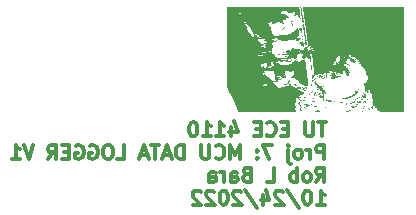
<source format=gbr>
%TF.GenerationSoftware,KiCad,Pcbnew,(6.0.7)*%
%TF.CreationDate,2022-11-04T10:53:51-04:00*%
%TF.ProjectId,proj_7,70726f6a-5f37-42e6-9b69-6361645f7063,rev?*%
%TF.SameCoordinates,Original*%
%TF.FileFunction,Legend,Bot*%
%TF.FilePolarity,Positive*%
%FSLAX46Y46*%
G04 Gerber Fmt 4.6, Leading zero omitted, Abs format (unit mm)*
G04 Created by KiCad (PCBNEW (6.0.7)) date 2022-11-04 10:53:51*
%MOMM*%
%LPD*%
G01*
G04 APERTURE LIST*
%ADD10C,0.300000*%
G04 APERTURE END LIST*
D10*
X130983314Y-112954657D02*
X130297600Y-112954657D01*
X130640457Y-114154657D02*
X130640457Y-112954657D01*
X129897600Y-112954657D02*
X129897600Y-113926085D01*
X129840457Y-114040371D01*
X129783314Y-114097514D01*
X129669028Y-114154657D01*
X129440457Y-114154657D01*
X129326171Y-114097514D01*
X129269028Y-114040371D01*
X129211885Y-113926085D01*
X129211885Y-112954657D01*
X127726171Y-113526085D02*
X127326171Y-113526085D01*
X127154742Y-114154657D02*
X127726171Y-114154657D01*
X127726171Y-112954657D01*
X127154742Y-112954657D01*
X125954742Y-114040371D02*
X126011885Y-114097514D01*
X126183314Y-114154657D01*
X126297600Y-114154657D01*
X126469028Y-114097514D01*
X126583314Y-113983228D01*
X126640457Y-113868942D01*
X126697600Y-113640371D01*
X126697600Y-113468942D01*
X126640457Y-113240371D01*
X126583314Y-113126085D01*
X126469028Y-113011800D01*
X126297600Y-112954657D01*
X126183314Y-112954657D01*
X126011885Y-113011800D01*
X125954742Y-113068942D01*
X125440457Y-113526085D02*
X125040457Y-113526085D01*
X124869028Y-114154657D02*
X125440457Y-114154657D01*
X125440457Y-112954657D01*
X124869028Y-112954657D01*
X122926171Y-113354657D02*
X122926171Y-114154657D01*
X123211885Y-112897514D02*
X123497600Y-113754657D01*
X122754742Y-113754657D01*
X121669028Y-114154657D02*
X122354742Y-114154657D01*
X122011885Y-114154657D02*
X122011885Y-112954657D01*
X122126171Y-113126085D01*
X122240457Y-113240371D01*
X122354742Y-113297514D01*
X120526171Y-114154657D02*
X121211885Y-114154657D01*
X120869028Y-114154657D02*
X120869028Y-112954657D01*
X120983314Y-113126085D01*
X121097600Y-113240371D01*
X121211885Y-113297514D01*
X119783314Y-112954657D02*
X119669028Y-112954657D01*
X119554742Y-113011800D01*
X119497600Y-113068942D01*
X119440457Y-113183228D01*
X119383314Y-113411800D01*
X119383314Y-113697514D01*
X119440457Y-113926085D01*
X119497600Y-114040371D01*
X119554742Y-114097514D01*
X119669028Y-114154657D01*
X119783314Y-114154657D01*
X119897600Y-114097514D01*
X119954742Y-114040371D01*
X120011885Y-113926085D01*
X120069028Y-113697514D01*
X120069028Y-113411800D01*
X120011885Y-113183228D01*
X119954742Y-113068942D01*
X119897600Y-113011800D01*
X119783314Y-112954657D01*
X130811885Y-116086657D02*
X130811885Y-114886657D01*
X130354742Y-114886657D01*
X130240457Y-114943800D01*
X130183314Y-115000942D01*
X130126171Y-115115228D01*
X130126171Y-115286657D01*
X130183314Y-115400942D01*
X130240457Y-115458085D01*
X130354742Y-115515228D01*
X130811885Y-115515228D01*
X129611885Y-116086657D02*
X129611885Y-115286657D01*
X129611885Y-115515228D02*
X129554742Y-115400942D01*
X129497600Y-115343800D01*
X129383314Y-115286657D01*
X129269028Y-115286657D01*
X128697600Y-116086657D02*
X128811885Y-116029514D01*
X128869028Y-115972371D01*
X128926171Y-115858085D01*
X128926171Y-115515228D01*
X128869028Y-115400942D01*
X128811885Y-115343800D01*
X128697600Y-115286657D01*
X128526171Y-115286657D01*
X128411885Y-115343800D01*
X128354742Y-115400942D01*
X128297600Y-115515228D01*
X128297600Y-115858085D01*
X128354742Y-115972371D01*
X128411885Y-116029514D01*
X128526171Y-116086657D01*
X128697600Y-116086657D01*
X127783314Y-115286657D02*
X127783314Y-116315228D01*
X127840457Y-116429514D01*
X127954742Y-116486657D01*
X128011885Y-116486657D01*
X127783314Y-114886657D02*
X127840457Y-114943800D01*
X127783314Y-115000942D01*
X127726171Y-114943800D01*
X127783314Y-114886657D01*
X127783314Y-115000942D01*
X126411885Y-114886657D02*
X125611885Y-114886657D01*
X126126171Y-116086657D01*
X125154742Y-115972371D02*
X125097600Y-116029514D01*
X125154742Y-116086657D01*
X125211885Y-116029514D01*
X125154742Y-115972371D01*
X125154742Y-116086657D01*
X125154742Y-115343800D02*
X125097600Y-115400942D01*
X125154742Y-115458085D01*
X125211885Y-115400942D01*
X125154742Y-115343800D01*
X125154742Y-115458085D01*
X123669028Y-116086657D02*
X123669028Y-114886657D01*
X123269028Y-115743800D01*
X122869028Y-114886657D01*
X122869028Y-116086657D01*
X121611885Y-115972371D02*
X121669028Y-116029514D01*
X121840457Y-116086657D01*
X121954742Y-116086657D01*
X122126171Y-116029514D01*
X122240457Y-115915228D01*
X122297600Y-115800942D01*
X122354742Y-115572371D01*
X122354742Y-115400942D01*
X122297600Y-115172371D01*
X122240457Y-115058085D01*
X122126171Y-114943800D01*
X121954742Y-114886657D01*
X121840457Y-114886657D01*
X121669028Y-114943800D01*
X121611885Y-115000942D01*
X121097600Y-114886657D02*
X121097600Y-115858085D01*
X121040457Y-115972371D01*
X120983314Y-116029514D01*
X120869028Y-116086657D01*
X120640457Y-116086657D01*
X120526171Y-116029514D01*
X120469028Y-115972371D01*
X120411885Y-115858085D01*
X120411885Y-114886657D01*
X118926171Y-116086657D02*
X118926171Y-114886657D01*
X118640457Y-114886657D01*
X118469028Y-114943800D01*
X118354742Y-115058085D01*
X118297600Y-115172371D01*
X118240457Y-115400942D01*
X118240457Y-115572371D01*
X118297600Y-115800942D01*
X118354742Y-115915228D01*
X118469028Y-116029514D01*
X118640457Y-116086657D01*
X118926171Y-116086657D01*
X117783314Y-115743800D02*
X117211885Y-115743800D01*
X117897600Y-116086657D02*
X117497600Y-114886657D01*
X117097600Y-116086657D01*
X116869028Y-114886657D02*
X116183314Y-114886657D01*
X116526171Y-116086657D02*
X116526171Y-114886657D01*
X115840457Y-115743800D02*
X115269028Y-115743800D01*
X115954742Y-116086657D02*
X115554742Y-114886657D01*
X115154742Y-116086657D01*
X113269028Y-116086657D02*
X113840457Y-116086657D01*
X113840457Y-114886657D01*
X112640457Y-114886657D02*
X112411885Y-114886657D01*
X112297600Y-114943800D01*
X112183314Y-115058085D01*
X112126171Y-115286657D01*
X112126171Y-115686657D01*
X112183314Y-115915228D01*
X112297600Y-116029514D01*
X112411885Y-116086657D01*
X112640457Y-116086657D01*
X112754742Y-116029514D01*
X112869028Y-115915228D01*
X112926171Y-115686657D01*
X112926171Y-115286657D01*
X112869028Y-115058085D01*
X112754742Y-114943800D01*
X112640457Y-114886657D01*
X110983314Y-114943800D02*
X111097600Y-114886657D01*
X111269028Y-114886657D01*
X111440457Y-114943800D01*
X111554742Y-115058085D01*
X111611885Y-115172371D01*
X111669028Y-115400942D01*
X111669028Y-115572371D01*
X111611885Y-115800942D01*
X111554742Y-115915228D01*
X111440457Y-116029514D01*
X111269028Y-116086657D01*
X111154742Y-116086657D01*
X110983314Y-116029514D01*
X110926171Y-115972371D01*
X110926171Y-115572371D01*
X111154742Y-115572371D01*
X109783314Y-114943800D02*
X109897600Y-114886657D01*
X110069028Y-114886657D01*
X110240457Y-114943800D01*
X110354742Y-115058085D01*
X110411885Y-115172371D01*
X110469028Y-115400942D01*
X110469028Y-115572371D01*
X110411885Y-115800942D01*
X110354742Y-115915228D01*
X110240457Y-116029514D01*
X110069028Y-116086657D01*
X109954742Y-116086657D01*
X109783314Y-116029514D01*
X109726171Y-115972371D01*
X109726171Y-115572371D01*
X109954742Y-115572371D01*
X109211885Y-115458085D02*
X108811885Y-115458085D01*
X108640457Y-116086657D02*
X109211885Y-116086657D01*
X109211885Y-114886657D01*
X108640457Y-114886657D01*
X107440457Y-116086657D02*
X107840457Y-115515228D01*
X108126171Y-116086657D02*
X108126171Y-114886657D01*
X107669028Y-114886657D01*
X107554742Y-114943800D01*
X107497600Y-115000942D01*
X107440457Y-115115228D01*
X107440457Y-115286657D01*
X107497600Y-115400942D01*
X107554742Y-115458085D01*
X107669028Y-115515228D01*
X108126171Y-115515228D01*
X106183314Y-114886657D02*
X105783314Y-116086657D01*
X105383314Y-114886657D01*
X104354742Y-116086657D02*
X105040457Y-116086657D01*
X104697600Y-116086657D02*
X104697600Y-114886657D01*
X104811885Y-115058085D01*
X104926171Y-115172371D01*
X105040457Y-115229514D01*
X130126171Y-118018657D02*
X130526171Y-117447228D01*
X130811885Y-118018657D02*
X130811885Y-116818657D01*
X130354742Y-116818657D01*
X130240457Y-116875800D01*
X130183314Y-116932942D01*
X130126171Y-117047228D01*
X130126171Y-117218657D01*
X130183314Y-117332942D01*
X130240457Y-117390085D01*
X130354742Y-117447228D01*
X130811885Y-117447228D01*
X129440457Y-118018657D02*
X129554742Y-117961514D01*
X129611885Y-117904371D01*
X129669028Y-117790085D01*
X129669028Y-117447228D01*
X129611885Y-117332942D01*
X129554742Y-117275800D01*
X129440457Y-117218657D01*
X129269028Y-117218657D01*
X129154742Y-117275800D01*
X129097600Y-117332942D01*
X129040457Y-117447228D01*
X129040457Y-117790085D01*
X129097600Y-117904371D01*
X129154742Y-117961514D01*
X129269028Y-118018657D01*
X129440457Y-118018657D01*
X128526171Y-118018657D02*
X128526171Y-116818657D01*
X128526171Y-117275800D02*
X128411885Y-117218657D01*
X128183314Y-117218657D01*
X128069028Y-117275800D01*
X128011885Y-117332942D01*
X127954742Y-117447228D01*
X127954742Y-117790085D01*
X128011885Y-117904371D01*
X128069028Y-117961514D01*
X128183314Y-118018657D01*
X128411885Y-118018657D01*
X128526171Y-117961514D01*
X125954742Y-118018657D02*
X126526171Y-118018657D01*
X126526171Y-116818657D01*
X124240457Y-117390085D02*
X124069028Y-117447228D01*
X124011885Y-117504371D01*
X123954742Y-117618657D01*
X123954742Y-117790085D01*
X124011885Y-117904371D01*
X124069028Y-117961514D01*
X124183314Y-118018657D01*
X124640457Y-118018657D01*
X124640457Y-116818657D01*
X124240457Y-116818657D01*
X124126171Y-116875800D01*
X124069028Y-116932942D01*
X124011885Y-117047228D01*
X124011885Y-117161514D01*
X124069028Y-117275800D01*
X124126171Y-117332942D01*
X124240457Y-117390085D01*
X124640457Y-117390085D01*
X122926171Y-118018657D02*
X122926171Y-117390085D01*
X122983314Y-117275800D01*
X123097600Y-117218657D01*
X123326171Y-117218657D01*
X123440457Y-117275800D01*
X122926171Y-117961514D02*
X123040457Y-118018657D01*
X123326171Y-118018657D01*
X123440457Y-117961514D01*
X123497600Y-117847228D01*
X123497600Y-117732942D01*
X123440457Y-117618657D01*
X123326171Y-117561514D01*
X123040457Y-117561514D01*
X122926171Y-117504371D01*
X122354742Y-118018657D02*
X122354742Y-117218657D01*
X122354742Y-117447228D02*
X122297600Y-117332942D01*
X122240457Y-117275800D01*
X122126171Y-117218657D01*
X122011885Y-117218657D01*
X121097600Y-118018657D02*
X121097600Y-117390085D01*
X121154742Y-117275800D01*
X121269028Y-117218657D01*
X121497600Y-117218657D01*
X121611885Y-117275800D01*
X121097600Y-117961514D02*
X121211885Y-118018657D01*
X121497600Y-118018657D01*
X121611885Y-117961514D01*
X121669028Y-117847228D01*
X121669028Y-117732942D01*
X121611885Y-117618657D01*
X121497600Y-117561514D01*
X121211885Y-117561514D01*
X121097600Y-117504371D01*
X130183314Y-119950657D02*
X130869028Y-119950657D01*
X130526171Y-119950657D02*
X130526171Y-118750657D01*
X130640457Y-118922085D01*
X130754742Y-119036371D01*
X130869028Y-119093514D01*
X129440457Y-118750657D02*
X129326171Y-118750657D01*
X129211885Y-118807800D01*
X129154742Y-118864942D01*
X129097600Y-118979228D01*
X129040457Y-119207800D01*
X129040457Y-119493514D01*
X129097600Y-119722085D01*
X129154742Y-119836371D01*
X129211885Y-119893514D01*
X129326171Y-119950657D01*
X129440457Y-119950657D01*
X129554742Y-119893514D01*
X129611885Y-119836371D01*
X129669028Y-119722085D01*
X129726171Y-119493514D01*
X129726171Y-119207800D01*
X129669028Y-118979228D01*
X129611885Y-118864942D01*
X129554742Y-118807800D01*
X129440457Y-118750657D01*
X127669028Y-118693514D02*
X128697600Y-120236371D01*
X127326171Y-118864942D02*
X127269028Y-118807800D01*
X127154742Y-118750657D01*
X126869028Y-118750657D01*
X126754742Y-118807800D01*
X126697600Y-118864942D01*
X126640457Y-118979228D01*
X126640457Y-119093514D01*
X126697600Y-119264942D01*
X127383314Y-119950657D01*
X126640457Y-119950657D01*
X125611885Y-119150657D02*
X125611885Y-119950657D01*
X125897600Y-118693514D02*
X126183314Y-119550657D01*
X125440457Y-119550657D01*
X124126171Y-118693514D02*
X125154742Y-120236371D01*
X123783314Y-118864942D02*
X123726171Y-118807800D01*
X123611885Y-118750657D01*
X123326171Y-118750657D01*
X123211885Y-118807800D01*
X123154742Y-118864942D01*
X123097600Y-118979228D01*
X123097600Y-119093514D01*
X123154742Y-119264942D01*
X123840457Y-119950657D01*
X123097600Y-119950657D01*
X122354742Y-118750657D02*
X122240457Y-118750657D01*
X122126171Y-118807800D01*
X122069028Y-118864942D01*
X122011885Y-118979228D01*
X121954742Y-119207800D01*
X121954742Y-119493514D01*
X122011885Y-119722085D01*
X122069028Y-119836371D01*
X122126171Y-119893514D01*
X122240457Y-119950657D01*
X122354742Y-119950657D01*
X122469028Y-119893514D01*
X122526171Y-119836371D01*
X122583314Y-119722085D01*
X122640457Y-119493514D01*
X122640457Y-119207800D01*
X122583314Y-118979228D01*
X122526171Y-118864942D01*
X122469028Y-118807800D01*
X122354742Y-118750657D01*
X121497600Y-118864942D02*
X121440457Y-118807800D01*
X121326171Y-118750657D01*
X121040457Y-118750657D01*
X120926171Y-118807800D01*
X120869028Y-118864942D01*
X120811885Y-118979228D01*
X120811885Y-119093514D01*
X120869028Y-119264942D01*
X121554742Y-119950657D01*
X120811885Y-119950657D01*
X120354742Y-118864942D02*
X120297600Y-118807800D01*
X120183314Y-118750657D01*
X119897600Y-118750657D01*
X119783314Y-118807800D01*
X119726171Y-118864942D01*
X119669028Y-118979228D01*
X119669028Y-119093514D01*
X119726171Y-119264942D01*
X120411885Y-119950657D01*
X119669028Y-119950657D01*
%TO.C,G\u002A\u002A\u002A*%
X131415971Y-106883200D02*
X131561114Y-106810628D01*
X131778828Y-106810628D01*
X131996542Y-106883200D01*
X132141685Y-107028342D01*
X132214257Y-107173485D01*
X132286828Y-107463771D01*
X132286828Y-107681485D01*
X132214257Y-107971771D01*
X132141685Y-108116914D01*
X131996542Y-108262057D01*
X131778828Y-108334628D01*
X131633685Y-108334628D01*
X131415971Y-108262057D01*
X131343400Y-108189485D01*
X131343400Y-107681485D01*
X131633685Y-107681485D01*
X130472542Y-106810628D02*
X130472542Y-107173485D01*
X130835400Y-107028342D02*
X130472542Y-107173485D01*
X130109685Y-107028342D01*
X130690257Y-107463771D02*
X130472542Y-107173485D01*
X130254828Y-107463771D01*
X129311400Y-106810628D02*
X129311400Y-107173485D01*
X129674257Y-107028342D02*
X129311400Y-107173485D01*
X128948542Y-107028342D01*
X129529114Y-107463771D02*
X129311400Y-107173485D01*
X129093685Y-107463771D01*
X128150257Y-106810628D02*
X128150257Y-107173485D01*
X128513114Y-107028342D02*
X128150257Y-107173485D01*
X127787400Y-107028342D01*
X128367971Y-107463771D02*
X128150257Y-107173485D01*
X127932542Y-107463771D01*
G36*
X136555303Y-112091138D02*
G01*
X136423190Y-112091116D01*
X136220869Y-112090932D01*
X136051585Y-112090494D01*
X135912493Y-112089716D01*
X135800746Y-112088514D01*
X135713496Y-112086802D01*
X135647898Y-112084497D01*
X135601104Y-112081514D01*
X135570268Y-112077768D01*
X135552543Y-112073174D01*
X135545082Y-112067649D01*
X135545038Y-112061106D01*
X135547525Y-112051059D01*
X135535970Y-112022199D01*
X135501108Y-112003686D01*
X135453289Y-111997347D01*
X135402862Y-112005008D01*
X135360175Y-112028493D01*
X135352681Y-112034925D01*
X135322684Y-112050099D01*
X135312717Y-112035709D01*
X135326840Y-111995744D01*
X135332065Y-111985491D01*
X135338935Y-111954350D01*
X135319272Y-111931315D01*
X135303594Y-111916408D01*
X135299521Y-111898745D01*
X135302230Y-111887805D01*
X135292722Y-111855882D01*
X135272481Y-111818612D01*
X135249405Y-111789513D01*
X135231390Y-111782105D01*
X135224809Y-111784783D01*
X135213429Y-111773339D01*
X135214150Y-111767893D01*
X135232189Y-111753472D01*
X135236631Y-111752977D01*
X135250948Y-111736111D01*
X135247146Y-111732459D01*
X135219272Y-111734617D01*
X135173503Y-111746810D01*
X135120811Y-111765377D01*
X135072168Y-111786657D01*
X135038544Y-111806988D01*
X135019794Y-111818536D01*
X134998261Y-111810661D01*
X134992967Y-111796320D01*
X135003140Y-111766658D01*
X135036324Y-111753472D01*
X135048358Y-111750855D01*
X135063355Y-111728603D01*
X135063507Y-111726470D01*
X135078581Y-111696087D01*
X135110806Y-111659157D01*
X135115497Y-111654578D01*
X135142676Y-111617922D01*
X135148540Y-111589255D01*
X135145918Y-111578067D01*
X135155401Y-111574177D01*
X135166217Y-111574820D01*
X135183766Y-111553708D01*
X135190434Y-111528157D01*
X135180091Y-111511029D01*
X135145294Y-111521163D01*
X135086804Y-111558523D01*
X135061234Y-111575913D01*
X135047075Y-111576116D01*
X135044596Y-111549409D01*
X135040549Y-111525400D01*
X135024730Y-111509602D01*
X135017037Y-111506943D01*
X135018785Y-111487077D01*
X135029736Y-111474273D01*
X135040214Y-111487077D01*
X135050529Y-111503827D01*
X135071335Y-111506658D01*
X135082115Y-111481463D01*
X135079614Y-111468465D01*
X135060143Y-111453325D01*
X135050660Y-111454955D01*
X135016016Y-111474767D01*
X134983776Y-111506045D01*
X134969559Y-111534750D01*
X134969555Y-111535018D01*
X134957393Y-111561441D01*
X134928771Y-111597500D01*
X134906325Y-111628464D01*
X134914198Y-111644229D01*
X134955490Y-111643138D01*
X134959331Y-111642709D01*
X134969609Y-111651496D01*
X134952481Y-111678078D01*
X134910334Y-111718469D01*
X134873405Y-111747111D01*
X134846941Y-111756114D01*
X134825918Y-111743825D01*
X134807681Y-111722840D01*
X134803766Y-111705534D01*
X134828865Y-111709170D01*
X134834045Y-111710837D01*
X134851897Y-111703834D01*
X134857004Y-111666196D01*
X134863259Y-111629313D01*
X134896092Y-111588012D01*
X134919059Y-111566344D01*
X134925646Y-111538755D01*
X134925524Y-111514818D01*
X134942439Y-111476322D01*
X134952748Y-111460706D01*
X134957086Y-111440184D01*
X134933227Y-111429440D01*
X134910832Y-111427661D01*
X134877345Y-111440487D01*
X134862973Y-111449517D01*
X134857004Y-111430428D01*
X134858842Y-111427193D01*
X135100874Y-111427193D01*
X135103984Y-111430552D01*
X135129013Y-111434565D01*
X135141948Y-111432518D01*
X135157152Y-111416395D01*
X135153168Y-111408632D01*
X135129013Y-111409022D01*
X135115543Y-111415097D01*
X135100874Y-111427193D01*
X134858842Y-111427193D01*
X134870797Y-111406156D01*
X134914549Y-111387389D01*
X134914678Y-111387360D01*
X134956248Y-111370046D01*
X135029435Y-111370046D01*
X135033423Y-111376401D01*
X135063355Y-111359528D01*
X135076550Y-111348380D01*
X135069152Y-111341056D01*
X135062613Y-111341693D01*
X135035217Y-111359528D01*
X135029435Y-111370046D01*
X134956248Y-111370046D01*
X134958025Y-111369306D01*
X134981576Y-111343690D01*
X134988444Y-111324345D01*
X135008606Y-111279802D01*
X135016685Y-111256917D01*
X135002547Y-111247570D01*
X134979007Y-111253489D01*
X134936993Y-111282249D01*
X134908426Y-111322010D01*
X134908054Y-111322966D01*
X134899078Y-111340043D01*
X134896003Y-111320857D01*
X134903289Y-111292981D01*
X134928727Y-111254852D01*
X134937529Y-111243312D01*
X134954060Y-111194271D01*
X134954261Y-111136100D01*
X134940506Y-111080305D01*
X134915171Y-111038390D01*
X134880630Y-111021862D01*
X134862124Y-111013101D01*
X134861475Y-110979652D01*
X134883102Y-110918686D01*
X134893950Y-110889053D01*
X134897106Y-110845517D01*
X134882256Y-110789703D01*
X134878358Y-110777960D01*
X134863160Y-110719632D01*
X134857004Y-110673565D01*
X134853464Y-110644703D01*
X134840323Y-110619823D01*
X134825956Y-110600068D01*
X134811072Y-110559431D01*
X134803273Y-110538621D01*
X134773972Y-110487379D01*
X134733957Y-110433942D01*
X134712722Y-110406593D01*
X134681218Y-110352910D01*
X134668565Y-110310325D01*
X134660847Y-110261524D01*
X134641950Y-110205836D01*
X134639457Y-110200396D01*
X134623642Y-110168317D01*
X134875763Y-110168317D01*
X134885143Y-110177697D01*
X134894522Y-110168317D01*
X134885143Y-110158938D01*
X134875763Y-110168317D01*
X134623642Y-110168317D01*
X134623195Y-110167411D01*
X134616567Y-110166687D01*
X134614370Y-110196456D01*
X134611955Y-110210207D01*
X134609519Y-110224079D01*
X134598474Y-110221205D01*
X134588983Y-110212625D01*
X134561476Y-110215638D01*
X134530915Y-110240076D01*
X134506114Y-110277497D01*
X134495889Y-110319459D01*
X134501737Y-110358382D01*
X134516993Y-110380140D01*
X134528826Y-110390502D01*
X134538097Y-110424237D01*
X134534229Y-110444973D01*
X134517240Y-110448409D01*
X134505037Y-110445360D01*
X134480742Y-110460828D01*
X134471408Y-110471851D01*
X134453401Y-110474438D01*
X134451380Y-110458345D01*
X134465321Y-110424917D01*
X134473310Y-110407420D01*
X134472041Y-110368235D01*
X134448363Y-110342301D01*
X134410101Y-110341446D01*
X134395842Y-110345457D01*
X134393572Y-110337565D01*
X134416162Y-110307826D01*
X134422718Y-110299784D01*
X134435462Y-110280327D01*
X134423134Y-110286289D01*
X134392476Y-110299744D01*
X134343128Y-110291014D01*
X134338014Y-110289035D01*
X134309382Y-110272848D01*
X134300362Y-110247119D01*
X134302725Y-110224595D01*
X134331745Y-110224595D01*
X134332560Y-110237415D01*
X134339118Y-110252734D01*
X134343973Y-110249278D01*
X134357288Y-110224595D01*
X134360237Y-110210207D01*
X134349916Y-110196456D01*
X134341563Y-110199626D01*
X134331745Y-110224595D01*
X134302725Y-110224595D01*
X134305477Y-110198365D01*
X134307731Y-110132828D01*
X134286997Y-110081277D01*
X134273812Y-110055385D01*
X134298235Y-110055385D01*
X134300480Y-110077648D01*
X134306122Y-110080582D01*
X134312986Y-110065141D01*
X134311632Y-110055210D01*
X134300480Y-110052635D01*
X134298235Y-110055385D01*
X134273812Y-110055385D01*
X134267494Y-110042979D01*
X134260009Y-110008864D01*
X134275468Y-110008864D01*
X134275683Y-110013109D01*
X134283740Y-110027623D01*
X134286749Y-110026760D01*
X134303607Y-110008864D01*
X134306538Y-110001597D01*
X134295334Y-109990104D01*
X134289889Y-109990825D01*
X134275468Y-110008864D01*
X134260009Y-110008864D01*
X134256708Y-109993820D01*
X134250420Y-109956398D01*
X134232940Y-109896421D01*
X134208195Y-109828340D01*
X134207530Y-109826677D01*
X134181754Y-109756410D01*
X134174590Y-109708396D01*
X134190030Y-109673432D01*
X134232065Y-109642315D01*
X134304687Y-109605842D01*
X134329799Y-109593603D01*
X134379505Y-109563696D01*
X134407663Y-109531920D01*
X134424597Y-109488143D01*
X134427958Y-109475825D01*
X134439487Y-109429390D01*
X134444196Y-109403060D01*
X134444718Y-109400347D01*
X134460625Y-109374361D01*
X134491785Y-109337402D01*
X134508460Y-109318525D01*
X134544995Y-109256808D01*
X134548865Y-109193559D01*
X134521512Y-109118132D01*
X134521081Y-109117273D01*
X134496894Y-109076474D01*
X134463560Y-109028985D01*
X134426299Y-108980964D01*
X134390331Y-108938572D01*
X134360876Y-108907967D01*
X134343154Y-108895310D01*
X134342384Y-108906759D01*
X134345876Y-108925857D01*
X134332262Y-108939587D01*
X134318611Y-108925223D01*
X134323044Y-108880222D01*
X134332218Y-108817107D01*
X134326467Y-108701004D01*
X134292253Y-108574226D01*
X134228566Y-108433534D01*
X134134396Y-108275691D01*
X134132597Y-108273001D01*
X134102732Y-108242748D01*
X134078871Y-108240946D01*
X134069116Y-108268489D01*
X134069903Y-108275201D01*
X134080729Y-108277655D01*
X134093439Y-108276375D01*
X134120481Y-108294181D01*
X134133391Y-108309334D01*
X134139096Y-108330584D01*
X134121361Y-108332775D01*
X134088297Y-108311534D01*
X134081038Y-108304269D01*
X134045999Y-108259569D01*
X134000977Y-108192091D01*
X133951363Y-108110225D01*
X133902545Y-108022364D01*
X133883202Y-107989445D01*
X133843102Y-107937341D01*
X133804435Y-107904142D01*
X133774749Y-107897235D01*
X133758238Y-107895287D01*
X133725621Y-107876447D01*
X133691622Y-107847794D01*
X133667386Y-107819100D01*
X133664054Y-107800139D01*
X133664667Y-107799640D01*
X133688668Y-107800185D01*
X133729895Y-107813390D01*
X133730676Y-107813711D01*
X133776582Y-107827545D01*
X133809056Y-107828810D01*
X133814990Y-107823599D01*
X133808666Y-107801043D01*
X133783334Y-107769526D01*
X133747337Y-107737073D01*
X133709020Y-107711715D01*
X133676724Y-107701478D01*
X133652996Y-107697201D01*
X133647223Y-107682413D01*
X133652375Y-107676493D01*
X133676468Y-107674140D01*
X133682489Y-107676772D01*
X133693931Y-107667255D01*
X133687320Y-107654173D01*
X133658004Y-107640364D01*
X133621786Y-107637896D01*
X133597137Y-107650052D01*
X133590502Y-107658852D01*
X133577025Y-107663416D01*
X133576958Y-107663323D01*
X133563939Y-107643737D01*
X133536506Y-107601749D01*
X133512672Y-107565043D01*
X133548834Y-107565043D01*
X133554803Y-107595617D01*
X133570569Y-107619775D01*
X133590667Y-107623856D01*
X133600135Y-107599409D01*
X133593245Y-107576153D01*
X133572412Y-107555334D01*
X133551548Y-107556220D01*
X133548834Y-107565043D01*
X133512672Y-107565043D01*
X133500503Y-107546303D01*
X133463330Y-107491222D01*
X133454655Y-107481195D01*
X133495258Y-107481195D01*
X133495600Y-107490571D01*
X133515265Y-107513510D01*
X133533139Y-107524852D01*
X133543858Y-107517290D01*
X133537743Y-107499723D01*
X133516086Y-107480794D01*
X133495258Y-107481195D01*
X133454655Y-107481195D01*
X133436487Y-107460195D01*
X133415370Y-107450905D01*
X133393319Y-107457857D01*
X133366456Y-107468246D01*
X133356265Y-107457161D01*
X133355122Y-107450582D01*
X133338802Y-107447427D01*
X133330827Y-107449978D01*
X133308388Y-107437265D01*
X133285769Y-107425672D01*
X133241435Y-107427110D01*
X133203417Y-107429626D01*
X133187432Y-107418057D01*
X133185128Y-107410345D01*
X133163983Y-107406802D01*
X133154714Y-107412699D01*
X133145496Y-107441194D01*
X133140798Y-107448589D01*
X133121330Y-107429594D01*
X133107828Y-107411002D01*
X133104531Y-107390839D01*
X133130438Y-107375139D01*
X133144464Y-107367728D01*
X133158943Y-107354432D01*
X133262469Y-107354432D01*
X133271849Y-107363812D01*
X133281228Y-107354432D01*
X133271849Y-107345053D01*
X133262469Y-107354432D01*
X133158943Y-107354432D01*
X133165666Y-107348258D01*
X133165254Y-107335159D01*
X133140534Y-107338269D01*
X133125996Y-107340681D01*
X133112395Y-107327193D01*
X133112060Y-107325393D01*
X133300744Y-107325393D01*
X133311102Y-107350680D01*
X133314643Y-107354432D01*
X133342196Y-107383630D01*
X133370810Y-107405423D01*
X133402215Y-107418416D01*
X133412543Y-107401330D01*
X133409368Y-107392701D01*
X133384404Y-107382571D01*
X133371325Y-107379557D01*
X133356265Y-107356439D01*
X133353058Y-107343129D01*
X133328126Y-107319510D01*
X133312889Y-107315820D01*
X133300744Y-107325393D01*
X133112060Y-107325393D01*
X133110981Y-107319590D01*
X133094399Y-107316442D01*
X133082010Y-107319328D01*
X133047457Y-107308498D01*
X133014518Y-107283891D01*
X132999840Y-107256124D01*
X132995574Y-107240358D01*
X132975126Y-107234076D01*
X132951150Y-107254155D01*
X132946586Y-107264639D01*
X132959423Y-107262428D01*
X132969285Y-107258633D01*
X132981081Y-107269885D01*
X132981078Y-107270091D01*
X132964924Y-107290304D01*
X132949437Y-107298155D01*
X132926682Y-107309690D01*
X132886069Y-107333835D01*
X132864826Y-107363812D01*
X132862075Y-107367694D01*
X132861771Y-107368863D01*
X132858935Y-107393332D01*
X132872600Y-107386000D01*
X132875994Y-107383421D01*
X132907383Y-107381839D01*
X132948614Y-107396900D01*
X132968962Y-107410710D01*
X132984510Y-107421262D01*
X132999894Y-107447583D01*
X133000000Y-107448229D01*
X133000341Y-107450305D01*
X133018853Y-107474712D01*
X133030700Y-107484184D01*
X133056118Y-107504506D01*
X133063363Y-107509482D01*
X133080115Y-107523265D01*
X133098157Y-107538110D01*
X133112341Y-107558391D01*
X133119511Y-107562913D01*
X133144135Y-107549011D01*
X133162402Y-107536896D01*
X133162440Y-107545658D01*
X133162474Y-107555844D01*
X133183625Y-107581534D01*
X133222719Y-107610843D01*
X133266624Y-107635821D01*
X133268870Y-107637099D01*
X133311198Y-107653632D01*
X133338817Y-107653770D01*
X133340323Y-107652862D01*
X133350667Y-107652626D01*
X133339327Y-107679317D01*
X133331981Y-107699668D01*
X133334700Y-107720237D01*
X133335695Y-107727759D01*
X133353625Y-107736922D01*
X133376835Y-107717951D01*
X133376868Y-107717899D01*
X133388844Y-107703711D01*
X133395572Y-107714997D01*
X133400637Y-107757756D01*
X133408955Y-107774426D01*
X133440682Y-107788590D01*
X133463589Y-107790282D01*
X133501649Y-107793280D01*
X133510164Y-107795429D01*
X133516848Y-107804654D01*
X133525098Y-107816041D01*
X133522080Y-107823413D01*
X133521418Y-107825030D01*
X133497915Y-107826376D01*
X133482532Y-107823955D01*
X133480637Y-107841759D01*
X133480760Y-107842081D01*
X133478723Y-107859313D01*
X133448379Y-107856548D01*
X133445075Y-107855707D01*
X133417154Y-107854128D01*
X133416660Y-107872742D01*
X133417369Y-107874837D01*
X133408144Y-107899057D01*
X133363547Y-107919856D01*
X133358992Y-107921250D01*
X133315805Y-107929594D01*
X133299988Y-107921783D01*
X133296009Y-107914128D01*
X133271849Y-107914614D01*
X133255907Y-107916739D01*
X133243710Y-107897153D01*
X133240519Y-107884362D01*
X133218572Y-107875177D01*
X133168673Y-107877939D01*
X133141960Y-107880990D01*
X133107971Y-107880220D01*
X133095434Y-107863008D01*
X133094509Y-107841536D01*
X133124392Y-107841536D01*
X133133875Y-107851190D01*
X133135321Y-107851110D01*
X133166052Y-107834545D01*
X133176983Y-107823413D01*
X133375025Y-107823413D01*
X133384404Y-107832793D01*
X133393784Y-107823413D01*
X133384404Y-107814034D01*
X133375025Y-107823413D01*
X133176983Y-107823413D01*
X133195404Y-107804654D01*
X133337506Y-107804654D01*
X133346886Y-107814034D01*
X133356265Y-107804654D01*
X133346886Y-107795274D01*
X133337506Y-107804654D01*
X133195404Y-107804654D01*
X133201584Y-107798361D01*
X133230871Y-107755833D01*
X133242862Y-107720237D01*
X133242722Y-107716457D01*
X133235606Y-107707035D01*
X133232122Y-107710858D01*
X133215029Y-107729617D01*
X133186924Y-107765023D01*
X133147999Y-107809344D01*
X133145950Y-107811550D01*
X133124392Y-107841536D01*
X133094509Y-107841536D01*
X133093636Y-107821263D01*
X133093755Y-107813042D01*
X133099576Y-107774999D01*
X133112395Y-107767135D01*
X133122224Y-107768747D01*
X133131155Y-107748823D01*
X133130999Y-107743304D01*
X133122230Y-107728535D01*
X133093248Y-107739204D01*
X133065551Y-107748530D01*
X133032281Y-107745097D01*
X133015625Y-107737049D01*
X132972840Y-107725046D01*
X132970360Y-107724647D01*
X132936053Y-107715290D01*
X132932049Y-107710858D01*
X132981081Y-107710858D01*
X132990460Y-107720237D01*
X132999840Y-107710858D01*
X132990460Y-107701478D01*
X132981081Y-107710858D01*
X132932049Y-107710858D01*
X132927488Y-107705810D01*
X132949815Y-107701478D01*
X132969131Y-107700488D01*
X132979745Y-107689450D01*
X132969735Y-107656222D01*
X132960781Y-107642469D01*
X132938751Y-107638795D01*
X132923862Y-107640489D01*
X132917381Y-107635821D01*
X133093636Y-107635821D01*
X133103016Y-107645200D01*
X133112395Y-107635821D01*
X133103016Y-107626441D01*
X133093636Y-107635821D01*
X132917381Y-107635821D01*
X132897692Y-107621639D01*
X132884039Y-107606172D01*
X132838105Y-107586858D01*
X132781260Y-107603421D01*
X132762541Y-107613074D01*
X132746517Y-107612790D01*
X132748593Y-107583908D01*
X132748392Y-107574078D01*
X132737406Y-107585727D01*
X132716823Y-107624228D01*
X132701876Y-107657649D01*
X132690337Y-107699543D01*
X132699089Y-107719865D01*
X132703522Y-107724010D01*
X132700574Y-107750097D01*
X132668151Y-107795897D01*
X132655633Y-107811977D01*
X132629071Y-107857840D01*
X132621224Y-107892417D01*
X132615226Y-107919652D01*
X132576952Y-107949129D01*
X132555346Y-107957722D01*
X132516881Y-107960222D01*
X132471098Y-107939874D01*
X132468384Y-107938336D01*
X132421983Y-107916739D01*
X132386849Y-107907830D01*
X132354411Y-107901228D01*
X132308643Y-107882949D01*
X132255751Y-107856509D01*
X132198219Y-107827736D01*
X132195795Y-107826526D01*
X132155657Y-107808784D01*
X132134482Y-107809585D01*
X132119062Y-107829168D01*
X132112804Y-107839696D01*
X132102308Y-107850693D01*
X132099967Y-107828103D01*
X132102845Y-107810698D01*
X132120163Y-107795274D01*
X132129783Y-107790126D01*
X132128907Y-107763945D01*
X132125407Y-107745677D01*
X132135641Y-107721025D01*
X132139198Y-107717389D01*
X132142049Y-107683398D01*
X132127542Y-107620203D01*
X132120878Y-107597563D01*
X132110614Y-107553501D01*
X132111145Y-107548789D01*
X132252614Y-107548789D01*
X132276441Y-107545069D01*
X132297643Y-107540596D01*
X132301032Y-107555881D01*
X132292830Y-107579199D01*
X132278414Y-107623343D01*
X132270808Y-107652465D01*
X132279709Y-107655874D01*
X132312534Y-107635796D01*
X132355999Y-107615693D01*
X132389886Y-107625579D01*
X132420932Y-107669694D01*
X132431970Y-107691568D01*
X132431661Y-107700182D01*
X132406964Y-107681026D01*
X132371304Y-107661727D01*
X132332373Y-107671793D01*
X132309455Y-107690138D01*
X132301146Y-107715811D01*
X132306002Y-107724598D01*
X132326349Y-107728479D01*
X132353556Y-107728362D01*
X132395094Y-107743296D01*
X132446443Y-107768865D01*
X132452057Y-107655445D01*
X132453757Y-107626888D01*
X132461360Y-107569959D01*
X132509198Y-107569959D01*
X132512225Y-107626441D01*
X132515560Y-107654555D01*
X132521941Y-107688214D01*
X132530544Y-107691697D01*
X132545054Y-107669883D01*
X132545354Y-107669351D01*
X132561625Y-107621303D01*
X132568378Y-107563580D01*
X132568512Y-107556538D01*
X132574251Y-107523265D01*
X132755970Y-107523265D01*
X132765350Y-107532645D01*
X132774729Y-107523265D01*
X132765350Y-107513886D01*
X132755970Y-107523265D01*
X132574251Y-107523265D01*
X132576125Y-107512400D01*
X132591827Y-107489878D01*
X132600804Y-107485397D01*
X132601411Y-107483698D01*
X132702640Y-107483698D01*
X132707118Y-107508805D01*
X132713521Y-107508515D01*
X132716970Y-107484184D01*
X132713966Y-107465744D01*
X132710161Y-107468990D01*
X132707627Y-107471152D01*
X132705637Y-107472850D01*
X132702640Y-107483698D01*
X132601411Y-107483698D01*
X132605896Y-107471152D01*
X132604897Y-107470402D01*
X132583836Y-107476681D01*
X132549618Y-107501412D01*
X132547968Y-107502849D01*
X132519524Y-107534070D01*
X132509198Y-107569959D01*
X132461360Y-107569959D01*
X132461378Y-107569825D01*
X132476628Y-107534026D01*
X132503645Y-107507631D01*
X132514165Y-107499568D01*
X132544249Y-107468990D01*
X132541086Y-107448229D01*
X132906044Y-107448229D01*
X132915423Y-107457608D01*
X132924803Y-107448229D01*
X132915423Y-107438849D01*
X132906044Y-107448229D01*
X132541086Y-107448229D01*
X132540785Y-107446256D01*
X132503784Y-107423988D01*
X132484084Y-107410710D01*
X132699692Y-107410710D01*
X132709072Y-107420090D01*
X132718451Y-107410710D01*
X132709072Y-107401330D01*
X132699692Y-107410710D01*
X132484084Y-107410710D01*
X132475297Y-107404787D01*
X132459274Y-107371607D01*
X132457011Y-107354055D01*
X132534867Y-107354055D01*
X132537112Y-107376318D01*
X132542755Y-107379253D01*
X132549618Y-107363812D01*
X132548265Y-107353881D01*
X132537112Y-107351306D01*
X132534867Y-107354055D01*
X132457011Y-107354055D01*
X132451732Y-107313111D01*
X132450698Y-107298155D01*
X132831007Y-107298155D01*
X132840386Y-107307534D01*
X132849766Y-107298155D01*
X132840386Y-107288775D01*
X132831007Y-107298155D01*
X132450698Y-107298155D01*
X132445513Y-107223118D01*
X132418863Y-107279395D01*
X132417849Y-107281545D01*
X132398841Y-107325591D01*
X132389376Y-107354432D01*
X132387112Y-107363812D01*
X132386055Y-107368194D01*
X132372513Y-107405401D01*
X132366789Y-107424999D01*
X132368374Y-107461679D01*
X132378390Y-107468468D01*
X132391291Y-107442772D01*
X132410617Y-107412150D01*
X132435090Y-107411420D01*
X132452041Y-107442668D01*
X132448015Y-107461855D01*
X132419212Y-107481565D01*
X132396468Y-107491404D01*
X132380785Y-107511541D01*
X132384811Y-107520235D01*
X132408924Y-107520670D01*
X132425144Y-107518610D01*
X132437063Y-107538941D01*
X132437043Y-107540201D01*
X132423801Y-107560599D01*
X132392378Y-107558810D01*
X132352054Y-107537712D01*
X132312109Y-107500182D01*
X132304252Y-107490975D01*
X132279300Y-107468259D01*
X132268905Y-107470143D01*
X132266897Y-107485367D01*
X132255593Y-107524988D01*
X132254881Y-107526873D01*
X132252614Y-107548789D01*
X132111145Y-107548789D01*
X132113139Y-107531103D01*
X132128554Y-107520279D01*
X132144410Y-107506119D01*
X132153130Y-107469527D01*
X132151570Y-107393818D01*
X132154973Y-107376762D01*
X132276997Y-107376762D01*
X132288870Y-107406020D01*
X132303801Y-107434402D01*
X132312979Y-107451081D01*
X132313011Y-107451115D01*
X132324556Y-107439672D01*
X132348832Y-107408873D01*
X132382537Y-107363812D01*
X132324723Y-107363812D01*
X132289003Y-107365542D01*
X132276997Y-107376762D01*
X132154973Y-107376762D01*
X132161562Y-107343743D01*
X132182706Y-107326294D01*
X132194191Y-107324799D01*
X132221297Y-107307591D01*
X132223104Y-107303420D01*
X132211522Y-107298915D01*
X132177322Y-107308448D01*
X132128287Y-107328382D01*
X132072204Y-107355075D01*
X132016857Y-107384890D01*
X131970033Y-107414185D01*
X131939515Y-107439322D01*
X131911644Y-107463544D01*
X131881690Y-107476367D01*
X131864848Y-107481996D01*
X131838270Y-107509196D01*
X131826418Y-107525743D01*
X131818579Y-107525048D01*
X131817012Y-107521162D01*
X131800870Y-107526082D01*
X131775927Y-107546723D01*
X131753016Y-107573053D01*
X131742971Y-107595043D01*
X131739253Y-107607682D01*
X131738205Y-107611243D01*
X131716464Y-107643723D01*
X131713829Y-107646877D01*
X131689159Y-107690164D01*
X131662064Y-107755331D01*
X131637088Y-107829124D01*
X131618772Y-107898289D01*
X131611657Y-107949571D01*
X131603022Y-107990629D01*
X131574138Y-108034117D01*
X131549245Y-108057982D01*
X131536620Y-108076309D01*
X131537937Y-108077662D01*
X131562787Y-108081123D01*
X131610267Y-108082320D01*
X131668717Y-108081536D01*
X131726478Y-108079052D01*
X131771891Y-108075149D01*
X131793296Y-108070110D01*
X131799177Y-108053401D01*
X131809745Y-108008957D01*
X131822004Y-107947790D01*
X131833507Y-107893592D01*
X131846012Y-107849650D01*
X131855375Y-107832793D01*
X131861134Y-107842316D01*
X131864102Y-107877129D01*
X131862358Y-107924321D01*
X131856573Y-107969825D01*
X131847418Y-107999570D01*
X131843987Y-108005538D01*
X131838878Y-108033290D01*
X131856720Y-108043964D01*
X131889061Y-108038657D01*
X131927451Y-108018467D01*
X131963438Y-107984492D01*
X131970590Y-107975583D01*
X131981214Y-107966544D01*
X131974423Y-107990364D01*
X131969484Y-108009525D01*
X131979470Y-108018770D01*
X132016586Y-108011453D01*
X132035713Y-108007570D01*
X132097254Y-108001835D01*
X132165054Y-108001848D01*
X132196138Y-108003471D01*
X132254099Y-108006420D01*
X132291679Y-108008228D01*
X132308924Y-108010835D01*
X132324508Y-108022007D01*
X132326833Y-108025389D01*
X132353824Y-108036376D01*
X132401355Y-108046638D01*
X132430051Y-108052145D01*
X132463839Y-108066053D01*
X132467832Y-108085953D01*
X132467815Y-108086042D01*
X132465229Y-108099726D01*
X132476680Y-108124858D01*
X132483953Y-108132368D01*
X132486195Y-108162021D01*
X132484274Y-108175113D01*
X132495573Y-108176712D01*
X132501806Y-108177594D01*
X132516952Y-108177209D01*
X132524300Y-108201998D01*
X132525215Y-108217753D01*
X132541947Y-108230801D01*
X132585835Y-108230896D01*
X132596256Y-108230061D01*
X132632010Y-108229080D01*
X132636727Y-108238344D01*
X132615756Y-108263724D01*
X132615145Y-108264433D01*
X132598281Y-108283987D01*
X132592911Y-108298811D01*
X132612957Y-108301774D01*
X132629536Y-108304990D01*
X132654359Y-108327226D01*
X132670982Y-108342301D01*
X132709191Y-108347731D01*
X132715879Y-108348672D01*
X132749306Y-108353375D01*
X132795053Y-108378167D01*
X132806863Y-108386190D01*
X132827420Y-108400156D01*
X132850438Y-108404534D01*
X132857317Y-108406369D01*
X132855656Y-108431352D01*
X132855106Y-108455741D01*
X132880854Y-108476099D01*
X132887367Y-108477871D01*
X132890263Y-108478659D01*
X132899658Y-108484306D01*
X132873215Y-108487190D01*
X132872628Y-108487221D01*
X132837251Y-108497286D01*
X132835864Y-108515481D01*
X132869274Y-108532516D01*
X132878531Y-108535344D01*
X132898571Y-108553406D01*
X132897602Y-108564403D01*
X132895194Y-108591721D01*
X132894773Y-108595238D01*
X132892849Y-108611301D01*
X132891070Y-108626160D01*
X132904921Y-108635490D01*
X132915123Y-108639535D01*
X132935949Y-108668493D01*
X132957239Y-108714882D01*
X132973890Y-108766808D01*
X132980798Y-108812374D01*
X132975047Y-108832957D01*
X132948252Y-108832311D01*
X132937280Y-108828424D01*
X132925454Y-108829084D01*
X132941169Y-108851659D01*
X132954332Y-108872637D01*
X132945859Y-108883310D01*
X132935771Y-108886908D01*
X132925276Y-108911449D01*
X132924803Y-108912556D01*
X132927502Y-108925955D01*
X132943562Y-108930208D01*
X132950699Y-108927134D01*
X132962321Y-108936292D01*
X132954330Y-108949024D01*
X132922916Y-108964276D01*
X132901027Y-108975117D01*
X132895884Y-108994603D01*
X132895900Y-108994644D01*
X132899226Y-109002968D01*
X132897110Y-109005245D01*
X132888392Y-109014624D01*
X132880211Y-109016895D01*
X132868525Y-109040071D01*
X132855879Y-109057443D01*
X132812547Y-109063520D01*
X132771813Y-109055560D01*
X132760959Y-109033384D01*
X132759760Y-109020040D01*
X132740142Y-109010521D01*
X132729289Y-109010494D01*
X132726981Y-109005245D01*
X132793488Y-109005245D01*
X132802868Y-109014624D01*
X132812248Y-109005245D01*
X132802868Y-108995865D01*
X132793488Y-109005245D01*
X132726981Y-109005245D01*
X132722129Y-108994213D01*
X132722478Y-108988413D01*
X132713315Y-108967726D01*
X132755970Y-108967726D01*
X132765350Y-108977106D01*
X132774729Y-108967726D01*
X132766571Y-108959568D01*
X132835606Y-108959568D01*
X132837829Y-108967726D01*
X132840386Y-108977106D01*
X132844241Y-108982659D01*
X132861360Y-108995865D01*
X132863926Y-108994644D01*
X132859146Y-108977106D01*
X132855292Y-108971553D01*
X132838172Y-108958347D01*
X132835606Y-108959568D01*
X132766571Y-108959568D01*
X132765350Y-108958347D01*
X132755970Y-108967726D01*
X132713315Y-108967726D01*
X132708584Y-108957046D01*
X132687670Y-108930208D01*
X132793488Y-108930208D01*
X132802868Y-108939587D01*
X132812248Y-108930208D01*
X132802868Y-108920828D01*
X132793488Y-108930208D01*
X132687670Y-108930208D01*
X132677477Y-108917128D01*
X132672335Y-108911449D01*
X132868525Y-108911449D01*
X132877905Y-108920828D01*
X132887285Y-108911449D01*
X132877905Y-108902069D01*
X132868525Y-108911449D01*
X132672335Y-108911449D01*
X132666272Y-108904752D01*
X132638382Y-108869371D01*
X132628716Y-108849019D01*
X132627578Y-108813082D01*
X132614558Y-108768408D01*
X132595484Y-108730486D01*
X132576267Y-108714477D01*
X132558590Y-108704038D01*
X132549618Y-108665572D01*
X132549524Y-108658722D01*
X132542238Y-108628690D01*
X132519945Y-108628053D01*
X132513640Y-108630060D01*
X132505000Y-108632810D01*
X132462560Y-108639440D01*
X132450364Y-108641691D01*
X132449383Y-108644817D01*
X132445608Y-108656848D01*
X132444246Y-108670014D01*
X132418576Y-108686251D01*
X132396309Y-108697089D01*
X132380785Y-108717748D01*
X132385152Y-108726327D01*
X132409815Y-108726110D01*
X132423675Y-108721525D01*
X132428475Y-108727198D01*
X132410349Y-108755653D01*
X132394116Y-108787664D01*
X132396549Y-108798893D01*
X132400990Y-108819394D01*
X132407601Y-108829282D01*
X132406158Y-108850618D01*
X132381122Y-108857295D01*
X132342048Y-108845139D01*
X132314444Y-108834202D01*
X132291636Y-108834892D01*
X132289258Y-108838065D01*
X132299036Y-108845791D01*
X132315759Y-108850268D01*
X132350238Y-108869849D01*
X132363940Y-108880219D01*
X132371279Y-108892479D01*
X132344813Y-108896795D01*
X132321073Y-108895297D01*
X132295631Y-108882116D01*
X132287892Y-108874421D01*
X132255446Y-108864551D01*
X132252092Y-108864588D01*
X132236182Y-108870651D01*
X132249847Y-108893143D01*
X132262139Y-108910809D01*
X132266213Y-108928475D01*
X132254547Y-108930736D01*
X132222246Y-108921431D01*
X132189438Y-108903485D01*
X132174434Y-108885477D01*
X132174293Y-108884547D01*
X132155961Y-108867049D01*
X132112850Y-108839978D01*
X132053555Y-108808787D01*
X132032661Y-108798893D01*
X132268230Y-108798893D01*
X132277609Y-108808273D01*
X132286989Y-108798893D01*
X132277609Y-108789514D01*
X132268230Y-108798893D01*
X132032661Y-108798893D01*
X132018845Y-108792351D01*
X131956754Y-108767803D01*
X131908408Y-108758890D01*
X131861272Y-108762602D01*
X131825059Y-108767987D01*
X131804795Y-108765872D01*
X131811687Y-108752150D01*
X131822936Y-108744434D01*
X131866285Y-108729056D01*
X131924242Y-108718071D01*
X132014980Y-108707146D01*
X131940679Y-108694363D01*
X131927428Y-108692356D01*
X131873838Y-108689324D01*
X131837503Y-108694854D01*
X131836051Y-108695524D01*
X131798335Y-108713543D01*
X131749491Y-108737519D01*
X131702301Y-108754202D01*
X131672901Y-108749458D01*
X131670160Y-108747158D01*
X131640605Y-108741438D01*
X131608167Y-108751032D01*
X131592898Y-108770632D01*
X131593916Y-108774020D01*
X131616287Y-108786342D01*
X131655387Y-108793930D01*
X131694464Y-108794655D01*
X131716766Y-108786386D01*
X131719107Y-108783253D01*
X131746375Y-108770754D01*
X131754930Y-108775400D01*
X131743174Y-108798650D01*
X131735703Y-108810508D01*
X131730121Y-108859651D01*
X131749633Y-108917903D01*
X131791204Y-108974177D01*
X131797497Y-108980352D01*
X131825424Y-109004163D01*
X131836768Y-109007345D01*
X131844461Y-109006413D01*
X131876771Y-109018305D01*
X131925725Y-109042306D01*
X131950944Y-109055671D01*
X131999607Y-109079598D01*
X132026663Y-109086316D01*
X132040386Y-109076357D01*
X132049048Y-109050255D01*
X132059769Y-109028032D01*
X132080654Y-109024014D01*
X132088539Y-109031540D01*
X132092594Y-109061572D01*
X132095834Y-109079997D01*
X132120711Y-109095262D01*
X132153330Y-109098350D01*
X132177432Y-109084809D01*
X132184461Y-109076200D01*
X132201668Y-109073124D01*
X132198825Y-109089304D01*
X132174901Y-109117378D01*
X132165242Y-109125744D01*
X132136059Y-109140319D01*
X132109128Y-109127472D01*
X132082645Y-109113381D01*
X132052738Y-109126982D01*
X132035304Y-109136773D01*
X131991770Y-109135439D01*
X131963289Y-109125857D01*
X131923002Y-109119138D01*
X131892526Y-109120133D01*
X131885144Y-109129572D01*
X131907314Y-109142636D01*
X131949538Y-109155366D01*
X131950524Y-109155585D01*
X131989456Y-109168527D01*
X132005601Y-109182346D01*
X132000066Y-109188544D01*
X131969249Y-109188731D01*
X131920217Y-109178321D01*
X131863107Y-109160246D01*
X131808052Y-109137437D01*
X131765188Y-109112824D01*
X131750080Y-109102219D01*
X131712742Y-109080817D01*
X131693057Y-109077045D01*
X131692889Y-109081371D01*
X131711548Y-109102003D01*
X131750334Y-109130527D01*
X131773114Y-109146216D01*
X131810375Y-109182377D01*
X131811560Y-109209302D01*
X131776776Y-109227383D01*
X131752793Y-109230515D01*
X131706818Y-109212927D01*
X131676776Y-109163004D01*
X131664153Y-109142845D01*
X131629741Y-109127180D01*
X131611449Y-109130020D01*
X131602953Y-109146790D01*
X131622760Y-109173933D01*
X131668228Y-109206034D01*
X131673124Y-109208918D01*
X131709364Y-109237078D01*
X131724212Y-109261374D01*
X131720253Y-109275092D01*
X131701701Y-109262246D01*
X131696720Y-109257501D01*
X131669544Y-109240686D01*
X131657739Y-109246190D01*
X131670327Y-109271386D01*
X131679678Y-109283243D01*
X131684189Y-109295800D01*
X131658555Y-109287121D01*
X131627099Y-109278090D01*
X131574138Y-109273296D01*
X131500724Y-109267118D01*
X131429688Y-109233812D01*
X131383274Y-109173884D01*
X131380921Y-109168652D01*
X131364845Y-109126480D01*
X131368261Y-109112002D01*
X131393482Y-109124860D01*
X131442824Y-109164698D01*
X131462688Y-109181024D01*
X131502573Y-109209601D01*
X131526724Y-109220932D01*
X131527377Y-109212454D01*
X131502962Y-109191554D01*
X131476941Y-109167120D01*
X131470821Y-109146168D01*
X131472019Y-109133082D01*
X131455338Y-109104856D01*
X131433127Y-109077535D01*
X131405125Y-109033046D01*
X131405087Y-109032976D01*
X131385166Y-109006350D01*
X131372643Y-109009435D01*
X131362723Y-109022777D01*
X131340769Y-109009624D01*
X131339991Y-109008893D01*
X131327185Y-108986609D01*
X131346839Y-108963872D01*
X131377240Y-108944426D01*
X131398744Y-108948632D01*
X131413009Y-108986486D01*
X131425400Y-109017466D01*
X131443181Y-109033384D01*
X131458520Y-109020562D01*
X131459826Y-108992461D01*
X131445339Y-108969281D01*
X131436918Y-108951116D01*
X131438110Y-108912087D01*
X131438722Y-108908728D01*
X131435720Y-108870589D01*
X131404149Y-108849035D01*
X131361174Y-108833137D01*
X131401999Y-108822461D01*
X131427737Y-108819560D01*
X131442824Y-108828788D01*
X131454458Y-108839967D01*
X131489722Y-108845791D01*
X131498201Y-108845327D01*
X131529750Y-108830788D01*
X131536316Y-108805338D01*
X131513171Y-108781870D01*
X131510150Y-108777755D01*
X131536473Y-108783013D01*
X131555570Y-108787427D01*
X131571744Y-108785929D01*
X131560085Y-108767044D01*
X131549508Y-108748726D01*
X131550852Y-108723813D01*
X131554644Y-108717908D01*
X131541310Y-108721956D01*
X131530093Y-108725918D01*
X131517861Y-108715119D01*
X131507680Y-108698864D01*
X131472398Y-108677246D01*
X131448352Y-108668686D01*
X132380785Y-108668686D01*
X132380968Y-108671308D01*
X132391827Y-108675439D01*
X132410715Y-108655301D01*
X132415280Y-108644817D01*
X132402443Y-108647028D01*
X132394110Y-108652819D01*
X132380785Y-108668686D01*
X131448352Y-108668686D01*
X131425176Y-108660436D01*
X131380082Y-108654613D01*
X131372605Y-108654656D01*
X131353876Y-108644477D01*
X131355188Y-108630060D01*
X131499101Y-108630060D01*
X131508481Y-108639440D01*
X131517861Y-108630060D01*
X131508481Y-108620681D01*
X131499101Y-108630060D01*
X131355188Y-108630060D01*
X131356896Y-108611301D01*
X131686694Y-108611301D01*
X131696073Y-108620681D01*
X131705453Y-108611301D01*
X131696073Y-108601921D01*
X131686694Y-108611301D01*
X131356896Y-108611301D01*
X131356990Y-108610269D01*
X131360329Y-108579727D01*
X131351573Y-108564403D01*
X131340196Y-108570946D01*
X131325150Y-108600707D01*
X131312112Y-108624014D01*
X131278181Y-108627212D01*
X131245429Y-108626250D01*
X131224583Y-108650793D01*
X131226333Y-108676958D01*
X131228013Y-108702087D01*
X131228945Y-108705654D01*
X131246134Y-108736392D01*
X131278419Y-108737513D01*
X131303334Y-108734709D01*
X131303956Y-108749040D01*
X131300042Y-108758901D01*
X131310402Y-108770754D01*
X131319553Y-108773938D01*
X131324092Y-108784509D01*
X131330268Y-108798893D01*
X131326769Y-108815568D01*
X131306997Y-108826225D01*
X131282807Y-108807362D01*
X131274232Y-108798835D01*
X131248230Y-108806299D01*
X131213925Y-108815608D01*
X131156779Y-108809338D01*
X131096382Y-108803221D01*
X131054245Y-108819184D01*
X131024216Y-108838883D01*
X131002513Y-108841906D01*
X131004659Y-108817440D01*
X131006628Y-108798970D01*
X130984358Y-108801053D01*
X130970741Y-108804934D01*
X130960013Y-108795850D01*
X130965028Y-108759058D01*
X130966288Y-108753140D01*
X130967133Y-108745085D01*
X131163021Y-108745085D01*
X131170043Y-108769506D01*
X131174863Y-108775708D01*
X131202358Y-108789514D01*
X131210675Y-108784509D01*
X131198577Y-108760921D01*
X131177579Y-108743082D01*
X131163021Y-108745085D01*
X130967133Y-108745085D01*
X130969342Y-108724014D01*
X130966053Y-108725969D01*
X130959293Y-108729987D01*
X130948347Y-108740956D01*
X130915568Y-108751213D01*
X130882126Y-108748463D01*
X130851148Y-108756900D01*
X130850436Y-108780134D01*
X130850353Y-108782847D01*
X130852875Y-108797484D01*
X130852371Y-108798893D01*
X130838876Y-108836597D01*
X130805034Y-108869490D01*
X130762577Y-108883310D01*
X130739825Y-108888268D01*
X130736757Y-108911449D01*
X130739025Y-108926503D01*
X130722301Y-108939587D01*
X130705321Y-108943904D01*
X130673695Y-108967726D01*
X130652850Y-108983812D01*
X130608867Y-108995865D01*
X130581752Y-108998577D01*
X130553323Y-109009935D01*
X130550649Y-109012353D01*
X130522058Y-109024004D01*
X130505526Y-109032434D01*
X130508309Y-109052516D01*
X130530799Y-109067355D01*
X130541173Y-109067208D01*
X130584022Y-109058470D01*
X130647877Y-109040491D01*
X130723194Y-109015826D01*
X130815002Y-108986514D01*
X130877209Y-108973238D01*
X130906369Y-108977165D01*
X130910954Y-108990261D01*
X130883799Y-108995865D01*
X130858733Y-108998904D01*
X130844750Y-109009935D01*
X130846384Y-109029452D01*
X130832855Y-109061339D01*
X130790425Y-109070902D01*
X130754552Y-109075962D01*
X130703092Y-109096516D01*
X130658644Y-109126527D01*
X130630798Y-109159078D01*
X130629142Y-109187252D01*
X130629618Y-109194955D01*
X130608556Y-109202217D01*
X130593824Y-109205194D01*
X130568378Y-109229171D01*
X130566591Y-109233045D01*
X130543965Y-109246904D01*
X130517555Y-109237537D01*
X130504862Y-109210178D01*
X130508766Y-109197944D01*
X130533001Y-109195433D01*
X130547494Y-109198008D01*
X130561140Y-109185465D01*
X130564331Y-109175887D01*
X130589279Y-109164698D01*
X130602204Y-109162731D01*
X130617417Y-109147203D01*
X130613142Y-109136446D01*
X130585770Y-109120009D01*
X130548602Y-109114127D01*
X130519995Y-109123302D01*
X130499759Y-109131118D01*
X130452881Y-109116746D01*
X130414544Y-109102389D01*
X130386865Y-109102404D01*
X130364701Y-109099364D01*
X130344978Y-109071082D01*
X130336316Y-109029176D01*
X130348035Y-109002527D01*
X130386638Y-108971916D01*
X130440946Y-108948685D01*
X130499241Y-108939300D01*
X130519373Y-108938567D01*
X130567480Y-108928782D01*
X130586995Y-108910125D01*
X130573496Y-108885780D01*
X130569956Y-108883095D01*
X130531795Y-108872582D01*
X130469432Y-108880752D01*
X130448919Y-108885026D01*
X130405023Y-108888973D01*
X130394067Y-108877380D01*
X130414818Y-108849543D01*
X130425595Y-108835840D01*
X130416975Y-108827032D01*
X130416647Y-108827038D01*
X130392820Y-108841796D01*
X130364272Y-108876404D01*
X130352080Y-108893882D01*
X130331396Y-108911515D01*
X130315503Y-108899853D01*
X130307492Y-108888356D01*
X130297891Y-108887472D01*
X130297469Y-108889563D01*
X130291476Y-108919265D01*
X130290168Y-108924605D01*
X130272054Y-108952094D01*
X130264760Y-108957200D01*
X130268297Y-108944560D01*
X130265816Y-108930993D01*
X130239107Y-108929723D01*
X130197373Y-108939419D01*
X130150409Y-108957765D01*
X130113382Y-108979320D01*
X130108012Y-108982446D01*
X130104869Y-108984704D01*
X130065616Y-109005203D01*
X130038489Y-109006856D01*
X130015678Y-109011833D01*
X129988428Y-109040978D01*
X129954273Y-109074839D01*
X129903187Y-109099344D01*
X129865767Y-109114341D01*
X129848289Y-109144303D01*
X129854780Y-109180273D01*
X129879013Y-109190373D01*
X129925704Y-109172848D01*
X129962226Y-109158283D01*
X129978132Y-109162040D01*
X129966833Y-109182042D01*
X129928016Y-109212879D01*
X129884886Y-109243513D01*
X129851639Y-109271315D01*
X129836231Y-109284130D01*
X129809431Y-109296013D01*
X129797106Y-109291604D01*
X129793971Y-109270766D01*
X129812568Y-109248004D01*
X129814956Y-109246300D01*
X129822665Y-109233378D01*
X129825258Y-109207379D01*
X129822425Y-109162329D01*
X129813856Y-109092253D01*
X129799240Y-108991175D01*
X129798421Y-108985417D01*
X129797057Y-108937718D01*
X129809122Y-108920828D01*
X129821381Y-108928808D01*
X129829530Y-108960354D01*
X129834925Y-108986210D01*
X129857669Y-108989081D01*
X129872057Y-108986132D01*
X129885807Y-108996454D01*
X129885267Y-109000780D01*
X129867048Y-109014624D01*
X129858418Y-109017799D01*
X129848289Y-109042763D01*
X129849018Y-109049222D01*
X129868661Y-109067879D01*
X129906029Y-109067294D01*
X129948900Y-109046958D01*
X129964931Y-109023459D01*
X129969614Y-108992073D01*
X129962666Y-108967939D01*
X129944809Y-108965487D01*
X129930410Y-108966647D01*
X129895187Y-108957318D01*
X129892673Y-108956132D01*
X130035881Y-108956132D01*
X130036582Y-108961635D01*
X130054641Y-108986486D01*
X130061842Y-108989491D01*
X130073400Y-108979320D01*
X130072699Y-108973818D01*
X130054641Y-108948967D01*
X130047439Y-108945962D01*
X130035881Y-108956132D01*
X129892673Y-108956132D01*
X129878474Y-108949433D01*
X129881439Y-108943257D01*
X129918636Y-108940906D01*
X129929124Y-108940434D01*
X129970016Y-108929018D01*
X129976232Y-108904627D01*
X129968268Y-108895205D01*
X130076718Y-108895205D01*
X130092159Y-108902069D01*
X130102090Y-108900715D01*
X130104665Y-108889563D01*
X130101916Y-108887318D01*
X130079653Y-108889563D01*
X130076718Y-108895205D01*
X129968268Y-108895205D01*
X129946775Y-108869777D01*
X129931447Y-108856901D01*
X129924745Y-108847435D01*
X129948002Y-108853521D01*
X129972441Y-108855139D01*
X129972426Y-108831604D01*
X129967328Y-108807113D01*
X129966132Y-108798893D01*
X130467344Y-108798893D01*
X130476723Y-108808273D01*
X130486103Y-108798893D01*
X130476723Y-108789514D01*
X130467344Y-108798893D01*
X129966132Y-108798893D01*
X129963402Y-108780134D01*
X130561140Y-108780134D01*
X130570519Y-108789514D01*
X130579899Y-108780134D01*
X130570519Y-108770754D01*
X130561140Y-108780134D01*
X129963402Y-108780134D01*
X129959400Y-108752635D01*
X129957232Y-108733236D01*
X130786251Y-108733236D01*
X130786466Y-108737481D01*
X130794523Y-108751995D01*
X130797532Y-108751132D01*
X130814389Y-108733236D01*
X130817321Y-108725969D01*
X130806117Y-108714477D01*
X130800672Y-108715198D01*
X130786251Y-108733236D01*
X129957232Y-108733236D01*
X129951992Y-108686338D01*
X129950104Y-108667202D01*
X131165443Y-108667202D01*
X131167688Y-108689464D01*
X131173331Y-108692399D01*
X131180194Y-108676958D01*
X131178841Y-108667027D01*
X131167688Y-108664452D01*
X131165443Y-108667202D01*
X129950104Y-108667202D01*
X129948988Y-108655883D01*
X129940190Y-108570606D01*
X129937838Y-108548455D01*
X132346992Y-108548455D01*
X132347975Y-108564403D01*
X132367786Y-108584574D01*
X132410371Y-108595517D01*
X132438253Y-108596750D01*
X132445797Y-108595238D01*
X132418304Y-108588936D01*
X132385059Y-108577970D01*
X132365430Y-108564403D01*
X132474581Y-108564403D01*
X132475345Y-108569545D01*
X132494448Y-108583162D01*
X132501233Y-108581689D01*
X132502720Y-108564403D01*
X132498870Y-108558789D01*
X132482854Y-108545644D01*
X132480982Y-108546131D01*
X132474581Y-108564403D01*
X132365430Y-108564403D01*
X132355908Y-108557822D01*
X132346992Y-108548455D01*
X129937838Y-108548455D01*
X129934552Y-108517505D01*
X130861287Y-108517505D01*
X130870667Y-108526884D01*
X130880047Y-108517505D01*
X130871993Y-108509451D01*
X131499347Y-108509451D01*
X131504994Y-108517505D01*
X131514421Y-108530949D01*
X131529299Y-108542548D01*
X131536620Y-108532091D01*
X131538051Y-108527411D01*
X131550665Y-108517128D01*
X131953331Y-108517128D01*
X131955576Y-108539391D01*
X131961218Y-108542325D01*
X131968082Y-108526884D01*
X131966728Y-108516953D01*
X131955576Y-108514378D01*
X131953331Y-108517128D01*
X131550665Y-108517128D01*
X131562278Y-108507661D01*
X131606967Y-108488555D01*
X131618861Y-108484605D01*
X131666680Y-108465676D01*
X131695135Y-108449581D01*
X131714354Y-108439738D01*
X131748431Y-108434310D01*
X131953922Y-108434310D01*
X131958703Y-108451847D01*
X131962557Y-108457401D01*
X131979676Y-108470607D01*
X131982242Y-108469385D01*
X131977462Y-108451847D01*
X131973608Y-108446294D01*
X131956488Y-108433088D01*
X131953922Y-108434310D01*
X131748431Y-108434310D01*
X131756103Y-108433088D01*
X131783298Y-108429543D01*
X131799249Y-108417340D01*
X131809665Y-108403684D01*
X132099995Y-108403684D01*
X132118156Y-108416674D01*
X132121993Y-108417161D01*
X132159371Y-108424352D01*
X132186810Y-108438126D01*
X132200474Y-108443263D01*
X132238398Y-108440522D01*
X132257075Y-108438043D01*
X132268230Y-108459220D01*
X132265447Y-108469385D01*
X132264085Y-108474361D01*
X132237794Y-108489366D01*
X132234866Y-108489392D01*
X132217632Y-108495315D01*
X132230711Y-108517505D01*
X132239209Y-108526884D01*
X132245816Y-108534176D01*
X132263732Y-108541523D01*
X132291730Y-108533418D01*
X132341430Y-108508965D01*
X132356451Y-108500900D01*
X132386295Y-108477871D01*
X132381635Y-108461752D01*
X132371387Y-108452730D01*
X132376706Y-108435433D01*
X132383441Y-108424352D01*
X132368074Y-108398347D01*
X132361015Y-108392096D01*
X132343725Y-108386190D01*
X132737211Y-108386190D01*
X132746590Y-108395570D01*
X132755970Y-108386190D01*
X132746590Y-108376811D01*
X132737211Y-108386190D01*
X132343725Y-108386190D01*
X132342112Y-108385639D01*
X132330443Y-108412416D01*
X132320275Y-108443104D01*
X132303899Y-108449008D01*
X132267975Y-108433088D01*
X132243129Y-108420580D01*
X132193447Y-108395570D01*
X132167395Y-108384971D01*
X132127790Y-108376811D01*
X132106407Y-108384567D01*
X132105863Y-108386190D01*
X132099995Y-108403684D01*
X131809665Y-108403684D01*
X131811716Y-108400995D01*
X131836257Y-108386190D01*
X132043119Y-108386190D01*
X132052499Y-108395570D01*
X132061878Y-108386190D01*
X132052499Y-108376811D01*
X132043119Y-108386190D01*
X131836257Y-108386190D01*
X131846147Y-108380224D01*
X131877822Y-108360602D01*
X131886312Y-108348672D01*
X131911804Y-108348672D01*
X131921184Y-108358051D01*
X131930564Y-108348672D01*
X131921184Y-108339292D01*
X131911804Y-108348672D01*
X131886312Y-108348672D01*
X131893045Y-108339212D01*
X131892864Y-108337550D01*
X131875790Y-108333449D01*
X131836768Y-108348672D01*
X131830284Y-108351960D01*
X131794914Y-108367079D01*
X131780490Y-108368065D01*
X131779101Y-108366161D01*
X131756365Y-108369548D01*
X131713488Y-108384912D01*
X131660546Y-108407962D01*
X131607611Y-108434407D01*
X131594090Y-108442468D01*
X131564759Y-108459955D01*
X131557072Y-108465232D01*
X131535451Y-108479986D01*
X131519776Y-108490682D01*
X131500352Y-108503685D01*
X131499347Y-108509451D01*
X130871993Y-108509451D01*
X130870667Y-108508125D01*
X130861287Y-108517505D01*
X129934552Y-108517505D01*
X129930569Y-108479986D01*
X130955084Y-108479986D01*
X130964463Y-108489366D01*
X130973843Y-108479986D01*
X130964463Y-108470607D01*
X130955084Y-108479986D01*
X129930569Y-108479986D01*
X129928491Y-108460414D01*
X129926554Y-108442468D01*
X130917565Y-108442468D01*
X130926945Y-108451847D01*
X130936324Y-108442468D01*
X130926945Y-108433088D01*
X130917565Y-108442468D01*
X129926554Y-108442468D01*
X129917288Y-108356633D01*
X131048880Y-108356633D01*
X131053382Y-108376796D01*
X131078553Y-108402942D01*
X131083801Y-108404877D01*
X131133098Y-108412059D01*
X131189574Y-108395570D01*
X131207655Y-108386990D01*
X131208005Y-108380417D01*
X131173941Y-108378129D01*
X131155608Y-108375731D01*
X131130732Y-108359945D01*
X131132339Y-108339759D01*
X131162482Y-108327615D01*
X132174434Y-108327615D01*
X132180211Y-108339212D01*
X132184923Y-108348672D01*
X132185311Y-108349450D01*
X132226022Y-108356570D01*
X132227909Y-108356509D01*
X132255051Y-108352392D01*
X132252362Y-108348672D01*
X132305748Y-108348672D01*
X132309468Y-108352392D01*
X132315128Y-108358051D01*
X132324508Y-108348672D01*
X132624655Y-108348672D01*
X132634035Y-108358051D01*
X132643415Y-108348672D01*
X132634035Y-108339292D01*
X132624655Y-108348672D01*
X132324508Y-108348672D01*
X132315128Y-108339292D01*
X132305748Y-108348672D01*
X132252362Y-108348672D01*
X132249471Y-108344672D01*
X132237483Y-108339541D01*
X132197883Y-108315717D01*
X132181485Y-108308025D01*
X132174434Y-108327615D01*
X131162482Y-108327615D01*
X131163050Y-108327386D01*
X131172325Y-108326507D01*
X131213023Y-108322697D01*
X131214682Y-108322409D01*
X131229709Y-108302670D01*
X131236058Y-108264433D01*
X131232874Y-108224477D01*
X131219301Y-108199579D01*
X131201473Y-108198823D01*
X131167101Y-108217772D01*
X131131495Y-108250511D01*
X131105501Y-108286525D01*
X131099963Y-108315296D01*
X131102591Y-108336105D01*
X131080275Y-108333758D01*
X131057853Y-108331593D01*
X131048880Y-108356633D01*
X129917288Y-108356633D01*
X129914799Y-108333572D01*
X129900019Y-108198350D01*
X129898251Y-108182354D01*
X131971400Y-108182354D01*
X131986841Y-108189218D01*
X131996772Y-108187864D01*
X131999348Y-108176712D01*
X131996598Y-108174467D01*
X131974335Y-108176712D01*
X131971400Y-108182354D01*
X129898251Y-108182354D01*
X129887604Y-108086042D01*
X131874286Y-108086042D01*
X131883666Y-108095422D01*
X131893045Y-108086042D01*
X131883666Y-108076663D01*
X131874286Y-108086042D01*
X129887604Y-108086042D01*
X129885058Y-108063014D01*
X129870822Y-107935831D01*
X129858217Y-107825070D01*
X129848150Y-107738997D01*
X129847609Y-107734436D01*
X129838725Y-107651164D01*
X129833707Y-107597925D01*
X131671942Y-107597925D01*
X131674188Y-107620188D01*
X131679830Y-107623123D01*
X131686694Y-107607682D01*
X131685340Y-107597751D01*
X131674188Y-107595176D01*
X131671942Y-107597925D01*
X129833707Y-107597925D01*
X129828680Y-107544599D01*
X129818668Y-107427970D01*
X129809881Y-107314508D01*
X129807928Y-107288400D01*
X129804721Y-107251257D01*
X132388845Y-107251257D01*
X132398931Y-107243219D01*
X132418304Y-107213738D01*
X132428876Y-107190007D01*
X132429003Y-107176220D01*
X132418917Y-107184257D01*
X132399544Y-107213738D01*
X132388972Y-107237470D01*
X132388845Y-107251257D01*
X129804721Y-107251257D01*
X129799263Y-107188043D01*
X129789808Y-107098280D01*
X129780581Y-107028063D01*
X129772597Y-106986345D01*
X129765984Y-106962766D01*
X129756214Y-106919271D01*
X129758616Y-106899503D01*
X129773252Y-106894831D01*
X129781882Y-106898006D01*
X129792011Y-106922970D01*
X129795589Y-106936469D01*
X129821003Y-106951109D01*
X129822121Y-106951078D01*
X129854996Y-106937061D01*
X129894664Y-106905736D01*
X129928051Y-106869164D01*
X129942085Y-106839406D01*
X129939497Y-106825685D01*
X129922718Y-106823364D01*
X129895411Y-106850799D01*
X129878083Y-106867232D01*
X129846445Y-106865411D01*
X129828670Y-106856568D01*
X129783771Y-106843362D01*
X129780460Y-106842828D01*
X129745333Y-106833161D01*
X129741218Y-106823918D01*
X129770714Y-106819794D01*
X129797602Y-106813705D01*
X129823756Y-106789024D01*
X129828666Y-106777386D01*
X129840411Y-106769627D01*
X129860686Y-106792609D01*
X129877344Y-106809759D01*
X129885807Y-106803513D01*
X129887573Y-106794701D01*
X129904567Y-106791655D01*
X129916797Y-106796859D01*
X129921458Y-106783807D01*
X129903426Y-106742626D01*
X129881016Y-106715664D01*
X129837769Y-106688046D01*
X129809027Y-106669977D01*
X129792011Y-106632666D01*
X129785776Y-106607877D01*
X129754493Y-106594683D01*
X129732758Y-106596144D01*
X129716974Y-106602529D01*
X129715520Y-106610143D01*
X129705588Y-106640047D01*
X129703937Y-106660308D01*
X129729037Y-106670008D01*
X129751034Y-106673626D01*
X129738421Y-106686422D01*
X129726613Y-106697009D01*
X129732210Y-106714441D01*
X129739642Y-106735524D01*
X129723459Y-106782443D01*
X129701481Y-106817207D01*
X129680327Y-106837014D01*
X129668287Y-106836021D01*
X129672764Y-106810176D01*
X129675737Y-106795122D01*
X129665848Y-106758588D01*
X129663911Y-106755623D01*
X129653713Y-106718611D01*
X129651292Y-106666708D01*
X129650490Y-106621827D01*
X129636783Y-106599658D01*
X129602061Y-106590336D01*
X129564876Y-106590329D01*
X129538472Y-106611582D01*
X129527734Y-106628944D01*
X129512842Y-106617033D01*
X129491791Y-106604431D01*
X129450338Y-106607037D01*
X129403544Y-106624537D01*
X129364220Y-106651826D01*
X129345175Y-106683805D01*
X129337634Y-106710048D01*
X129321726Y-106725998D01*
X129310249Y-106737635D01*
X129304271Y-106772896D01*
X129298752Y-106803471D01*
X129276354Y-106819794D01*
X129259330Y-106812350D01*
X129252905Y-106777586D01*
X129253729Y-106765538D01*
X129244890Y-106742500D01*
X129210475Y-106740290D01*
X129191423Y-106742487D01*
X129141806Y-106752694D01*
X129124435Y-106768038D01*
X129135167Y-106791328D01*
X129149523Y-106816584D01*
X129159905Y-106877029D01*
X129150762Y-106940920D01*
X129123164Y-106990480D01*
X129099966Y-107011780D01*
X129078392Y-107017533D01*
X129053776Y-106998081D01*
X129037474Y-106975423D01*
X129023563Y-106916169D01*
X129033751Y-106849370D01*
X129067181Y-106788405D01*
X129096735Y-106739648D01*
X129106262Y-106688480D01*
X129102932Y-106653242D01*
X129099483Y-106599373D01*
X129092292Y-106571342D01*
X129062157Y-106557165D01*
X129060950Y-106557158D01*
X129035806Y-106547827D01*
X129035411Y-106514957D01*
X129040055Y-106491053D01*
X129036201Y-106484660D01*
X129014825Y-106509259D01*
X129011582Y-106513178D01*
X128985574Y-106533720D01*
X128962783Y-106523328D01*
X128948142Y-106512723D01*
X128906576Y-106500887D01*
X128888349Y-106497993D01*
X128872809Y-106482717D01*
X128870504Y-106475766D01*
X128849360Y-106473528D01*
X128833099Y-106469780D01*
X128828421Y-106453989D01*
X128966605Y-106453989D01*
X128975985Y-106463369D01*
X128985364Y-106453989D01*
X128975985Y-106444610D01*
X128966605Y-106453989D01*
X128828421Y-106453989D01*
X128823281Y-106436638D01*
X128827883Y-106404920D01*
X128847705Y-106380384D01*
X128860323Y-106377251D01*
X128865229Y-106385420D01*
X128864201Y-106392999D01*
X128883821Y-106400838D01*
X128897615Y-106397174D01*
X128901542Y-106373737D01*
X128899399Y-106357584D01*
X128919208Y-106357406D01*
X128940953Y-106356477D01*
X128967354Y-106326666D01*
X128978144Y-106303846D01*
X128978546Y-106297263D01*
X128958260Y-106321570D01*
X128943052Y-106337709D01*
X128927282Y-106339416D01*
X128927330Y-106307211D01*
X128927455Y-106303215D01*
X128914586Y-106301283D01*
X128903342Y-106303729D01*
X128871913Y-106293585D01*
X128870129Y-106292449D01*
X128856099Y-106279348D01*
X128877499Y-106276064D01*
X128894829Y-106273066D01*
X128910327Y-106257017D01*
X128910254Y-106252193D01*
X128908576Y-106247261D01*
X128951854Y-106247261D01*
X128954099Y-106269523D01*
X128959741Y-106272458D01*
X128966605Y-106257017D01*
X128965251Y-106247086D01*
X128954099Y-106244511D01*
X128951854Y-106247261D01*
X128908576Y-106247261D01*
X128906721Y-106241808D01*
X128892067Y-106241399D01*
X128858386Y-106252283D01*
X128797772Y-106275777D01*
X128765523Y-106288464D01*
X128718459Y-106305876D01*
X128694689Y-106310500D01*
X128686259Y-106302888D01*
X128685217Y-106283592D01*
X128690939Y-106260897D01*
X128721866Y-106219188D01*
X128772587Y-106175895D01*
X128835089Y-106135388D01*
X128901356Y-106102040D01*
X128963375Y-106080222D01*
X129013131Y-106074304D01*
X129042611Y-106088657D01*
X129043651Y-106090394D01*
X129054930Y-106129311D01*
X129058551Y-106181980D01*
X129059753Y-106212096D01*
X129065967Y-106257017D01*
X129069125Y-106279843D01*
X129084963Y-106350813D01*
X129098234Y-106406825D01*
X129106996Y-106453989D01*
X129114863Y-106496333D01*
X129126715Y-106582541D01*
X129127220Y-106587243D01*
X129135974Y-106647434D01*
X129145704Y-106683056D01*
X129154696Y-106687673D01*
X129163850Y-106678328D01*
X129195298Y-106674280D01*
X129215126Y-106676065D01*
X129249132Y-106662990D01*
X129274345Y-106639242D01*
X129276996Y-106614839D01*
X129273441Y-106597898D01*
X129283926Y-106562003D01*
X129296085Y-106546515D01*
X129303701Y-106552475D01*
X129306593Y-106562644D01*
X129330847Y-106575924D01*
X129342181Y-106577668D01*
X129364177Y-106596189D01*
X129381102Y-106605882D01*
X129423270Y-106592608D01*
X129432709Y-106588076D01*
X129463594Y-106563095D01*
X129465090Y-106530135D01*
X129464260Y-106526482D01*
X129540919Y-106526482D01*
X129551245Y-106540721D01*
X129566595Y-106548057D01*
X129612052Y-106557047D01*
X129661305Y-106556235D01*
X129700798Y-106546575D01*
X129716974Y-106529026D01*
X129714592Y-106519966D01*
X129687233Y-106504149D01*
X129636158Y-106501557D01*
X129570004Y-106513126D01*
X129564846Y-106514560D01*
X129540919Y-106526482D01*
X129464260Y-106526482D01*
X129462690Y-106519569D01*
X129454539Y-106472047D01*
X129444503Y-106402742D01*
X129434222Y-106322675D01*
X129433025Y-106312827D01*
X129429432Y-106285156D01*
X129473104Y-106285156D01*
X129482484Y-106294536D01*
X129491864Y-106285156D01*
X129482484Y-106275777D01*
X129473104Y-106285156D01*
X129429432Y-106285156D01*
X129426996Y-106266397D01*
X129529382Y-106266397D01*
X129538762Y-106275777D01*
X129548141Y-106266397D01*
X129538762Y-106257017D01*
X129529382Y-106266397D01*
X129426996Y-106266397D01*
X129424704Y-106248745D01*
X129585660Y-106248745D01*
X129585842Y-106251367D01*
X129596701Y-106255498D01*
X129615590Y-106235360D01*
X129618412Y-106228878D01*
X129660697Y-106228878D01*
X129670076Y-106238258D01*
X129679456Y-106228878D01*
X129670076Y-106219499D01*
X129660697Y-106228878D01*
X129618412Y-106228878D01*
X129620154Y-106224876D01*
X129607317Y-106227087D01*
X129598984Y-106232878D01*
X129585660Y-106248745D01*
X129424704Y-106248745D01*
X129419369Y-106207669D01*
X129414444Y-106172601D01*
X129623178Y-106172601D01*
X129632558Y-106181980D01*
X129641937Y-106172601D01*
X129632558Y-106163221D01*
X129623178Y-106172601D01*
X129414444Y-106172601D01*
X129403386Y-106093867D01*
X129388289Y-105994388D01*
X129379217Y-105935731D01*
X129375454Y-105909972D01*
X129491864Y-105909972D01*
X129501243Y-105919351D01*
X129510623Y-105909972D01*
X129529382Y-105909972D01*
X129531498Y-105922916D01*
X129548141Y-105938110D01*
X129558088Y-105943091D01*
X129567188Y-105970939D01*
X129570641Y-105991590D01*
X129583602Y-105978316D01*
X129598424Y-105963921D01*
X129611667Y-105971220D01*
X129615010Y-105997344D01*
X129604419Y-106031907D01*
X129594249Y-106059290D01*
X129595279Y-106088572D01*
X129610668Y-106104542D01*
X129624919Y-106096839D01*
X129633112Y-106066130D01*
X129634437Y-106020285D01*
X129628079Y-105967172D01*
X129613228Y-105914661D01*
X129601777Y-105897865D01*
X129571991Y-105883351D01*
X129542643Y-105887094D01*
X129529382Y-105909972D01*
X129510623Y-105909972D01*
X129501243Y-105900592D01*
X129491864Y-105909972D01*
X129375454Y-105909972D01*
X129364066Y-105832004D01*
X129354804Y-105765525D01*
X129398067Y-105765525D01*
X129399295Y-105788549D01*
X129408661Y-105805656D01*
X129427216Y-105786402D01*
X129430668Y-105774495D01*
X129418944Y-105745132D01*
X129418508Y-105744699D01*
X129402663Y-105738310D01*
X129398067Y-105765525D01*
X129354804Y-105765525D01*
X129348195Y-105718090D01*
X129333845Y-105609824D01*
X129327223Y-105558338D01*
X129360549Y-105558338D01*
X129360558Y-105560325D01*
X129366550Y-105608691D01*
X129380524Y-105641364D01*
X129397908Y-105647441D01*
X129412016Y-105648402D01*
X129438150Y-105669820D01*
X129446359Y-105680189D01*
X129452807Y-105694592D01*
X129430896Y-105688962D01*
X129423685Y-105686517D01*
X129400927Y-105687080D01*
X129405051Y-105707030D01*
X129435586Y-105741138D01*
X129462144Y-105771673D01*
X129462733Y-105774495D01*
X129470231Y-105810398D01*
X129442396Y-105840876D01*
X129430381Y-105849023D01*
X129433511Y-105858843D01*
X129470099Y-105866634D01*
X129517850Y-105868418D01*
X129552218Y-105860554D01*
X129561453Y-105847243D01*
X129557247Y-105820112D01*
X129535718Y-105776080D01*
X129494809Y-105711027D01*
X129432464Y-105620839D01*
X129419837Y-105603236D01*
X129385233Y-105559335D01*
X129366303Y-105545094D01*
X129360549Y-105558338D01*
X129327223Y-105558338D01*
X129321790Y-105516100D01*
X129285702Y-105238490D01*
X129246628Y-104941699D01*
X129205829Y-104635130D01*
X129164568Y-104328186D01*
X129124106Y-104030271D01*
X129085704Y-103750787D01*
X129050626Y-103499137D01*
X129042538Y-103439398D01*
X129032400Y-103356846D01*
X129025457Y-103290407D01*
X129022883Y-103250577D01*
X129022883Y-103199263D01*
X137577092Y-103199263D01*
X137577092Y-112091138D01*
X136555303Y-112091138D01*
G37*
G36*
X134350505Y-112081759D02*
G01*
X134341125Y-112091138D01*
X134331745Y-112081759D01*
X134341125Y-112072379D01*
X134350505Y-112081759D01*
G37*
G36*
X134279952Y-112054165D02*
G01*
X134294227Y-112072379D01*
X134293682Y-112076863D01*
X134275468Y-112091138D01*
X134270984Y-112090593D01*
X134256708Y-112072379D01*
X134257254Y-112067895D01*
X134275468Y-112053620D01*
X134279952Y-112054165D01*
G37*
G36*
X134101719Y-112048254D02*
G01*
X134112516Y-112058177D01*
X134145053Y-112058820D01*
X134166881Y-112057256D01*
X134181672Y-112070191D01*
X134180276Y-112074407D01*
X134155051Y-112086439D01*
X134106635Y-112091138D01*
X134089809Y-112090645D01*
X134048238Y-112083906D01*
X134031598Y-112071790D01*
X134033527Y-112063448D01*
X134054267Y-112044535D01*
X134083138Y-112037409D01*
X134101719Y-112048254D01*
G37*
G36*
X132993587Y-112078632D02*
G01*
X132996522Y-112084275D01*
X132981081Y-112091138D01*
X132971150Y-112089785D01*
X132968575Y-112078632D01*
X132971324Y-112076387D01*
X132993587Y-112078632D01*
G37*
G36*
X132778335Y-112015862D02*
G01*
X132828383Y-112028634D01*
X132876526Y-112047323D01*
X132909438Y-112068270D01*
X132916268Y-112081837D01*
X132897309Y-112089134D01*
X132846292Y-112091138D01*
X132829237Y-112090551D01*
X132780923Y-112084544D01*
X132731601Y-112074012D01*
X132688817Y-112061402D01*
X132660115Y-112049164D01*
X132653040Y-112039745D01*
X132675136Y-112035595D01*
X132701525Y-112031869D01*
X132726626Y-112018052D01*
X132739709Y-112012668D01*
X132778335Y-112015862D01*
G37*
G36*
X132553106Y-112057750D02*
G01*
X132558998Y-112072379D01*
X132555153Y-112077557D01*
X132530859Y-112091138D01*
X132525841Y-112090407D01*
X132502720Y-112072379D01*
X132504231Y-112060671D01*
X132530859Y-112053620D01*
X132553106Y-112057750D01*
G37*
G36*
X132474581Y-112081759D02*
G01*
X132465202Y-112091138D01*
X132455822Y-112081759D01*
X132465202Y-112072379D01*
X132474581Y-112081759D01*
G37*
G36*
X130449071Y-112062413D02*
G01*
X130432611Y-112074652D01*
X130396638Y-112084449D01*
X130336748Y-112089625D01*
X130246189Y-112091138D01*
X130198138Y-112090680D01*
X130133372Y-112088225D01*
X130091312Y-112084126D01*
X130079361Y-112078924D01*
X130080595Y-112067313D01*
X130072779Y-112058178D01*
X130268477Y-112058178D01*
X130268663Y-112072379D01*
X130276313Y-112067537D01*
X130298511Y-112044240D01*
X130309028Y-112027256D01*
X130302815Y-112016101D01*
X130292648Y-112019387D01*
X130287822Y-112025481D01*
X130272967Y-112044240D01*
X130268477Y-112058178D01*
X130072779Y-112058178D01*
X130060863Y-112044251D01*
X130044366Y-112027937D01*
X130044278Y-112025481D01*
X130110918Y-112025481D01*
X130120298Y-112034861D01*
X130129677Y-112025481D01*
X130223474Y-112025481D01*
X130232853Y-112034861D01*
X130242233Y-112025481D01*
X130232853Y-112016101D01*
X130223474Y-112025481D01*
X130129677Y-112025481D01*
X130120298Y-112016101D01*
X130110918Y-112025481D01*
X130044278Y-112025481D01*
X130043470Y-112003056D01*
X130073651Y-111985336D01*
X130130853Y-111978583D01*
X130140798Y-111978281D01*
X130209779Y-111965923D01*
X130274852Y-111941065D01*
X130339160Y-111910643D01*
X130377545Y-111903058D01*
X130388593Y-111919668D01*
X130373113Y-111960635D01*
X130372557Y-111961678D01*
X130363292Y-111987057D01*
X130377803Y-111988069D01*
X130400276Y-111988688D01*
X130437299Y-112006664D01*
X130444585Y-112012406D01*
X130455403Y-112027256D01*
X130461936Y-112036225D01*
X130449071Y-112062413D01*
G37*
G36*
X130021278Y-112054336D02*
G01*
X130045261Y-112072379D01*
X130047026Y-112082044D01*
X130027609Y-112091138D01*
X130013632Y-112088843D01*
X129998363Y-112072379D01*
X129998868Y-112067928D01*
X130016015Y-112053620D01*
X130021278Y-112054336D01*
G37*
G36*
X128774279Y-103830618D02*
G01*
X128784299Y-103931472D01*
X128790396Y-104005740D01*
X128792096Y-104028697D01*
X128800456Y-104101435D01*
X128811225Y-104154500D01*
X128822738Y-104178976D01*
X128834792Y-104188714D01*
X128822410Y-104193215D01*
X128820757Y-104193400D01*
X128804011Y-104212847D01*
X128793421Y-104254469D01*
X128786693Y-104315437D01*
X128771227Y-104259159D01*
X128768660Y-104250054D01*
X128732896Y-104150629D01*
X128685872Y-104054878D01*
X128632091Y-103969224D01*
X128576058Y-103900091D01*
X128522276Y-103853900D01*
X128475250Y-103837076D01*
X128473274Y-103837284D01*
X128445337Y-103853432D01*
X128402669Y-103890276D01*
X128353670Y-103940658D01*
X128321048Y-103976595D01*
X128284971Y-104013326D01*
X128262098Y-104028208D01*
X128245238Y-104025048D01*
X128227199Y-104007659D01*
X128225230Y-104005435D01*
X128203972Y-103958973D01*
X128220161Y-103912168D01*
X128273734Y-103865215D01*
X128294581Y-103850362D01*
X128349029Y-103793348D01*
X128377799Y-103731183D01*
X128378496Y-103671620D01*
X128348727Y-103622410D01*
X128321959Y-103603228D01*
X128290524Y-103599724D01*
X128240861Y-103612785D01*
X128220196Y-103620008D01*
X128152158Y-103647635D01*
X128084921Y-103679113D01*
X128072825Y-103685107D01*
X128010738Y-103711228D01*
X127951273Y-103729986D01*
X127902456Y-103739674D01*
X127872316Y-103738588D01*
X127868882Y-103725020D01*
X127871417Y-103720174D01*
X127866659Y-103693877D01*
X127831202Y-103675577D01*
X127770704Y-103668531D01*
X127726916Y-103662291D01*
X127712372Y-103644612D01*
X127998235Y-103644612D01*
X128018477Y-103642888D01*
X128066162Y-103619782D01*
X128093358Y-103603919D01*
X128098484Y-103595260D01*
X128073149Y-103593483D01*
X128047024Y-103598100D01*
X128009884Y-103621345D01*
X128007006Y-103624911D01*
X127998235Y-103644612D01*
X127712372Y-103644612D01*
X127709737Y-103641409D01*
X127700529Y-103623406D01*
X127667528Y-103608520D01*
X127635979Y-103594762D01*
X127634161Y-103583827D01*
X128122440Y-103583827D01*
X128131819Y-103593206D01*
X128141199Y-103583827D01*
X128131819Y-103574447D01*
X128122440Y-103583827D01*
X127634161Y-103583827D01*
X127631461Y-103567583D01*
X128163276Y-103567583D01*
X128178717Y-103574447D01*
X128188648Y-103573093D01*
X128191223Y-103561941D01*
X128188474Y-103559696D01*
X128166211Y-103561941D01*
X128163276Y-103567583D01*
X127631461Y-103567583D01*
X127630028Y-103558965D01*
X127630866Y-103536045D01*
X127621110Y-103523502D01*
X127591670Y-103521780D01*
X127533810Y-103528075D01*
X127510240Y-103530660D01*
X127448472Y-103531592D01*
X127420129Y-103520048D01*
X127417418Y-103516948D01*
X127386215Y-103504469D01*
X127337167Y-103499410D01*
X127328837Y-103499519D01*
X127291412Y-103504704D01*
X127255502Y-103521594D01*
X127212256Y-103555601D01*
X127152824Y-103612139D01*
X127141074Y-103623842D01*
X127072559Y-103698371D01*
X127034685Y-103753894D01*
X127026765Y-103791729D01*
X127048114Y-103813195D01*
X127058608Y-103814465D01*
X127096278Y-103794896D01*
X127148923Y-103741700D01*
X127163256Y-103725231D01*
X127195942Y-103690970D01*
X127210193Y-103684115D01*
X127209103Y-103702660D01*
X127196712Y-103731921D01*
X127172495Y-103756255D01*
X127168555Y-103757847D01*
X127147236Y-103774374D01*
X127157450Y-103785984D01*
X127193858Y-103785390D01*
X127225185Y-103784106D01*
X127240756Y-103794699D01*
X127252242Y-103804011D01*
X127292082Y-103815510D01*
X127350584Y-103824452D01*
X127396904Y-103830566D01*
X127465327Y-103843717D01*
X127514727Y-103858141D01*
X127564535Y-103873518D01*
X127626931Y-103883726D01*
X127628271Y-103883818D01*
X127677852Y-103900132D01*
X127734037Y-103936312D01*
X127786707Y-103983360D01*
X127825742Y-104032279D01*
X127841020Y-104074070D01*
X127832574Y-104098960D01*
X127798750Y-104121692D01*
X127750574Y-104127418D01*
X127700557Y-104112697D01*
X127682346Y-104102823D01*
X127647946Y-104088993D01*
X127606561Y-104083291D01*
X127593634Y-104079049D01*
X127578422Y-104052808D01*
X127576550Y-104039893D01*
X127561747Y-104024669D01*
X127557520Y-104025663D01*
X127548294Y-104045700D01*
X127550654Y-104069931D01*
X127551374Y-104077317D01*
X127561001Y-104093611D01*
X127565775Y-104101692D01*
X127569545Y-104106270D01*
X127581736Y-104139590D01*
X127590405Y-104184122D01*
X127591670Y-104190619D01*
X127594527Y-104233767D01*
X127584843Y-104286695D01*
X127559191Y-104311761D01*
X127520083Y-104304954D01*
X127499646Y-104297837D01*
X127446069Y-104288729D01*
X127381266Y-104284648D01*
X127339185Y-104282748D01*
X127290781Y-104276107D01*
X127267695Y-104266597D01*
X127241139Y-104251929D01*
X127202667Y-104252527D01*
X127175190Y-104268390D01*
X127174331Y-104269901D01*
X127174008Y-104270468D01*
X127174780Y-104304851D01*
X127204452Y-104341828D01*
X127256626Y-104373164D01*
X127284088Y-104383391D01*
X127290361Y-104385727D01*
X127316734Y-104385893D01*
X127335103Y-104365974D01*
X127341935Y-104355438D01*
X127349719Y-104348841D01*
X127343814Y-104375613D01*
X127342668Y-104408890D01*
X127371057Y-104441093D01*
X127402037Y-104467260D01*
X127407875Y-104487014D01*
X127386140Y-104492249D01*
X127355947Y-104490754D01*
X127314009Y-104500185D01*
X127295361Y-104519736D01*
X127304205Y-104542405D01*
X127344749Y-104561188D01*
X127361719Y-104566591D01*
X127384100Y-104585942D01*
X127371478Y-104608793D01*
X127324938Y-104631295D01*
X127281960Y-104640075D01*
X127263579Y-104627778D01*
X127254432Y-104616312D01*
X127221799Y-104606205D01*
X127208674Y-104602959D01*
X127170952Y-104578189D01*
X127130184Y-104537023D01*
X127125558Y-104531436D01*
X127092928Y-104496085D01*
X127061163Y-104476152D01*
X127017469Y-104466274D01*
X126949056Y-104461087D01*
X126927489Y-104459943D01*
X126870595Y-104458152D01*
X126841603Y-104461720D01*
X126833039Y-104472826D01*
X126837433Y-104493651D01*
X126837640Y-104539654D01*
X126808087Y-104574261D01*
X126754471Y-104587446D01*
X126717308Y-104591514D01*
X126686420Y-104604096D01*
X126667929Y-104617044D01*
X126631337Y-104631800D01*
X126598454Y-104636772D01*
X126584183Y-104628416D01*
X126592173Y-104615592D01*
X126623589Y-104600276D01*
X126638697Y-104594497D01*
X126651443Y-104575928D01*
X126635939Y-104558037D01*
X126597145Y-104550214D01*
X126571512Y-104554036D01*
X126580617Y-104566086D01*
X126586804Y-104571267D01*
X126583221Y-104587867D01*
X126546214Y-104610234D01*
X126535617Y-104615265D01*
X126497847Y-104628211D01*
X126463193Y-104624536D01*
X126413775Y-104603304D01*
X126368487Y-104580966D01*
X126346285Y-104563692D01*
X126344933Y-104542320D01*
X126358061Y-104505688D01*
X126378360Y-104474700D01*
X126405842Y-104459401D01*
X126527905Y-104459401D01*
X126528072Y-104462620D01*
X126541896Y-104474854D01*
X126573657Y-104461430D01*
X126617331Y-104424688D01*
X126626589Y-104415140D01*
X126650479Y-104382046D01*
X126643276Y-104366400D01*
X126641517Y-104365967D01*
X126612384Y-104374774D01*
X126574595Y-104400652D01*
X126541863Y-104432547D01*
X126527905Y-104459401D01*
X126405842Y-104459401D01*
X126417559Y-104452878D01*
X126444405Y-104443889D01*
X126467964Y-104420506D01*
X126467246Y-104405983D01*
X126445377Y-104401300D01*
X126394396Y-104407118D01*
X126363608Y-104413325D01*
X126305807Y-104439173D01*
X126253218Y-104489514D01*
X126194262Y-104559053D01*
X126156882Y-104512890D01*
X126137276Y-104490661D01*
X126113940Y-104478552D01*
X126089213Y-104491865D01*
X126073575Y-104509381D01*
X126059474Y-104561294D01*
X126073723Y-104623570D01*
X126115202Y-104687755D01*
X126131402Y-104706793D01*
X126160111Y-104744415D01*
X126171480Y-104765658D01*
X126173565Y-104771795D01*
X126193063Y-104801193D01*
X126226417Y-104842035D01*
X126233151Y-104849832D01*
X126263688Y-104893630D01*
X126277878Y-104940601D01*
X126281355Y-105007745D01*
X126283279Y-105052830D01*
X126294142Y-105112721D01*
X126317769Y-105180138D01*
X126357732Y-105267217D01*
X126375161Y-105303405D01*
X126405414Y-105369091D01*
X126426311Y-105418481D01*
X126434109Y-105442961D01*
X126435335Y-105450907D01*
X126457406Y-105488459D01*
X126499681Y-105533566D01*
X126552371Y-105577762D01*
X126605687Y-105612578D01*
X126649840Y-105629548D01*
X126651264Y-105629759D01*
X126687358Y-105637210D01*
X126695674Y-105638924D01*
X126743561Y-105641847D01*
X126806677Y-105639764D01*
X126871836Y-105633786D01*
X126925853Y-105625026D01*
X126955541Y-105614594D01*
X126966745Y-105609252D01*
X127015056Y-105600330D01*
X127093489Y-105594415D01*
X127197130Y-105591967D01*
X127291163Y-105590809D01*
X127356080Y-105587702D01*
X127397500Y-105581608D01*
X127422473Y-105571482D01*
X127438048Y-105556280D01*
X127458046Y-105537595D01*
X127486372Y-105535866D01*
X127511737Y-105544181D01*
X127574381Y-105546826D01*
X127659943Y-105538166D01*
X127760872Y-105518673D01*
X127798371Y-105509512D01*
X127878839Y-105484804D01*
X127933468Y-105457638D01*
X127970737Y-105424194D01*
X127982140Y-105413445D01*
X128023893Y-105384874D01*
X128078227Y-105355274D01*
X128113709Y-105335598D01*
X128182304Y-105288751D01*
X128244508Y-105237090D01*
X128323948Y-105165302D01*
X128408088Y-105096931D01*
X128477582Y-105049314D01*
X128527407Y-105026199D01*
X128563025Y-105025397D01*
X128621441Y-105054555D01*
X128636681Y-105067086D01*
X128654017Y-105087734D01*
X128640848Y-105093945D01*
X128623295Y-105097260D01*
X128610776Y-105116766D01*
X128629431Y-105141147D01*
X128630577Y-105141971D01*
X128642096Y-105169222D01*
X128644513Y-105214971D01*
X128650585Y-105271274D01*
X128672672Y-105326238D01*
X128690739Y-105364714D01*
X128696446Y-105445803D01*
X128694843Y-105458613D01*
X128688994Y-105499531D01*
X128685356Y-105516028D01*
X128685008Y-105516491D01*
X128681364Y-105537634D01*
X128676541Y-105580546D01*
X128676094Y-105584632D01*
X128663483Y-105633701D01*
X128643284Y-105664963D01*
X128621490Y-105686754D01*
X128593342Y-105727971D01*
X128572797Y-105754053D01*
X128538690Y-105761523D01*
X128511963Y-105764694D01*
X128471173Y-105787594D01*
X128430907Y-105822138D01*
X128402095Y-105858691D01*
X128395756Y-105887210D01*
X128395665Y-105887618D01*
X128394438Y-105915080D01*
X128364405Y-105943996D01*
X128309564Y-105962158D01*
X128275288Y-105969609D01*
X128230066Y-105984223D01*
X128209588Y-105988747D01*
X128171477Y-105977404D01*
X128155475Y-105968216D01*
X128120128Y-105965927D01*
X128087382Y-105974587D01*
X128038023Y-105983245D01*
X128019683Y-105985850D01*
X127930820Y-106000721D01*
X127829153Y-106020381D01*
X127727150Y-106042195D01*
X127637283Y-106063526D01*
X127572020Y-106081739D01*
X127496220Y-106098917D01*
X127407766Y-106105652D01*
X127323173Y-106100732D01*
X127253243Y-106084842D01*
X127208781Y-106058668D01*
X127176648Y-106035626D01*
X127123511Y-106022856D01*
X127088088Y-106019419D01*
X127071923Y-106008222D01*
X127070203Y-106002784D01*
X127051981Y-106004498D01*
X127029592Y-106004358D01*
X126995704Y-105983939D01*
X126970875Y-105965429D01*
X126959367Y-105965639D01*
X126955187Y-105970193D01*
X126934192Y-105959329D01*
X126919299Y-105950187D01*
X126897127Y-105950326D01*
X126885164Y-105952847D01*
X126856745Y-105938570D01*
X126836480Y-105927458D01*
X126793761Y-105923943D01*
X126773392Y-105925185D01*
X126762192Y-105911079D01*
X126865571Y-105911079D01*
X126865754Y-105913701D01*
X126876613Y-105917832D01*
X126895501Y-105897693D01*
X126900066Y-105887210D01*
X126887229Y-105889421D01*
X126878895Y-105895212D01*
X126865571Y-105911079D01*
X126762192Y-105911079D01*
X126759269Y-105907398D01*
X126761464Y-105896726D01*
X126783174Y-105881833D01*
X126795719Y-105880477D01*
X126818583Y-105858374D01*
X126815466Y-105809614D01*
X126810104Y-105790895D01*
X126799458Y-105779795D01*
X126779449Y-105801669D01*
X126768555Y-105815624D01*
X126756312Y-105824304D01*
X126753612Y-105802766D01*
X126743380Y-105777043D01*
X126710807Y-105748637D01*
X126685648Y-105737656D01*
X126682549Y-105741605D01*
X126681865Y-105758545D01*
X126657519Y-105783835D01*
X126647061Y-105794290D01*
X126632497Y-105808850D01*
X126638879Y-105831478D01*
X126641287Y-105834935D01*
X126655751Y-105855700D01*
X126657113Y-105874167D01*
X126640460Y-105872453D01*
X126633115Y-105869616D01*
X126621701Y-105882065D01*
X126615094Y-105889281D01*
X126592222Y-105873793D01*
X126588068Y-105869856D01*
X126552989Y-105848839D01*
X126522298Y-105846013D01*
X126509146Y-105863073D01*
X126515913Y-105873865D01*
X126537391Y-105879539D01*
X126546075Y-105881833D01*
X126567642Y-105886211D01*
X126568960Y-105891212D01*
X126573213Y-105907349D01*
X126554453Y-105919510D01*
X126508706Y-105927292D01*
X126448303Y-105928599D01*
X126385094Y-105923252D01*
X126330933Y-105911067D01*
X126325402Y-105909275D01*
X126316885Y-105909895D01*
X126340801Y-105925934D01*
X126372002Y-105940611D01*
X126433083Y-105962828D01*
X126502438Y-105983270D01*
X126580708Y-106010354D01*
X126651016Y-106048012D01*
X126689294Y-106078805D01*
X126703644Y-106090349D01*
X126732459Y-106132382D01*
X126732376Y-106135082D01*
X126731323Y-106169129D01*
X126712571Y-106188293D01*
X126671721Y-106199800D01*
X126664774Y-106199275D01*
X126589447Y-106196777D01*
X126528943Y-106200291D01*
X126490776Y-106208941D01*
X126482460Y-106221850D01*
X126484545Y-106226473D01*
X126472643Y-106236628D01*
X126427289Y-106234997D01*
X126409758Y-106233107D01*
X126368437Y-106231502D01*
X126363298Y-106238154D01*
X126394577Y-106252932D01*
X126400441Y-106255240D01*
X126418982Y-106269481D01*
X126404206Y-106290352D01*
X126396577Y-106296752D01*
X126373711Y-106301257D01*
X126345773Y-106276283D01*
X126343942Y-106274159D01*
X126311268Y-106243508D01*
X126295010Y-106244040D01*
X126297359Y-106275777D01*
X126309326Y-106297322D01*
X126343089Y-106313295D01*
X126364423Y-106318515D01*
X126391327Y-106346124D01*
X126400110Y-106364088D01*
X126427410Y-106397712D01*
X126437836Y-106411636D01*
X126452493Y-106452325D01*
X126462919Y-106504835D01*
X126467634Y-106557182D01*
X126465161Y-106597380D01*
X126454021Y-106613443D01*
X126442424Y-106619594D01*
X126442987Y-106649382D01*
X126444843Y-106663553D01*
X126445964Y-106672107D01*
X126434780Y-106697445D01*
X126434686Y-106697503D01*
X126424396Y-106722111D01*
X126424050Y-106725998D01*
X126420229Y-106768960D01*
X126421639Y-106818573D01*
X126421778Y-106823445D01*
X126428631Y-106870965D01*
X126440378Y-106896915D01*
X126440378Y-106917214D01*
X126436374Y-106928598D01*
X126425079Y-106960713D01*
X126397690Y-107017700D01*
X126381853Y-107048272D01*
X126359237Y-107103505D01*
X126359472Y-107140138D01*
X126386223Y-107162614D01*
X126443155Y-107175376D01*
X126533931Y-107182866D01*
X126550699Y-107183904D01*
X126618543Y-107189480D01*
X126668545Y-107195781D01*
X126690885Y-107201632D01*
X126687364Y-107206578D01*
X126657164Y-107215703D01*
X126605459Y-107224554D01*
X126572424Y-107230456D01*
X126535857Y-107241877D01*
X126517915Y-107247481D01*
X126486024Y-107267699D01*
X126485183Y-107268797D01*
X126477032Y-107279438D01*
X126472902Y-107288574D01*
X126495076Y-107272409D01*
X126516382Y-107259893D01*
X126527905Y-107266612D01*
X126527002Y-107273133D01*
X126508235Y-107298718D01*
X126506323Y-107300064D01*
X126502405Y-107322478D01*
X126524602Y-107353194D01*
X126566729Y-107383270D01*
X126572548Y-107386274D01*
X126591851Y-107389444D01*
X126589588Y-107363698D01*
X126580435Y-107343574D01*
X126563291Y-107336991D01*
X126557979Y-107339343D01*
X126546664Y-107329589D01*
X126552700Y-107316138D01*
X126581930Y-107302810D01*
X126620683Y-107302315D01*
X126652294Y-107316688D01*
X126671982Y-107342920D01*
X126674721Y-107371178D01*
X126649840Y-107382571D01*
X126636912Y-107384557D01*
X126621701Y-107400223D01*
X126624552Y-107410710D01*
X126626015Y-107416094D01*
X126646895Y-107430472D01*
X126668410Y-107420396D01*
X126683102Y-107405824D01*
X126704355Y-107403515D01*
X126710807Y-107422435D01*
X126710851Y-107431367D01*
X126716857Y-107438029D01*
X126729579Y-107452141D01*
X126743237Y-107451745D01*
X126740328Y-107426347D01*
X126739846Y-107417887D01*
X126756106Y-107425663D01*
X126788952Y-107456763D01*
X126808098Y-107475906D01*
X126841981Y-107504506D01*
X126850383Y-107511598D01*
X126881379Y-107529241D01*
X126907890Y-107534918D01*
X127000290Y-107545595D01*
X127094699Y-107545801D01*
X127172215Y-107535151D01*
X127267500Y-107515381D01*
X127392449Y-107500689D01*
X127545593Y-107492801D01*
X127546885Y-107492763D01*
X127610070Y-107488757D01*
X127655070Y-107481813D01*
X127672218Y-107473411D01*
X127675371Y-107466165D01*
X127700357Y-107457608D01*
X127713435Y-107454602D01*
X127728496Y-107431535D01*
X127743310Y-107412528D01*
X127745811Y-107410710D01*
X127859810Y-107410710D01*
X127869190Y-107420090D01*
X127878570Y-107410710D01*
X127869190Y-107401330D01*
X127859810Y-107410710D01*
X127745811Y-107410710D01*
X127780698Y-107385355D01*
X127828650Y-107357234D01*
X127875151Y-107335201D01*
X127908187Y-107326294D01*
X127926327Y-107315286D01*
X127954280Y-107284138D01*
X127979348Y-107247034D01*
X127988672Y-107223118D01*
X128091174Y-107223118D01*
X128091228Y-107231643D01*
X128094841Y-107249851D01*
X128102953Y-107243884D01*
X128328791Y-107243884D01*
X128333990Y-107250873D01*
X128355492Y-107248263D01*
X128375556Y-107232712D01*
X128377269Y-107224029D01*
X128357904Y-107225340D01*
X128343506Y-107231836D01*
X128328791Y-107243884D01*
X128102953Y-107243884D01*
X128109933Y-107238750D01*
X128114805Y-107232991D01*
X128121607Y-107207626D01*
X128106807Y-107194979D01*
X128099640Y-107198130D01*
X128091174Y-107223118D01*
X127988672Y-107223118D01*
X127990501Y-107218428D01*
X127990017Y-107206038D01*
X127981635Y-107196884D01*
X127956297Y-107202226D01*
X127905356Y-107222474D01*
X127866458Y-107234800D01*
X127795488Y-107249199D01*
X127719782Y-107258010D01*
X127655825Y-107263591D01*
X127596400Y-107274116D01*
X127568826Y-107288827D01*
X127569843Y-107308831D01*
X127572366Y-107314988D01*
X127560770Y-107326294D01*
X127555297Y-107325528D01*
X127540903Y-107306577D01*
X127537605Y-107295903D01*
X127507279Y-107272657D01*
X127452908Y-107254019D01*
X127383930Y-107242657D01*
X127309780Y-107241237D01*
X127265923Y-107242801D01*
X127218455Y-107238567D01*
X127203237Y-107225273D01*
X127209479Y-107216250D01*
X127248226Y-107204588D01*
X127320214Y-107198260D01*
X127375636Y-107194278D01*
X127427500Y-107186412D01*
X127453910Y-107176920D01*
X127476326Y-107170292D01*
X127519836Y-107179701D01*
X127558765Y-107189538D01*
X127634661Y-107195732D01*
X127721580Y-107193407D01*
X127804720Y-107183162D01*
X127869278Y-107165594D01*
X127903448Y-107147704D01*
X128201485Y-107147704D01*
X128203730Y-107169967D01*
X128209372Y-107172901D01*
X128216236Y-107157460D01*
X128214882Y-107147529D01*
X128203730Y-107144954D01*
X128201485Y-107147704D01*
X127903448Y-107147704D01*
X127914719Y-107141803D01*
X127930592Y-107124156D01*
X128324945Y-107124156D01*
X128329598Y-107131403D01*
X128368388Y-107132448D01*
X128368902Y-107132447D01*
X128411636Y-107125038D01*
X128433755Y-107107436D01*
X128437135Y-107096357D01*
X128443562Y-107075560D01*
X128463424Y-107075560D01*
X128478865Y-107082424D01*
X128488796Y-107081070D01*
X128491371Y-107069917D01*
X128488622Y-107067672D01*
X128466359Y-107069917D01*
X128463424Y-107075560D01*
X128443562Y-107075560D01*
X128450137Y-107054285D01*
X128454278Y-107036777D01*
X128446987Y-107028187D01*
X128419237Y-107050363D01*
X128394142Y-107072168D01*
X128392979Y-107073044D01*
X128352530Y-107103514D01*
X128351048Y-107104537D01*
X128324945Y-107124156D01*
X127930592Y-107124156D01*
X127933077Y-107121393D01*
X127920249Y-107110538D01*
X127875653Y-107113960D01*
X127867134Y-107115553D01*
X127833353Y-107116670D01*
X127831798Y-107102405D01*
X127861895Y-107073044D01*
X128009884Y-107073044D01*
X128019264Y-107082424D01*
X128028643Y-107073044D01*
X128019264Y-107063664D01*
X128009884Y-107073044D01*
X127861895Y-107073044D01*
X127862830Y-107072132D01*
X127926811Y-107025222D01*
X127958359Y-107001411D01*
X127991072Y-106968492D01*
X127997992Y-106947044D01*
X127994059Y-106937738D01*
X128006986Y-106939938D01*
X128014259Y-106943918D01*
X128043260Y-106946198D01*
X128052812Y-106925591D01*
X128041985Y-106904211D01*
X128234995Y-106904211D01*
X128244375Y-106913590D01*
X128253754Y-106904211D01*
X128244375Y-106894831D01*
X128234995Y-106904211D01*
X128041985Y-106904211D01*
X128036234Y-106892854D01*
X128016630Y-106867446D01*
X128011563Y-106850960D01*
X128031189Y-106842125D01*
X128076415Y-106824357D01*
X128137216Y-106801625D01*
X128163490Y-106792260D01*
X128232430Y-106772634D01*
X128292485Y-106767017D01*
X128362327Y-106773036D01*
X128375913Y-106774769D01*
X128452749Y-106782210D01*
X128545947Y-106788621D01*
X128638318Y-106792773D01*
X128708467Y-106795349D01*
X128764107Y-106799858D01*
X128797493Y-106808045D01*
X128816914Y-106822131D01*
X128830656Y-106844339D01*
X128857161Y-106877293D01*
X128901003Y-106902549D01*
X128904801Y-106904211D01*
X128931881Y-106916062D01*
X128947846Y-106937397D01*
X128947799Y-106938482D01*
X128938639Y-106950184D01*
X128910399Y-106959144D01*
X128858467Y-106965989D01*
X128778237Y-106971346D01*
X128665097Y-106975841D01*
X128656183Y-106976155D01*
X128601247Y-106980292D01*
X128578342Y-106988169D01*
X128582615Y-107001281D01*
X128583702Y-107002301D01*
X128620981Y-107014735D01*
X128682461Y-107012881D01*
X128707329Y-107010106D01*
X128747905Y-107011662D01*
X128760254Y-107026298D01*
X128763661Y-107036777D01*
X128766080Y-107044216D01*
X128789050Y-107069917D01*
X128792374Y-107073636D01*
X128797229Y-107077283D01*
X128814160Y-107099828D01*
X128799457Y-107127292D01*
X128778916Y-107143874D01*
X128734507Y-107156890D01*
X128719846Y-107156479D01*
X128706444Y-107151875D01*
X128727425Y-107137199D01*
X128745904Y-107123030D01*
X128760254Y-107098583D01*
X128759358Y-107095173D01*
X128742693Y-107098370D01*
X128710626Y-107121330D01*
X128670631Y-107157460D01*
X128670590Y-107157497D01*
X128630016Y-107200312D01*
X128624275Y-107207626D01*
X128611399Y-107224029D01*
X128596336Y-107243219D01*
X128586762Y-107255983D01*
X128536800Y-107305942D01*
X128479090Y-107347180D01*
X128456490Y-107360592D01*
X128418743Y-107387284D01*
X128403828Y-107404785D01*
X128403078Y-107408937D01*
X128400030Y-107410710D01*
X128383907Y-107420090D01*
X128367115Y-107424031D01*
X128323299Y-107440196D01*
X128266662Y-107464593D01*
X128165103Y-107505564D01*
X128033943Y-107543165D01*
X127917162Y-107559245D01*
X127907100Y-107559909D01*
X127903068Y-107560784D01*
X127849920Y-107572317D01*
X127807975Y-107594282D01*
X127796694Y-107603197D01*
X127781604Y-107615123D01*
X127758507Y-107626441D01*
X127755520Y-107626788D01*
X127729078Y-107642990D01*
X127702441Y-107671576D01*
X127698410Y-107680559D01*
X127691427Y-107696118D01*
X127699198Y-107707128D01*
X127729615Y-107724323D01*
X127750603Y-107736517D01*
X127754172Y-107742382D01*
X127766014Y-107761841D01*
X127767800Y-107768234D01*
X127795689Y-107781546D01*
X127858572Y-107785895D01*
X127891830Y-107785458D01*
X127934359Y-107779614D01*
X127959427Y-107761638D01*
X127980204Y-107724927D01*
X127983210Y-107718887D01*
X128014658Y-107677422D01*
X128047664Y-107663602D01*
X128074495Y-107681026D01*
X128080083Y-107703825D01*
X128060497Y-107743122D01*
X128009296Y-107783258D01*
X128004369Y-107786263D01*
X127968359Y-107815222D01*
X127953607Y-107840184D01*
X127951263Y-107845571D01*
X127923261Y-107856057D01*
X127870893Y-107860562D01*
X127803355Y-107859692D01*
X127729848Y-107854054D01*
X127659569Y-107844254D01*
X127601718Y-107830898D01*
X127565494Y-107814594D01*
X127561101Y-107811190D01*
X127535574Y-107795592D01*
X127506116Y-107789851D01*
X127461834Y-107793407D01*
X127391832Y-107805704D01*
X127321422Y-107820662D01*
X127262361Y-107835962D01*
X127227495Y-107848281D01*
X127218994Y-107852148D01*
X127172380Y-107866749D01*
X127114131Y-107879161D01*
X127075248Y-107883419D01*
X127039731Y-107877961D01*
X127037156Y-107859256D01*
X127069198Y-107829167D01*
X127089465Y-107807996D01*
X127091049Y-107767967D01*
X127087214Y-107757756D01*
X127690977Y-107757756D01*
X127691567Y-107769265D01*
X127700268Y-107774136D01*
X127728496Y-107757756D01*
X127732089Y-107755406D01*
X127745529Y-107742382D01*
X127723806Y-107739284D01*
X127706445Y-107741989D01*
X127690977Y-107757756D01*
X127087214Y-107757756D01*
X127083830Y-107748745D01*
X127073881Y-107742079D01*
X127056825Y-107767967D01*
X127048688Y-107781573D01*
X127037677Y-107792633D01*
X127034975Y-107771825D01*
X127033612Y-107751334D01*
X127022322Y-107740381D01*
X126995718Y-107748376D01*
X126989040Y-107750383D01*
X126974519Y-107759039D01*
X126969920Y-107767135D01*
X126959367Y-107785714D01*
X126950034Y-107803246D01*
X126939467Y-107809025D01*
X126917159Y-107821225D01*
X126911306Y-107822897D01*
X126888914Y-107834655D01*
X126900403Y-107849207D01*
X126913668Y-107861430D01*
X126905092Y-107878453D01*
X126896076Y-107882042D01*
X126884330Y-107871418D01*
X126883609Y-107865973D01*
X126865571Y-107851552D01*
X126856941Y-107854727D01*
X126846812Y-107879691D01*
X126843590Y-107901117D01*
X126826555Y-107905208D01*
X126787037Y-107887199D01*
X126763801Y-107877774D01*
X126760038Y-107885256D01*
X126773062Y-107897942D01*
X126812945Y-107924082D01*
X126864531Y-107951845D01*
X126913782Y-107973888D01*
X126946659Y-107982867D01*
X126967706Y-107993061D01*
X127006996Y-108024169D01*
X127053947Y-108068895D01*
X127137580Y-108154923D01*
X127281738Y-108142749D01*
X127365645Y-108135993D01*
X127459488Y-108129009D01*
X127537114Y-108123792D01*
X127581919Y-108119910D01*
X127663281Y-108108583D01*
X127730622Y-108094398D01*
X127785160Y-108083508D01*
X127865299Y-108074031D01*
X127947336Y-108069536D01*
X127955257Y-108069387D01*
X128019191Y-108066863D01*
X128064253Y-108062765D01*
X128081119Y-108057904D01*
X128088127Y-108015760D01*
X128122440Y-107992246D01*
X128131873Y-107988239D01*
X128154958Y-107965051D01*
X128157936Y-107947536D01*
X128178717Y-107947536D01*
X128178814Y-107949932D01*
X128191842Y-107961975D01*
X128230305Y-107951684D01*
X128251927Y-107936174D01*
X128251864Y-107935969D01*
X128291273Y-107935969D01*
X128300652Y-107945348D01*
X128310032Y-107935969D01*
X128300652Y-107926589D01*
X128291273Y-107935969D01*
X128251864Y-107935969D01*
X128247368Y-107921319D01*
X128216236Y-107921153D01*
X128194329Y-107930021D01*
X128178717Y-107947536D01*
X128157936Y-107947536D01*
X128159417Y-107938825D01*
X128141199Y-107924244D01*
X128137283Y-107923762D01*
X128100554Y-107919554D01*
X128076728Y-107912290D01*
X128074246Y-107895295D01*
X128099513Y-107874741D01*
X128148406Y-107856096D01*
X128169536Y-107849765D01*
X128224966Y-107827079D01*
X128261688Y-107803419D01*
X128266282Y-107799245D01*
X128301139Y-107784011D01*
X128333374Y-107788555D01*
X128347550Y-107811438D01*
X128351233Y-107821267D01*
X128376664Y-107839950D01*
X128390970Y-107843457D01*
X128395962Y-107835242D01*
X128399532Y-107820148D01*
X128427063Y-107798058D01*
X128468405Y-107777378D01*
X128511243Y-107764061D01*
X128543262Y-107764056D01*
X128558997Y-107773837D01*
X128563949Y-107794194D01*
X128563208Y-107798239D01*
X128581498Y-107812275D01*
X128623728Y-107823499D01*
X128632073Y-107824846D01*
X128687365Y-107834144D01*
X128727451Y-107841457D01*
X128744297Y-107842161D01*
X128749793Y-107831043D01*
X128749592Y-107830716D01*
X128748696Y-107815490D01*
X128768607Y-107818238D01*
X128798212Y-107837483D01*
X128799657Y-107838740D01*
X128809652Y-107844320D01*
X128795032Y-107823413D01*
X128777764Y-107793623D01*
X128773644Y-107762446D01*
X128794156Y-107741168D01*
X128825475Y-107745885D01*
X128854050Y-107776515D01*
X128872750Y-107798730D01*
X128906298Y-107811857D01*
X128926011Y-107808585D01*
X128909978Y-107801938D01*
X128903864Y-107799256D01*
X128878476Y-107773399D01*
X128854948Y-107733517D01*
X128840568Y-107693974D01*
X128842621Y-107669135D01*
X128847552Y-107666586D01*
X128854050Y-107681889D01*
X128859391Y-107696463D01*
X128866733Y-107692099D01*
X128891568Y-107692099D01*
X128900948Y-107701478D01*
X128910327Y-107692099D01*
X128900948Y-107682719D01*
X128891568Y-107692099D01*
X128866733Y-107692099D01*
X128881367Y-107683401D01*
X128899331Y-107673054D01*
X128928265Y-107672831D01*
X128938300Y-107676502D01*
X128971248Y-107670470D01*
X128990340Y-107661481D01*
X129037484Y-107652737D01*
X129081082Y-107657271D01*
X129105185Y-107674593D01*
X129114491Y-107686707D01*
X129145186Y-107689362D01*
X129159356Y-107679548D01*
X129165244Y-107652159D01*
X129162208Y-107640204D01*
X129168856Y-107626728D01*
X129174445Y-107627205D01*
X129208554Y-107648567D01*
X129224350Y-107692099D01*
X129229477Y-107765985D01*
X129237112Y-107851660D01*
X129245592Y-107929111D01*
X129246543Y-107935969D01*
X129253837Y-107988599D01*
X129260768Y-108020385D01*
X129261386Y-108022001D01*
X129270358Y-108061234D01*
X129276552Y-108114181D01*
X129279149Y-108148358D01*
X129279726Y-108155046D01*
X129282834Y-108191059D01*
X129285177Y-108218201D01*
X129292195Y-108292394D01*
X129296536Y-108336335D01*
X129298656Y-108358051D01*
X129301944Y-108391733D01*
X129305404Y-108427171D01*
X129306876Y-108442468D01*
X129312290Y-108498746D01*
X129313192Y-108508125D01*
X129317114Y-108545644D01*
X129320200Y-108575165D01*
X129321125Y-108583162D01*
X129328723Y-108648819D01*
X129330560Y-108664695D01*
X129341496Y-108751995D01*
X129351969Y-108833036D01*
X129353569Y-108845791D01*
X129357100Y-108873930D01*
X129362215Y-108914691D01*
X129369732Y-108977106D01*
X129370856Y-108986486D01*
X129373965Y-109012417D01*
X129375941Y-109028899D01*
X129376992Y-109037668D01*
X129378793Y-109052143D01*
X129387123Y-109119073D01*
X129397756Y-109202217D01*
X129403881Y-109250842D01*
X129413053Y-109326212D01*
X129423803Y-109416280D01*
X129435269Y-109513624D01*
X129446587Y-109610823D01*
X129456893Y-109700455D01*
X129465324Y-109775099D01*
X129471015Y-109827335D01*
X129473104Y-109849740D01*
X129472229Y-109851028D01*
X129450089Y-109861995D01*
X129407447Y-109877549D01*
X129397188Y-109881133D01*
X129357757Y-109899562D01*
X129341790Y-109915343D01*
X129332453Y-109922779D01*
X129298496Y-109923704D01*
X129251905Y-109916589D01*
X129205714Y-109903623D01*
X129172957Y-109886994D01*
X129154095Y-109873443D01*
X129107799Y-109843835D01*
X129051022Y-109810000D01*
X129015958Y-109789111D01*
X128871362Y-109690481D01*
X128717738Y-109567807D01*
X128563282Y-109427518D01*
X128526642Y-109392238D01*
X128454251Y-109324164D01*
X128400376Y-109277837D01*
X128359386Y-109249831D01*
X128325650Y-109236721D01*
X128293539Y-109235084D01*
X128257420Y-109241494D01*
X128244681Y-109244177D01*
X128175009Y-109253674D01*
X128103680Y-109257423D01*
X128019264Y-109257246D01*
X128062903Y-109220876D01*
X128063368Y-109220487D01*
X128090183Y-109189085D01*
X128094117Y-109164401D01*
X128091026Y-109149114D01*
X128104362Y-109116978D01*
X128117442Y-109096109D01*
X128104673Y-109089661D01*
X128091870Y-109080302D01*
X128088815Y-109052143D01*
X128113060Y-109052143D01*
X128116910Y-109057757D01*
X128132926Y-109070902D01*
X128134798Y-109070414D01*
X128141199Y-109052143D01*
X128140435Y-109047001D01*
X128121333Y-109033384D01*
X128114547Y-109034857D01*
X128113060Y-109052143D01*
X128088815Y-109052143D01*
X128088306Y-109047453D01*
X128100122Y-109022050D01*
X128521464Y-109022050D01*
X128521755Y-109028454D01*
X128546086Y-109031903D01*
X128564525Y-109028899D01*
X128557419Y-109020569D01*
X128546571Y-109017572D01*
X128521464Y-109022050D01*
X128100122Y-109022050D01*
X128103470Y-109014853D01*
X128145889Y-108999309D01*
X128181259Y-108991044D01*
X128197477Y-108978047D01*
X128210128Y-108961874D01*
X128244631Y-108954178D01*
X128285557Y-108957909D01*
X128317287Y-108973642D01*
X128327275Y-108983298D01*
X128341903Y-108990153D01*
X128342827Y-108966259D01*
X128370903Y-108966259D01*
X128378887Y-108978844D01*
X128411827Y-108995340D01*
X128412648Y-108995652D01*
X128459928Y-109010462D01*
X128483832Y-109012417D01*
X128479945Y-109003080D01*
X128448538Y-108986486D01*
X128722735Y-108986486D01*
X128732115Y-108995865D01*
X128741494Y-108986486D01*
X128732115Y-108977106D01*
X128722735Y-108986486D01*
X128448538Y-108986486D01*
X128443854Y-108984011D01*
X128434050Y-108979900D01*
X128392717Y-108966585D01*
X128370905Y-108966257D01*
X128370903Y-108966259D01*
X128342827Y-108966259D01*
X128342882Y-108964843D01*
X128334648Y-108940885D01*
X128301807Y-108930468D01*
X128299194Y-108930636D01*
X128250579Y-108920382D01*
X128229070Y-108886205D01*
X128231107Y-108873930D01*
X128779013Y-108873930D01*
X128788392Y-108883310D01*
X128797772Y-108873930D01*
X128788392Y-108864551D01*
X128779013Y-108873930D01*
X128231107Y-108873930D01*
X128237396Y-108836035D01*
X128351558Y-108836035D01*
X128353803Y-108858297D01*
X128359446Y-108861232D01*
X128366310Y-108845791D01*
X128364956Y-108835860D01*
X128353803Y-108833285D01*
X128351558Y-108836035D01*
X128237396Y-108836035D01*
X128237895Y-108833029D01*
X128251644Y-108787375D01*
X128256112Y-108742616D01*
X128254645Y-108722070D01*
X128259930Y-108716327D01*
X128280802Y-108740805D01*
X128296673Y-108759974D01*
X128310652Y-108765500D01*
X128322458Y-108741442D01*
X128331342Y-108723556D01*
X128342491Y-108726853D01*
X128359646Y-108762012D01*
X128372829Y-108790939D01*
X128381615Y-108799529D01*
X128384223Y-108776899D01*
X128385060Y-108767668D01*
X128403904Y-108737094D01*
X128452971Y-108713736D01*
X128466484Y-108708932D01*
X128498749Y-108691613D01*
X128499233Y-108677953D01*
X128489944Y-108667311D01*
X128489337Y-108648819D01*
X128628939Y-108648819D01*
X128638318Y-108658199D01*
X128647698Y-108648819D01*
X128638318Y-108639440D01*
X128628939Y-108648819D01*
X128489337Y-108648819D01*
X128488888Y-108635148D01*
X128492036Y-108623817D01*
X128484509Y-108597255D01*
X128458317Y-108591745D01*
X128426172Y-108611301D01*
X128425477Y-108611724D01*
X128409675Y-108631201D01*
X128414003Y-108634002D01*
X128426786Y-108636465D01*
X128435540Y-108664188D01*
X128434634Y-108685162D01*
X128428492Y-108681648D01*
X128423007Y-108672627D01*
X128393474Y-108658199D01*
X128379410Y-108663140D01*
X128379849Y-108690413D01*
X128383917Y-108701523D01*
X128383742Y-108712451D01*
X128362577Y-108695103D01*
X128345462Y-108673079D01*
X128354316Y-108653796D01*
X128362669Y-108647633D01*
X128366310Y-108638292D01*
X128357778Y-108636687D01*
X128325398Y-108630475D01*
X128307101Y-108631900D01*
X128281850Y-108655359D01*
X128276491Y-108667733D01*
X128264495Y-108674452D01*
X128243621Y-108650726D01*
X128241058Y-108647309D01*
X128216293Y-108626616D01*
X128190658Y-108637314D01*
X128174289Y-108648381D01*
X128147863Y-108655879D01*
X128138018Y-108655367D01*
X128103680Y-108662899D01*
X128093515Y-108666602D01*
X128033927Y-108683931D01*
X127974901Y-108695450D01*
X127928177Y-108699332D01*
X127905493Y-108693750D01*
X127893967Y-108684625D01*
X127858703Y-108676958D01*
X127832394Y-108670690D01*
X127822747Y-108652731D01*
X127843000Y-108635664D01*
X127844476Y-108634729D01*
X127828388Y-108631754D01*
X127784211Y-108629755D01*
X127719343Y-108629124D01*
X127650683Y-108628193D01*
X127599316Y-108623219D01*
X127568314Y-108612244D01*
X127567328Y-108611301D01*
X127934847Y-108611301D01*
X127944227Y-108620681D01*
X127953607Y-108611301D01*
X127944227Y-108601921D01*
X127934847Y-108611301D01*
X127567328Y-108611301D01*
X127548561Y-108593359D01*
X127533016Y-108573405D01*
X128070170Y-108573405D01*
X128072415Y-108595668D01*
X128078057Y-108598603D01*
X128084921Y-108583162D01*
X128083567Y-108573231D01*
X128072415Y-108570656D01*
X128070170Y-108573405D01*
X127533016Y-108573405D01*
X127532893Y-108573247D01*
X127516717Y-108568384D01*
X127507706Y-108578677D01*
X127494602Y-108593646D01*
X127481435Y-108612432D01*
X127467078Y-108646186D01*
X127479936Y-108658274D01*
X127486477Y-108669003D01*
X127493863Y-108708139D01*
X127498505Y-108766077D01*
X127502246Y-108812635D01*
X127510988Y-108859479D01*
X127521954Y-108880120D01*
X127524004Y-108880869D01*
X127540661Y-108902032D01*
X127537694Y-108911449D01*
X127531037Y-108932574D01*
X127498695Y-108960228D01*
X127469421Y-108976254D01*
X127447416Y-108990282D01*
X127448743Y-108996662D01*
X127469093Y-109020950D01*
X127494500Y-109045379D01*
X127504151Y-109054658D01*
X127544327Y-109089273D01*
X127580028Y-109116285D01*
X127601666Y-109127180D01*
X127604723Y-109127604D01*
X127615940Y-109145415D01*
X127606008Y-109156086D01*
X127568543Y-109174515D01*
X127512765Y-109193644D01*
X127468801Y-109208456D01*
X127426100Y-109228561D01*
X127409589Y-109244818D01*
X127406028Y-109255513D01*
X127387078Y-109243487D01*
X127379564Y-109237126D01*
X127339021Y-109222387D01*
X127297220Y-109226730D01*
X127271424Y-109249289D01*
X127264359Y-109262650D01*
X127245968Y-109275206D01*
X127242033Y-109274612D01*
X127199496Y-109278946D01*
X127184478Y-109305857D01*
X127183952Y-109310599D01*
X127160327Y-109338471D01*
X127105539Y-109363854D01*
X127025025Y-109384080D01*
X127003014Y-109387277D01*
X126991614Y-109383857D01*
X126999503Y-109368136D01*
X127029279Y-109335562D01*
X127083543Y-109281581D01*
X127101464Y-109264294D01*
X127158585Y-109213130D01*
X127207851Y-109174432D01*
X127240195Y-109155497D01*
X127264843Y-109142812D01*
X127264082Y-109124243D01*
X127236306Y-109119058D01*
X127189194Y-109129393D01*
X127133938Y-109150367D01*
X127081673Y-109177043D01*
X127043532Y-109204483D01*
X127030653Y-109227749D01*
X127030323Y-109237067D01*
X127013311Y-109274373D01*
X126979065Y-109316720D01*
X126940083Y-109366424D01*
X126921849Y-109428389D01*
X126917465Y-109461610D01*
X126895529Y-109491503D01*
X126846812Y-109521124D01*
X126823961Y-109532284D01*
X126786548Y-109547638D01*
X126771775Y-109548984D01*
X126763872Y-109546734D01*
X126735559Y-109557945D01*
X126702315Y-109566778D01*
X126668229Y-109546213D01*
X126650797Y-109525704D01*
X126653936Y-109507932D01*
X126686478Y-109485282D01*
X126699646Y-109476782D01*
X126725364Y-109447672D01*
X126724161Y-109408673D01*
X126707159Y-109357383D01*
X126684995Y-109335941D01*
X126653542Y-109347899D01*
X126607623Y-109392539D01*
X126583866Y-109420720D01*
X126559049Y-109460006D01*
X126559417Y-109480349D01*
X126574073Y-109496697D01*
X126592298Y-109535193D01*
X126596252Y-109549722D01*
X126592094Y-109572247D01*
X126559315Y-109577401D01*
X126537372Y-109574548D01*
X126502337Y-109546537D01*
X126490386Y-109489887D01*
X126493661Y-109477901D01*
X126517022Y-109441328D01*
X126555461Y-109398522D01*
X126573711Y-109379162D01*
X126611161Y-109327694D01*
X126630803Y-109282841D01*
X126631992Y-109276827D01*
X126643934Y-109219635D01*
X126657798Y-109156713D01*
X126659547Y-109148694D01*
X126664790Y-109088217D01*
X126649174Y-109044158D01*
X126642847Y-109030711D01*
X126771775Y-109030711D01*
X126772762Y-109037540D01*
X126790626Y-109052143D01*
X126807341Y-109056422D01*
X126850584Y-109073456D01*
X126906692Y-109099041D01*
X126948979Y-109119223D01*
X126989118Y-109137795D01*
X127005086Y-109144327D01*
X127007559Y-109142903D01*
X127034265Y-109133860D01*
X127078747Y-109120980D01*
X127126850Y-109108237D01*
X127164422Y-109099602D01*
X127197307Y-109088719D01*
X127238789Y-109062149D01*
X127241737Y-109059129D01*
X127250360Y-109045379D01*
X127239429Y-109037609D01*
X127202961Y-109034164D01*
X127134972Y-109033384D01*
X127066739Y-109032207D01*
X126970340Y-109027831D01*
X126887082Y-109021332D01*
X126830075Y-109016903D01*
X126785770Y-109019157D01*
X126771775Y-109030711D01*
X126642847Y-109030711D01*
X126637278Y-109018875D01*
X126618249Y-108955768D01*
X126608488Y-108911449D01*
X126640460Y-108911449D01*
X126649840Y-108920828D01*
X126659220Y-108911449D01*
X126649840Y-108902069D01*
X126640460Y-108911449D01*
X126608488Y-108911449D01*
X126599471Y-108870504D01*
X126582869Y-108772221D01*
X126570368Y-108670061D01*
X126561505Y-108578748D01*
X126483737Y-108591775D01*
X126481611Y-108592118D01*
X126436167Y-108597508D01*
X126361104Y-108604469D01*
X126263681Y-108612409D01*
X126151156Y-108620732D01*
X126030785Y-108628845D01*
X126002315Y-108630688D01*
X125894022Y-108638069D01*
X125802963Y-108644863D01*
X125734195Y-108650650D01*
X125692769Y-108655015D01*
X125683739Y-108657538D01*
X125698372Y-108659930D01*
X125758286Y-108668674D01*
X125810364Y-108673749D01*
X125836610Y-108680115D01*
X125852573Y-108696982D01*
X125845152Y-108706939D01*
X125814583Y-108704948D01*
X125791739Y-108700828D01*
X125779286Y-108708373D01*
X125779319Y-108708562D01*
X125776438Y-108750485D01*
X125748590Y-108764501D01*
X125734958Y-108761100D01*
X125729242Y-108739489D01*
X125731607Y-108727965D01*
X125720669Y-108714477D01*
X125715577Y-108715285D01*
X125702499Y-108734576D01*
X125697174Y-108751534D01*
X125696836Y-108751995D01*
X125673837Y-108783337D01*
X125645618Y-108801615D01*
X125617559Y-108789080D01*
X125616180Y-108787945D01*
X125595883Y-108777038D01*
X125591464Y-108793486D01*
X125601767Y-108841101D01*
X125614285Y-108867478D01*
X125637765Y-108883310D01*
X125654451Y-108890430D01*
X125674360Y-108920828D01*
X125685161Y-108942823D01*
X125706252Y-108958347D01*
X125725151Y-108965424D01*
X125756576Y-108991175D01*
X125757075Y-108991713D01*
X125794647Y-109022021D01*
X125822757Y-109026588D01*
X125833813Y-109004138D01*
X125836296Y-108990689D01*
X125851276Y-108985684D01*
X125858040Y-108988234D01*
X125880522Y-108977412D01*
X125892227Y-108963710D01*
X125913294Y-108962097D01*
X125920835Y-108991175D01*
X125924079Y-109009853D01*
X125950323Y-109021521D01*
X125966806Y-109022319D01*
X125978462Y-109032740D01*
X125983060Y-109048101D01*
X126009987Y-109082326D01*
X126053009Y-109124710D01*
X126103565Y-109167609D01*
X126153095Y-109203378D01*
X126193039Y-109224371D01*
X126239782Y-109247400D01*
X126288195Y-109282537D01*
X126320460Y-109314772D01*
X126325424Y-109319731D01*
X126340313Y-109349505D01*
X126337525Y-109359041D01*
X126317802Y-109386057D01*
X126304750Y-109403031D01*
X126317802Y-109408568D01*
X126325593Y-109407403D01*
X126340313Y-109389809D01*
X126340758Y-109385407D01*
X126356217Y-109371050D01*
X126359428Y-109371890D01*
X126369970Y-109393430D01*
X126373360Y-109431867D01*
X126369382Y-109470782D01*
X126357823Y-109493757D01*
X126352337Y-109494367D01*
X126329090Y-109476786D01*
X126301033Y-109437935D01*
X126294117Y-109427037D01*
X126254535Y-109380129D01*
X126203641Y-109335455D01*
X126173956Y-109314772D01*
X126246516Y-109314772D01*
X126247062Y-109319256D01*
X126265276Y-109333531D01*
X126269760Y-109332986D01*
X126284035Y-109314772D01*
X126283490Y-109310288D01*
X126265276Y-109296013D01*
X126260792Y-109296558D01*
X126246516Y-109314772D01*
X126173956Y-109314772D01*
X126148055Y-109296725D01*
X126094398Y-109267651D01*
X126049291Y-109251944D01*
X126019355Y-109253316D01*
X126011212Y-109275479D01*
X126016550Y-109289813D01*
X126041940Y-109305890D01*
X126047578Y-109306330D01*
X126091036Y-109318257D01*
X126144127Y-109340997D01*
X126191672Y-109367319D01*
X126218491Y-109389992D01*
X126222424Y-109401452D01*
X126210513Y-109426391D01*
X126199935Y-109440763D01*
X126217919Y-109464465D01*
X126226042Y-109471034D01*
X126240499Y-109477447D01*
X126234385Y-109453430D01*
X126227207Y-109431243D01*
X126233841Y-109430001D01*
X126262095Y-109453684D01*
X126289764Y-109484749D01*
X126302794Y-109514651D01*
X126303873Y-109525662D01*
X126320404Y-109538533D01*
X126358443Y-109521909D01*
X126373646Y-109515378D01*
X126410031Y-109524494D01*
X126422789Y-109533092D01*
X126434109Y-109531465D01*
X126439138Y-109531816D01*
X126462963Y-109551298D01*
X126499766Y-109588069D01*
X126523113Y-109613884D01*
X126553521Y-109651965D01*
X126558886Y-109661818D01*
X126565423Y-109673822D01*
X126565660Y-109676514D01*
X126578167Y-109686600D01*
X126582330Y-109689957D01*
X126587462Y-109691878D01*
X126610639Y-109715528D01*
X126625095Y-109736855D01*
X126639085Y-109757495D01*
X126647949Y-109771462D01*
X126650384Y-109774373D01*
X126682675Y-109812982D01*
X126713994Y-109834202D01*
X126733323Y-109845274D01*
X126771033Y-109880983D01*
X126811257Y-109930807D01*
X126821244Y-109944757D01*
X126873564Y-110011479D01*
X126919169Y-110049912D01*
X126968297Y-110063296D01*
X127031189Y-110054871D01*
X127118085Y-110027876D01*
X127168839Y-110012232D01*
X127218090Y-110001375D01*
X127243855Y-110001400D01*
X127257610Y-110004972D01*
X127293242Y-109998313D01*
X127409919Y-109964495D01*
X127421453Y-109962025D01*
X127462755Y-109945130D01*
X127474859Y-109939319D01*
X127496516Y-109939464D01*
X127510264Y-109940046D01*
X127550987Y-109930985D01*
X127607355Y-109913204D01*
X127650760Y-109898731D01*
X127703528Y-109883471D01*
X127734536Y-109877549D01*
X127756790Y-109870590D01*
X127793804Y-109847395D01*
X127826790Y-109818637D01*
X127835464Y-109804638D01*
X127870504Y-109804638D01*
X127877663Y-109813622D01*
X127902992Y-109821388D01*
X127922245Y-109804699D01*
X127921984Y-109772060D01*
X127909971Y-109755941D01*
X127885965Y-109766640D01*
X127873918Y-109780472D01*
X127870504Y-109804638D01*
X127835464Y-109804638D01*
X127841051Y-109795622D01*
X127836738Y-109789625D01*
X127809786Y-109783753D01*
X127793040Y-109778216D01*
X127797687Y-109763977D01*
X127823855Y-109753269D01*
X127824664Y-109753158D01*
X127852728Y-109748579D01*
X127854922Y-109741476D01*
X127840314Y-109717208D01*
X127820913Y-109700512D01*
X127802832Y-109709850D01*
X127785906Y-109718851D01*
X127739378Y-109734023D01*
X127672291Y-109752347D01*
X127593390Y-109771774D01*
X127511420Y-109790256D01*
X127435128Y-109805744D01*
X127373256Y-109816190D01*
X127334552Y-109819545D01*
X127333397Y-109814893D01*
X127359871Y-109801444D01*
X127409589Y-109782447D01*
X127453417Y-109766665D01*
X127511984Y-109744165D01*
X127550283Y-109727687D01*
X127572298Y-109718660D01*
X127626474Y-109700998D01*
X127690977Y-109683304D01*
X127733421Y-109671285D01*
X127782094Y-109648893D01*
X127801007Y-109622786D01*
X127802048Y-109617192D01*
X127800612Y-109598650D01*
X127779963Y-109611128D01*
X127764990Y-109620765D01*
X127750834Y-109613005D01*
X127739993Y-109573919D01*
X127739173Y-109569682D01*
X127738402Y-109548885D01*
X127770022Y-109548885D01*
X127772267Y-109571148D01*
X127777910Y-109574083D01*
X127784773Y-109558642D01*
X127783420Y-109548711D01*
X127772267Y-109546136D01*
X127770022Y-109548885D01*
X127738402Y-109548885D01*
X127737421Y-109522444D01*
X127745633Y-109511744D01*
X127822292Y-109511744D01*
X127831672Y-109521124D01*
X127841051Y-109511744D01*
X127831672Y-109502364D01*
X127822292Y-109511744D01*
X127745633Y-109511744D01*
X127756527Y-109497548D01*
X127757497Y-109496994D01*
X127791019Y-109472090D01*
X127819567Y-109446087D01*
X127859810Y-109446087D01*
X127860355Y-109450571D01*
X127878570Y-109464846D01*
X127883054Y-109464301D01*
X127897329Y-109446087D01*
X127896784Y-109441603D01*
X127878570Y-109427327D01*
X127874086Y-109427873D01*
X127859810Y-109446087D01*
X127819567Y-109446087D01*
X127830999Y-109435674D01*
X127853070Y-109416681D01*
X127891927Y-109394684D01*
X127922470Y-109389327D01*
X127934103Y-109403878D01*
X127927408Y-109422166D01*
X127915994Y-109446087D01*
X127906979Y-109464980D01*
X127882615Y-109511744D01*
X127877728Y-109521124D01*
X127857499Y-109558642D01*
X127822098Y-109624299D01*
X127899540Y-109693862D01*
X127934488Y-109727641D01*
X127962630Y-109766713D01*
X127964303Y-109796466D01*
X127961895Y-109804699D01*
X127959298Y-109813576D01*
X127964465Y-109816666D01*
X127978948Y-109815934D01*
X128019907Y-109831415D01*
X128079145Y-109862378D01*
X128149702Y-109905099D01*
X128224621Y-109955857D01*
X128247461Y-109970724D01*
X128303928Y-109998035D01*
X128350139Y-110008864D01*
X128378900Y-110012650D01*
X128410040Y-110027324D01*
X128422215Y-110045984D01*
X128407033Y-110060947D01*
X128406569Y-110061103D01*
X128388499Y-110074387D01*
X128401070Y-110087918D01*
X128437661Y-110098430D01*
X128491649Y-110102660D01*
X128503883Y-110102614D01*
X128548438Y-110100180D01*
X128563193Y-110092020D01*
X128554584Y-110075343D01*
X128544023Y-110057649D01*
X128542800Y-110030410D01*
X128544115Y-110027904D01*
X128536080Y-110008554D01*
X128497659Y-109995070D01*
X128435122Y-109989817D01*
X128385883Y-109984280D01*
X128347550Y-109970632D01*
X128339626Y-109960304D01*
X128359456Y-109953890D01*
X128413208Y-109952206D01*
X128465197Y-109951677D01*
X128550050Y-109949100D01*
X128633629Y-109945044D01*
X128668078Y-109943254D01*
X128723858Y-109943222D01*
X128752297Y-109949719D01*
X128760254Y-109963758D01*
X128776622Y-109983471D01*
X128827286Y-109990104D01*
X128854533Y-109991040D01*
X128883954Y-109999807D01*
X128888254Y-110021084D01*
X128872196Y-110044942D01*
X128829714Y-110078814D01*
X128771916Y-110113901D01*
X128709626Y-110144378D01*
X128653668Y-110164419D01*
X128614869Y-110168201D01*
X128588067Y-110164022D01*
X128572661Y-110167644D01*
X128577807Y-110173955D01*
X128609785Y-110194727D01*
X128664613Y-110224416D01*
X128684260Y-110234161D01*
X128734827Y-110259243D01*
X128812966Y-110295427D01*
X128822756Y-110299632D01*
X128866429Y-110318391D01*
X128891568Y-110329189D01*
X128895046Y-110330624D01*
X128947383Y-110355323D01*
X128954990Y-110358913D01*
X128980277Y-110374669D01*
X128997805Y-110385590D01*
X129001827Y-110390301D01*
X129014423Y-110405055D01*
X129014528Y-110406629D01*
X129015266Y-110409061D01*
X129021910Y-110430946D01*
X129025096Y-110441441D01*
X129045035Y-110482534D01*
X129047311Y-110487224D01*
X129073952Y-110534122D01*
X129079280Y-110543502D01*
X129067807Y-110491914D01*
X129065381Y-110476735D01*
X129070084Y-110445893D01*
X129086195Y-110441751D01*
X129105097Y-110469489D01*
X129106010Y-110472407D01*
X129099739Y-110510211D01*
X129071647Y-110557834D01*
X129067655Y-110562261D01*
X129050740Y-110581020D01*
X129029636Y-110604424D01*
X129023082Y-110609159D01*
X128981606Y-110639126D01*
X128940018Y-110657521D01*
X128908279Y-110664428D01*
X128899533Y-110656489D01*
X128919707Y-110634178D01*
X128936482Y-110620372D01*
X128944165Y-110610248D01*
X128925090Y-110615412D01*
X128922863Y-110616015D01*
X128893391Y-110623070D01*
X128842029Y-110627918D01*
X128813670Y-110632652D01*
X128807152Y-110646678D01*
X128803345Y-110659269D01*
X128772582Y-110665437D01*
X128730484Y-110678683D01*
X128708769Y-110702955D01*
X128687887Y-110726295D01*
X128687786Y-110726454D01*
X128664567Y-110773747D01*
X128669304Y-110803123D01*
X128704858Y-110817712D01*
X128774089Y-110820644D01*
X128805262Y-110820573D01*
X128834274Y-110822897D01*
X128832526Y-110827511D01*
X128812357Y-110840370D01*
X128791123Y-110876429D01*
X128784131Y-110898980D01*
X128771436Y-110905258D01*
X128744162Y-110883582D01*
X128721532Y-110866354D01*
X128702368Y-110866451D01*
X128695601Y-110896958D01*
X128699488Y-110960895D01*
X128700593Y-110970321D01*
X128713591Y-111022587D01*
X128734085Y-111040621D01*
X128755523Y-111046577D01*
X128754716Y-111069334D01*
X128723217Y-111105842D01*
X128716813Y-111111663D01*
X128697329Y-111133912D01*
X128699571Y-111155470D01*
X128723610Y-111191924D01*
X128749958Y-111244479D01*
X128760851Y-111297318D01*
X128762042Y-111365761D01*
X128767867Y-111407946D01*
X128780425Y-111425189D01*
X128801792Y-111423910D01*
X128820912Y-111421448D01*
X128835290Y-111433301D01*
X128834544Y-111438884D01*
X128816531Y-111453325D01*
X128808089Y-111456291D01*
X128797772Y-111480875D01*
X128801769Y-111494849D01*
X128826124Y-111497545D01*
X128844397Y-111495429D01*
X128842784Y-111517132D01*
X128839729Y-111534906D01*
X128851788Y-111572535D01*
X128861008Y-111586930D01*
X128862228Y-111607727D01*
X128861164Y-111610426D01*
X128871507Y-111634039D01*
X128899909Y-111669707D01*
X128928900Y-111702858D01*
X128944156Y-111732471D01*
X128929056Y-111749618D01*
X128882189Y-111761614D01*
X128873365Y-111763379D01*
X128828524Y-111780039D01*
X128819390Y-111804862D01*
X128844670Y-111840569D01*
X128859940Y-111862091D01*
X128872809Y-111907508D01*
X128878125Y-111932803D01*
X128904618Y-111969568D01*
X128907950Y-111972045D01*
X128923065Y-111989099D01*
X128919756Y-111997342D01*
X128915269Y-112008520D01*
X128881169Y-112040588D01*
X128825911Y-112088349D01*
X128815222Y-112047536D01*
X128812889Y-112019826D01*
X128824601Y-111992940D01*
X128830044Y-111987586D01*
X128858058Y-111987586D01*
X128860303Y-112009848D01*
X128865945Y-112012783D01*
X128872809Y-111997342D01*
X128871455Y-111987411D01*
X128860303Y-111984836D01*
X128858058Y-111987586D01*
X128830044Y-111987586D01*
X128832898Y-111984778D01*
X128819033Y-111978870D01*
X128804601Y-111972401D01*
X128803294Y-111940735D01*
X128803854Y-111914107D01*
X128784315Y-111874010D01*
X128777494Y-111866503D01*
X128764792Y-111834015D01*
X128773465Y-111785233D01*
X128775170Y-111779843D01*
X128792930Y-111742387D01*
X128810612Y-111729097D01*
X128821157Y-111720012D01*
X128820945Y-111686889D01*
X128809096Y-111656967D01*
X128786865Y-111640917D01*
X128775839Y-111638616D01*
X128747819Y-111612611D01*
X128729704Y-111569684D01*
X128729053Y-111524988D01*
X128730743Y-111516720D01*
X128722550Y-111489138D01*
X128683863Y-111468801D01*
X128681050Y-111467793D01*
X128647465Y-111449648D01*
X128639552Y-111432570D01*
X128642267Y-111426911D01*
X128642090Y-111391300D01*
X128625178Y-111356463D01*
X128599536Y-111340769D01*
X128587763Y-111338862D01*
X128572661Y-111322010D01*
X128573474Y-111316737D01*
X128592760Y-111303251D01*
X128602071Y-111304789D01*
X128630399Y-111321752D01*
X128651639Y-111346845D01*
X128653058Y-111366675D01*
X128650305Y-111370610D01*
X128661324Y-111378288D01*
X128683902Y-111366266D01*
X128692266Y-111335307D01*
X128679061Y-111302785D01*
X128666665Y-111286978D01*
X128680527Y-111292226D01*
X128686727Y-111294850D01*
X128701586Y-111285847D01*
X128702925Y-111253154D01*
X128691509Y-111205434D01*
X128668102Y-111151345D01*
X128668036Y-111151222D01*
X128645907Y-111095170D01*
X128648269Y-111058456D01*
X128652607Y-111024643D01*
X128628853Y-110996165D01*
X128585372Y-110984344D01*
X128583903Y-110984339D01*
X128559374Y-110979482D01*
X128568114Y-110962628D01*
X128588681Y-110950837D01*
X128618764Y-110964925D01*
X128623722Y-110968948D01*
X128643177Y-110977931D01*
X128647698Y-110955880D01*
X128642102Y-110933201D01*
X128615578Y-110899335D01*
X128595092Y-110876440D01*
X128604647Y-110850316D01*
X128615972Y-110827309D01*
X128602756Y-110793220D01*
X128594685Y-110783190D01*
X128570959Y-110771504D01*
X128533960Y-110784440D01*
X128504176Y-110808103D01*
X128486132Y-110848548D01*
X128483506Y-110862409D01*
X128480891Y-110876217D01*
X128478440Y-110881168D01*
X128469152Y-110899927D01*
X128459508Y-110919407D01*
X128448062Y-110936444D01*
X128452241Y-110943194D01*
X128457021Y-110942338D01*
X128469485Y-110956205D01*
X128467758Y-110963090D01*
X128446238Y-110972392D01*
X128437431Y-110972693D01*
X128432303Y-110984888D01*
X128433256Y-111009774D01*
X128422417Y-111050001D01*
X128422002Y-111051540D01*
X128413445Y-111085525D01*
X128409680Y-111114437D01*
X128405362Y-111147600D01*
X128405074Y-111149809D01*
X128401477Y-111221948D01*
X128398764Y-111279057D01*
X128391791Y-111323679D01*
X128382199Y-111340769D01*
X128375474Y-111350577D01*
X128370998Y-111387486D01*
X128371041Y-111440865D01*
X128375077Y-111498965D01*
X128382580Y-111550037D01*
X128393023Y-111582333D01*
X128410037Y-111593155D01*
X128434056Y-111571692D01*
X128449870Y-111553293D01*
X128455164Y-111557573D01*
X128448592Y-111594019D01*
X128437800Y-111632639D01*
X128422214Y-111664726D01*
X128408918Y-111672140D01*
X128402510Y-111649359D01*
X128401686Y-111631961D01*
X128397576Y-111623980D01*
X128385069Y-111650296D01*
X128370623Y-111688858D01*
X128372313Y-111707413D01*
X128394448Y-111703978D01*
X128413581Y-111702147D01*
X128422410Y-111718566D01*
X128412666Y-111746492D01*
X128388040Y-111772231D01*
X128385742Y-111774633D01*
X128361896Y-111800359D01*
X128361892Y-111800370D01*
X128345950Y-111840067D01*
X128343058Y-111847268D01*
X128336181Y-111881393D01*
X128321860Y-111918682D01*
X128314875Y-111947512D01*
X128319113Y-111993454D01*
X128325947Y-112017705D01*
X128335878Y-112029806D01*
X128350034Y-112010998D01*
X128358409Y-111989805D01*
X128357639Y-111960971D01*
X128355266Y-111955497D01*
X128363871Y-111933192D01*
X128370380Y-111932013D01*
X128386269Y-111950956D01*
X128398489Y-111993300D01*
X128403572Y-112048930D01*
X128403828Y-112091138D01*
X123563142Y-112091138D01*
X123543256Y-112039551D01*
X123533807Y-112016161D01*
X123508792Y-111957932D01*
X123480102Y-111894166D01*
X123463810Y-111858421D01*
X123462060Y-111854470D01*
X128203851Y-111854470D01*
X128214022Y-111866028D01*
X128219524Y-111865327D01*
X128244375Y-111847268D01*
X128247380Y-111840067D01*
X128237209Y-111828509D01*
X128231707Y-111829210D01*
X128206856Y-111847268D01*
X128203851Y-111854470D01*
X123462060Y-111854470D01*
X123438104Y-111800370D01*
X128103680Y-111800370D01*
X128113060Y-111809750D01*
X128122440Y-111800370D01*
X128113060Y-111790991D01*
X128103680Y-111800370D01*
X123438104Y-111800370D01*
X123436888Y-111797623D01*
X123422098Y-111762475D01*
X128201485Y-111762475D01*
X128203730Y-111784738D01*
X128209372Y-111787672D01*
X128216236Y-111772231D01*
X128214882Y-111762300D01*
X128203730Y-111759725D01*
X128201485Y-111762475D01*
X123422098Y-111762475D01*
X123418309Y-111753472D01*
X123401123Y-111710208D01*
X123378451Y-111653581D01*
X123366590Y-111611413D01*
X123367843Y-111583233D01*
X123370431Y-111577297D01*
X123360735Y-111565880D01*
X123345826Y-111553745D01*
X123330960Y-111518295D01*
X123315166Y-111469566D01*
X123289899Y-111407635D01*
X123260067Y-111343176D01*
X123230248Y-111285547D01*
X123205025Y-111244107D01*
X123188977Y-111228214D01*
X123184081Y-111227711D01*
X123173487Y-111214144D01*
X123173243Y-111207864D01*
X123163352Y-111173899D01*
X123152685Y-111147267D01*
X127270402Y-111147267D01*
X127297033Y-111150215D01*
X127322839Y-111147600D01*
X127320482Y-111140753D01*
X127311991Y-111138275D01*
X127273584Y-111140753D01*
X127270402Y-111147267D01*
X123152685Y-111147267D01*
X123143782Y-111125038D01*
X123133086Y-111100507D01*
X123124142Y-111079361D01*
X127207837Y-111079361D01*
X127212617Y-111096899D01*
X127216471Y-111102452D01*
X127233590Y-111115658D01*
X127236156Y-111114437D01*
X127231376Y-111096899D01*
X127227522Y-111091346D01*
X127210403Y-111078140D01*
X127207837Y-111079361D01*
X123124142Y-111079361D01*
X123111724Y-111050001D01*
X127372070Y-111050001D01*
X127381450Y-111059381D01*
X127390830Y-111050001D01*
X127381450Y-111040621D01*
X127372070Y-111050001D01*
X123111724Y-111050001D01*
X123102728Y-111028730D01*
X123073467Y-110957227D01*
X123064779Y-110936232D01*
X123048121Y-110899927D01*
X127615940Y-110899927D01*
X127625320Y-110909307D01*
X127634700Y-110899927D01*
X127625320Y-110890548D01*
X127615940Y-110899927D01*
X123048121Y-110899927D01*
X123026258Y-110852276D01*
X123009791Y-110819670D01*
X127397684Y-110819670D01*
X127417088Y-110850951D01*
X127428923Y-110861438D01*
X127466910Y-110882031D01*
X127509901Y-110895464D01*
X127545088Y-110898438D01*
X127559663Y-110887656D01*
X127553031Y-110881168D01*
X127728496Y-110881168D01*
X127734983Y-110887656D01*
X127737875Y-110890548D01*
X127747255Y-110881168D01*
X127737875Y-110871788D01*
X127728496Y-110881168D01*
X127553031Y-110881168D01*
X127545325Y-110873630D01*
X127515407Y-110862409D01*
X127672218Y-110862409D01*
X127681598Y-110871788D01*
X127690977Y-110862409D01*
X127681598Y-110853029D01*
X127672218Y-110862409D01*
X127515407Y-110862409D01*
X127508075Y-110859659D01*
X127468681Y-110843826D01*
X127434572Y-110817123D01*
X127419205Y-110802465D01*
X127398731Y-110801356D01*
X127397684Y-110819670D01*
X123009791Y-110819670D01*
X122978776Y-110758256D01*
X122943457Y-110693199D01*
X128201485Y-110693199D01*
X128203730Y-110715461D01*
X128209372Y-110718396D01*
X128216236Y-110702955D01*
X128214882Y-110693024D01*
X128203730Y-110690449D01*
X128201485Y-110693199D01*
X122943457Y-110693199D01*
X122928306Y-110665292D01*
X122889580Y-110599402D01*
X124693508Y-110599402D01*
X124695753Y-110621665D01*
X124701396Y-110624600D01*
X124702972Y-110621055D01*
X128744813Y-110621055D01*
X128760254Y-110627918D01*
X128770185Y-110626565D01*
X128772760Y-110615412D01*
X128770010Y-110613167D01*
X128747747Y-110615412D01*
X128744813Y-110621055D01*
X124702972Y-110621055D01*
X124708259Y-110609159D01*
X124706906Y-110599228D01*
X124695753Y-110596653D01*
X124693508Y-110599402D01*
X122889580Y-110599402D01*
X122880824Y-110584504D01*
X122878490Y-110581020D01*
X128910327Y-110581020D01*
X128919707Y-110590400D01*
X128929087Y-110581020D01*
X128919707Y-110571641D01*
X128910327Y-110581020D01*
X122878490Y-110581020D01*
X122865921Y-110562261D01*
X125139722Y-110562261D01*
X125149101Y-110571641D01*
X125158481Y-110562261D01*
X125149101Y-110552881D01*
X125139722Y-110562261D01*
X122865921Y-110562261D01*
X122853353Y-110543502D01*
X124689500Y-110543502D01*
X124698880Y-110552881D01*
X124708259Y-110543502D01*
X124698880Y-110534122D01*
X124689500Y-110543502D01*
X122853353Y-110543502D01*
X122842305Y-110527013D01*
X122823072Y-110498196D01*
X122816487Y-110486117D01*
X125027166Y-110486117D01*
X125027533Y-110495588D01*
X125036395Y-110514534D01*
X125054504Y-110497900D01*
X125057053Y-110491136D01*
X125053303Y-110483344D01*
X127173220Y-110483344D01*
X127177095Y-110491136D01*
X127184478Y-110505983D01*
X127200093Y-110521189D01*
X127226590Y-110534122D01*
X128694596Y-110534122D01*
X128698446Y-110539736D01*
X128703035Y-110543502D01*
X128714463Y-110552881D01*
X128716335Y-110552394D01*
X128722735Y-110534122D01*
X128721972Y-110528980D01*
X128702869Y-110515363D01*
X128696084Y-110516836D01*
X128695069Y-110528623D01*
X128694596Y-110534122D01*
X127226590Y-110534122D01*
X127233255Y-110528623D01*
X127221996Y-110505983D01*
X127465867Y-110505983D01*
X127475246Y-110515363D01*
X127484626Y-110505983D01*
X127475246Y-110496604D01*
X127465867Y-110505983D01*
X127221996Y-110505983D01*
X127206381Y-110490777D01*
X127199102Y-110487224D01*
X128272513Y-110487224D01*
X128281893Y-110496604D01*
X128797772Y-110496604D01*
X128798253Y-110505983D01*
X128798362Y-110508112D01*
X128807063Y-110512984D01*
X128835290Y-110496604D01*
X128838884Y-110494254D01*
X128852324Y-110481230D01*
X128830601Y-110478132D01*
X128813240Y-110480837D01*
X128806974Y-110487224D01*
X128797772Y-110496604D01*
X128281893Y-110496604D01*
X128291273Y-110487224D01*
X128281893Y-110477844D01*
X128272513Y-110487224D01*
X127199102Y-110487224D01*
X127179884Y-110477844D01*
X127173220Y-110483344D01*
X125053303Y-110483344D01*
X125046232Y-110468654D01*
X125036396Y-110466796D01*
X125027166Y-110486117D01*
X122816487Y-110486117D01*
X122802844Y-110461092D01*
X128741494Y-110461092D01*
X128742091Y-110469297D01*
X128752930Y-110475293D01*
X128764520Y-110463888D01*
X128866397Y-110463888D01*
X128878403Y-110470686D01*
X128911906Y-110467964D01*
X128936690Y-110465328D01*
X128945288Y-110481230D01*
X128947846Y-110485960D01*
X128950345Y-110500104D01*
X128967981Y-110515363D01*
X128977947Y-110509991D01*
X128981779Y-110482534D01*
X128963866Y-110457983D01*
X128916136Y-110449055D01*
X128911335Y-110449054D01*
X128875748Y-110453554D01*
X128866397Y-110463888D01*
X128764520Y-110463888D01*
X128779369Y-110449276D01*
X128783902Y-110443719D01*
X128790794Y-110430946D01*
X128816531Y-110430946D01*
X128825911Y-110440326D01*
X128835290Y-110430946D01*
X128825911Y-110421567D01*
X128819763Y-110427714D01*
X128816531Y-110430946D01*
X128790794Y-110430946D01*
X128792538Y-110427714D01*
X128772286Y-110432524D01*
X128757690Y-110440326D01*
X128756530Y-110440946D01*
X128741494Y-110461092D01*
X122802844Y-110461092D01*
X122788180Y-110434194D01*
X122784151Y-110425190D01*
X127305917Y-110425190D01*
X127306082Y-110433639D01*
X127329053Y-110448500D01*
X127332612Y-110449835D01*
X127351409Y-110453771D01*
X127339554Y-110437998D01*
X127330467Y-110430946D01*
X127653459Y-110430946D01*
X127662838Y-110440326D01*
X127672218Y-110430946D01*
X127671841Y-110430569D01*
X128257762Y-110430569D01*
X128257800Y-110430946D01*
X128260007Y-110452832D01*
X128261812Y-110453771D01*
X128265650Y-110455767D01*
X128272513Y-110440326D01*
X128271160Y-110430395D01*
X128260007Y-110427820D01*
X128257762Y-110430569D01*
X127671841Y-110430569D01*
X127662838Y-110421567D01*
X127653459Y-110430946D01*
X127330467Y-110430946D01*
X127325761Y-110427294D01*
X127305917Y-110425190D01*
X122784151Y-110425190D01*
X122779458Y-110414703D01*
X128951164Y-110414703D01*
X128966605Y-110421567D01*
X128976536Y-110420213D01*
X128979111Y-110409061D01*
X128976362Y-110406816D01*
X128954099Y-110409061D01*
X128951164Y-110414703D01*
X122779458Y-110414703D01*
X122771064Y-110395944D01*
X128219554Y-110395944D01*
X128234995Y-110402808D01*
X128244926Y-110401454D01*
X128247501Y-110390301D01*
X128244752Y-110388056D01*
X128222489Y-110390301D01*
X128219554Y-110395944D01*
X122771064Y-110395944D01*
X122757346Y-110365289D01*
X122756517Y-110363186D01*
X122750584Y-110349554D01*
X127621318Y-110349554D01*
X127623529Y-110362391D01*
X127631501Y-110374987D01*
X127644108Y-110381750D01*
X127656607Y-110374669D01*
X127728496Y-110374669D01*
X127737875Y-110384048D01*
X127747255Y-110374669D01*
X127737875Y-110365289D01*
X127728496Y-110374669D01*
X127656607Y-110374669D01*
X127669531Y-110367347D01*
X127682783Y-110355323D01*
X127674221Y-110338388D01*
X127665144Y-110334902D01*
X127662885Y-110337150D01*
X127653459Y-110346530D01*
X127651064Y-110354607D01*
X127631801Y-110354118D01*
X127621318Y-110349554D01*
X122750584Y-110349554D01*
X122745185Y-110337150D01*
X125064685Y-110337150D01*
X125074064Y-110346530D01*
X125083444Y-110337150D01*
X125074064Y-110327771D01*
X125064685Y-110337150D01*
X122745185Y-110337150D01*
X122737020Y-110318391D01*
X127559663Y-110318391D01*
X127569042Y-110327771D01*
X127578422Y-110318391D01*
X127569042Y-110309011D01*
X127559663Y-110318391D01*
X122737020Y-110318391D01*
X122725981Y-110293029D01*
X122725749Y-110292549D01*
X127428348Y-110292549D01*
X127433374Y-110301049D01*
X127461177Y-110307530D01*
X127478050Y-110304749D01*
X127473021Y-110299632D01*
X127503385Y-110299632D01*
X127512765Y-110309011D01*
X127522144Y-110299632D01*
X127512765Y-110290252D01*
X127503385Y-110299632D01*
X127473021Y-110299632D01*
X127469773Y-110296327D01*
X127467936Y-110295566D01*
X127454936Y-110281901D01*
X127469773Y-110255599D01*
X127479111Y-110243428D01*
X127483361Y-110234161D01*
X127461177Y-110250341D01*
X127441521Y-110269055D01*
X127428348Y-110292549D01*
X122725749Y-110292549D01*
X122685396Y-110208880D01*
X122643310Y-110128489D01*
X122569707Y-109994865D01*
X122569707Y-109933827D01*
X125693119Y-109933827D01*
X125696969Y-109939441D01*
X125712985Y-109952586D01*
X125714858Y-109952098D01*
X125721258Y-109933827D01*
X125720495Y-109928685D01*
X125714021Y-109924070D01*
X125744025Y-109924070D01*
X125745009Y-109933827D01*
X125746270Y-109946333D01*
X125751913Y-109949268D01*
X125758776Y-109933827D01*
X125757423Y-109923896D01*
X125746270Y-109921321D01*
X125744025Y-109924070D01*
X125714021Y-109924070D01*
X125701392Y-109915068D01*
X125694606Y-109916540D01*
X125693119Y-109933827D01*
X122569707Y-109933827D01*
X122569707Y-109811892D01*
X125364833Y-109811892D01*
X125374212Y-109821271D01*
X125383592Y-109811892D01*
X125627462Y-109811892D01*
X125636841Y-109821271D01*
X125646221Y-109811892D01*
X125636841Y-109802512D01*
X125627462Y-109811892D01*
X125383592Y-109811892D01*
X125374212Y-109802512D01*
X125364833Y-109811892D01*
X122569707Y-109811892D01*
X122569707Y-109729084D01*
X125579475Y-109729084D01*
X125600435Y-109753962D01*
X125636504Y-109764994D01*
X125708583Y-109770553D01*
X125777933Y-109795730D01*
X125793403Y-109811892D01*
X125823246Y-109843071D01*
X125842707Y-109882583D01*
X125846218Y-109906688D01*
X125832511Y-109903735D01*
X125804702Y-109869317D01*
X125773242Y-109835377D01*
X125737545Y-109831435D01*
X125716931Y-109834170D01*
X125702499Y-109821796D01*
X125698221Y-109812614D01*
X125676329Y-109825222D01*
X125662072Y-109843568D01*
X125662402Y-109868281D01*
X125689844Y-109875824D01*
X125735046Y-109873827D01*
X125779577Y-109883225D01*
X125796295Y-109904581D01*
X125801674Y-109929635D01*
X125809081Y-109933827D01*
X125825389Y-109943056D01*
X125859100Y-109924620D01*
X125885188Y-109901687D01*
X125899887Y-109902934D01*
X125901717Y-109936852D01*
X125905060Y-109962682D01*
X125922920Y-109985313D01*
X125932877Y-109986796D01*
X125946369Y-109973497D01*
X125950362Y-109964916D01*
X125974434Y-109964533D01*
X125985912Y-109967424D01*
X125995629Y-109956360D01*
X125990858Y-109917093D01*
X125988260Y-109871446D01*
X126001222Y-109832368D01*
X126011966Y-109814822D01*
X126003557Y-109793695D01*
X125993102Y-109791908D01*
X125983887Y-109811892D01*
X125980966Y-109826182D01*
X125964822Y-109830462D01*
X125958881Y-109825404D01*
X125955852Y-109802344D01*
X125957101Y-109787003D01*
X125952441Y-109774373D01*
X126565423Y-109774373D01*
X126574803Y-109783753D01*
X126584183Y-109774373D01*
X126574803Y-109764994D01*
X126565423Y-109774373D01*
X125952441Y-109774373D01*
X125944603Y-109753133D01*
X125934705Y-109736855D01*
X126040165Y-109736855D01*
X126049544Y-109746234D01*
X126058924Y-109736855D01*
X126049544Y-109727475D01*
X126040165Y-109736855D01*
X125934705Y-109736855D01*
X125922384Y-109716594D01*
X125898440Y-109689842D01*
X125880763Y-109685334D01*
X125874807Y-109689174D01*
X125878811Y-109675887D01*
X125887229Y-109664358D01*
X125918494Y-109654554D01*
X125958601Y-109680750D01*
X125979588Y-109695025D01*
X126007925Y-109696074D01*
X126017239Y-109686600D01*
X126001722Y-109674330D01*
X125990016Y-109669374D01*
X125980671Y-109661818D01*
X126471627Y-109661818D01*
X126481007Y-109671198D01*
X126490386Y-109661818D01*
X126481007Y-109652438D01*
X126471627Y-109661818D01*
X125980671Y-109661818D01*
X125962452Y-109647086D01*
X125938779Y-109634624D01*
X125901379Y-109640573D01*
X125894196Y-109644933D01*
X125867397Y-109661200D01*
X125852573Y-109690314D01*
X125851687Y-109700885D01*
X125835715Y-109726301D01*
X125808558Y-109722785D01*
X125801021Y-109723582D01*
X125775729Y-109739384D01*
X125756762Y-109747775D01*
X125717005Y-109747099D01*
X125680795Y-109732757D01*
X125664980Y-109709320D01*
X125664456Y-109706086D01*
X125645128Y-109692856D01*
X125612137Y-109690555D01*
X125584983Y-109701170D01*
X125583573Y-109702685D01*
X125579475Y-109729084D01*
X122569707Y-109729084D01*
X122569707Y-109684979D01*
X125445509Y-109684979D01*
X125464148Y-109689957D01*
X125477660Y-109691401D01*
X125500889Y-109704026D01*
X125503792Y-109707823D01*
X125503041Y-109694647D01*
X125511406Y-109678275D01*
X125549887Y-109671198D01*
X125588181Y-109668574D01*
X125612270Y-109661377D01*
X125617086Y-109644933D01*
X125613763Y-109609215D01*
X125603218Y-109574341D01*
X125589513Y-109558642D01*
X125582596Y-109566205D01*
X125583011Y-109572712D01*
X125584508Y-109596161D01*
X125584531Y-109620698D01*
X125578822Y-109624299D01*
X125559528Y-109636469D01*
X125503339Y-109635654D01*
X125488038Y-109638949D01*
X125458834Y-109661570D01*
X125456581Y-109664317D01*
X125445509Y-109684979D01*
X122569707Y-109684979D01*
X122569707Y-109624299D01*
X125402351Y-109624299D01*
X125411731Y-109633679D01*
X125421110Y-109624299D01*
X125411731Y-109614920D01*
X125402351Y-109624299D01*
X122569707Y-109624299D01*
X122569707Y-109568661D01*
X125481572Y-109568661D01*
X125498103Y-109597767D01*
X125523019Y-109610919D01*
X125545883Y-109607776D01*
X125552138Y-109572712D01*
X125552065Y-109567721D01*
X125547848Y-109545069D01*
X125535278Y-109556675D01*
X125534004Y-109558656D01*
X125519976Y-109570398D01*
X125510330Y-109547296D01*
X125506742Y-109532787D01*
X125499420Y-109522100D01*
X125486937Y-109546466D01*
X125481572Y-109568661D01*
X122569707Y-109568661D01*
X122569707Y-108751995D01*
X125627462Y-108751995D01*
X125628007Y-108756479D01*
X125646221Y-108770754D01*
X125650705Y-108770209D01*
X125664980Y-108751995D01*
X125664435Y-108747511D01*
X125646221Y-108733236D01*
X125641737Y-108733781D01*
X125627462Y-108751995D01*
X122569707Y-108751995D01*
X122569707Y-108571828D01*
X127433429Y-108571828D01*
X127433719Y-108578232D01*
X127458050Y-108581681D01*
X127476489Y-108578677D01*
X127469384Y-108570347D01*
X127458536Y-108567350D01*
X127433429Y-108571828D01*
X122569707Y-108571828D01*
X122569707Y-108536264D01*
X125608703Y-108536264D01*
X125618082Y-108545644D01*
X127991125Y-108545644D01*
X127991888Y-108550785D01*
X128010991Y-108564403D01*
X128017777Y-108562930D01*
X128019264Y-108545644D01*
X128015414Y-108540030D01*
X127999397Y-108526884D01*
X127997525Y-108527372D01*
X127994410Y-108536264D01*
X127991125Y-108545644D01*
X125618082Y-108545644D01*
X125627462Y-108536264D01*
X125618082Y-108526884D01*
X125608703Y-108536264D01*
X122569707Y-108536264D01*
X122569707Y-108498746D01*
X125627462Y-108498746D01*
X125636841Y-108508125D01*
X125646221Y-108498746D01*
X125636841Y-108489366D01*
X125627462Y-108498746D01*
X122569707Y-108498746D01*
X122569707Y-108486512D01*
X126330933Y-108486512D01*
X126396590Y-108485763D01*
X126459316Y-108482073D01*
X126509698Y-108471352D01*
X126529340Y-108455162D01*
X126529821Y-108451847D01*
X127409589Y-108451847D01*
X127410094Y-108456298D01*
X127427241Y-108470607D01*
X127432504Y-108469891D01*
X127456487Y-108451847D01*
X127458200Y-108442468D01*
X128478865Y-108442468D01*
X128488245Y-108451847D01*
X128497624Y-108442468D01*
X128610180Y-108442468D01*
X128619559Y-108451847D01*
X128628939Y-108442468D01*
X128619559Y-108433088D01*
X128610180Y-108442468D01*
X128497624Y-108442468D01*
X128488245Y-108433088D01*
X128478865Y-108442468D01*
X127458200Y-108442468D01*
X127458252Y-108442183D01*
X127438835Y-108433088D01*
X127424858Y-108435384D01*
X127409589Y-108451847D01*
X126529821Y-108451847D01*
X126530875Y-108444577D01*
X126537060Y-108409639D01*
X126537374Y-108391733D01*
X126524238Y-108376811D01*
X126515926Y-108380986D01*
X126516096Y-108405383D01*
X126518485Y-108412137D01*
X126516293Y-108424802D01*
X126489696Y-108413960D01*
X126462066Y-108403326D01*
X126457290Y-108415770D01*
X126457167Y-108419872D01*
X126453662Y-108423709D01*
X126437837Y-108441035D01*
X126396590Y-108462044D01*
X126330933Y-108486512D01*
X122569707Y-108486512D01*
X122569707Y-108423709D01*
X126415350Y-108423709D01*
X126424729Y-108433088D01*
X126434109Y-108423709D01*
X126424729Y-108414329D01*
X126415350Y-108423709D01*
X122569707Y-108423709D01*
X122569707Y-108362741D01*
X125328795Y-108362741D01*
X125330590Y-108373962D01*
X125352420Y-108392908D01*
X125385441Y-108394318D01*
X125412502Y-108375562D01*
X125415155Y-108367054D01*
X125462637Y-108367054D01*
X125464882Y-108389317D01*
X125470524Y-108392251D01*
X125477388Y-108376811D01*
X125476034Y-108366879D01*
X125464882Y-108364304D01*
X125462637Y-108367054D01*
X125415155Y-108367054D01*
X125419038Y-108354599D01*
X125405361Y-108343205D01*
X125376490Y-108356161D01*
X125354526Y-108368671D01*
X125339999Y-108354144D01*
X125333384Y-108344480D01*
X125328795Y-108362741D01*
X122569707Y-108362741D01*
X122569707Y-108334646D01*
X125447729Y-108334646D01*
X125452346Y-108336999D01*
X125458629Y-108321652D01*
X125462606Y-108310647D01*
X125486768Y-108308557D01*
X125500974Y-108312137D01*
X125514906Y-108305764D01*
X125522187Y-108295436D01*
X125556479Y-108274988D01*
X125609235Y-108253246D01*
X125669670Y-108235132D01*
X125674861Y-108233934D01*
X125711932Y-108232490D01*
X125718432Y-108251897D01*
X125694826Y-108293232D01*
X125680874Y-108319940D01*
X125685138Y-108354599D01*
X125686107Y-108362474D01*
X125698206Y-108376811D01*
X125701387Y-108380580D01*
X125737903Y-108395570D01*
X125764019Y-108391637D01*
X125767167Y-108390062D01*
X125961066Y-108390062D01*
X125983887Y-108392417D01*
X126052743Y-108385983D01*
X126146890Y-108366070D01*
X126205612Y-108348295D01*
X127376078Y-108348295D01*
X127378323Y-108370557D01*
X127383966Y-108373492D01*
X127390830Y-108358051D01*
X127389476Y-108348120D01*
X127378323Y-108345545D01*
X127376078Y-108348295D01*
X126205612Y-108348295D01*
X126243385Y-108336861D01*
X126325916Y-108302637D01*
X126339038Y-108295940D01*
X126345075Y-108292394D01*
X127297033Y-108292394D01*
X127306413Y-108301774D01*
X127315793Y-108292394D01*
X127306413Y-108283014D01*
X127297033Y-108292394D01*
X126345075Y-108292394D01*
X126383632Y-108269745D01*
X126386251Y-108266566D01*
X127379518Y-108266566D01*
X127393517Y-108285072D01*
X127408222Y-108292394D01*
X127422514Y-108299510D01*
X127437037Y-108297175D01*
X127424398Y-108275604D01*
X127408354Y-108262788D01*
X127384137Y-108259189D01*
X127379518Y-108266566D01*
X126386251Y-108266566D01*
X126395882Y-108254875D01*
X127278274Y-108254875D01*
X127287654Y-108264255D01*
X127297033Y-108254875D01*
X127287654Y-108245496D01*
X127282963Y-108250186D01*
X127278274Y-108254875D01*
X126395882Y-108254875D01*
X126399745Y-108250186D01*
X126392776Y-108231521D01*
X126365667Y-108215377D01*
X126308687Y-108216773D01*
X126307331Y-108217025D01*
X126262904Y-108219951D01*
X126246516Y-108208827D01*
X126245804Y-108203585D01*
X126226998Y-108189218D01*
X126220877Y-108189986D01*
X126185927Y-108206481D01*
X126144875Y-108236550D01*
X126110716Y-108269643D01*
X126096443Y-108295212D01*
X126092577Y-108304326D01*
X126063995Y-108329341D01*
X126016716Y-108355761D01*
X126003861Y-108361727D01*
X125966775Y-108380891D01*
X125961066Y-108390062D01*
X125767167Y-108390062D01*
X125819176Y-108364041D01*
X125874201Y-108316881D01*
X125922888Y-108258248D01*
X125959030Y-108196233D01*
X125976423Y-108138929D01*
X125968860Y-108094427D01*
X125968043Y-108093076D01*
X125952708Y-108048402D01*
X125946369Y-107992501D01*
X125946360Y-107990256D01*
X125939867Y-107943926D01*
X125922920Y-107927746D01*
X125913577Y-107928584D01*
X125874110Y-107934741D01*
X125821547Y-107944855D01*
X125765880Y-107956733D01*
X125717099Y-107968184D01*
X125685194Y-107977013D01*
X125680157Y-107981029D01*
X125689754Y-107983640D01*
X125693625Y-108000807D01*
X125685186Y-108007979D01*
X125655000Y-108008179D01*
X125641063Y-108005690D01*
X125627462Y-108018260D01*
X125627392Y-108019842D01*
X125611095Y-108033080D01*
X125571926Y-108027431D01*
X125518176Y-108003978D01*
X125495666Y-107992282D01*
X125482692Y-107991503D01*
X125491329Y-108014275D01*
X125498056Y-108038589D01*
X125503093Y-108091512D01*
X125502370Y-108148257D01*
X125495427Y-108189218D01*
X125494874Y-108190782D01*
X125489207Y-108217357D01*
X125481406Y-108240349D01*
X125473127Y-108256988D01*
X125461712Y-108279931D01*
X125447812Y-108312307D01*
X125447802Y-108314956D01*
X125447729Y-108334646D01*
X122569707Y-108334646D01*
X122569707Y-108314623D01*
X125356961Y-108314623D01*
X125383592Y-108317571D01*
X125409397Y-108314956D01*
X125407041Y-108308109D01*
X125398549Y-108305631D01*
X125360143Y-108308109D01*
X125356961Y-108314623D01*
X122569707Y-108314623D01*
X122569707Y-108264255D01*
X125327314Y-108264255D01*
X125327529Y-108268500D01*
X125335587Y-108283014D01*
X125338596Y-108282151D01*
X125355453Y-108264255D01*
X125358384Y-108256988D01*
X125347180Y-108245496D01*
X125341735Y-108246217D01*
X125327314Y-108264255D01*
X122569707Y-108264255D01*
X122569707Y-108217357D01*
X125271036Y-108217357D01*
X125280416Y-108226737D01*
X125289796Y-108217357D01*
X125280416Y-108207977D01*
X125271036Y-108217357D01*
X122569707Y-108217357D01*
X122569707Y-107897390D01*
X126271871Y-107897390D01*
X126275352Y-107928791D01*
X126289633Y-107978462D01*
X126310483Y-108034624D01*
X126333668Y-108085500D01*
X126354957Y-108119314D01*
X126355769Y-108120226D01*
X126379560Y-108138929D01*
X126381448Y-108140413D01*
X126398890Y-108129220D01*
X126411963Y-108117981D01*
X126425727Y-108138156D01*
X126436203Y-108155172D01*
X126464255Y-108170459D01*
X126479111Y-108172746D01*
X126488899Y-108191138D01*
X126467875Y-108222985D01*
X126465149Y-108225798D01*
X126459051Y-108241361D01*
X126486046Y-108245496D01*
X126513033Y-108239987D01*
X126515554Y-108220827D01*
X126613829Y-108220827D01*
X126640460Y-108223775D01*
X126648108Y-108223000D01*
X127474630Y-108223000D01*
X127503245Y-108226737D01*
X127529732Y-108228504D01*
X127533988Y-108240733D01*
X127525607Y-108254875D01*
X127514490Y-108273635D01*
X127502585Y-108292439D01*
X127500281Y-108297175D01*
X127490657Y-108316954D01*
X127501638Y-108312301D01*
X127515957Y-108297653D01*
X127607819Y-108297653D01*
X127626866Y-108296140D01*
X127679253Y-108279188D01*
X127723749Y-108257376D01*
X127768359Y-108224392D01*
X127789035Y-108202730D01*
X127791205Y-108191059D01*
X127764907Y-108189218D01*
X127743437Y-108192747D01*
X127736629Y-108205961D01*
X127735570Y-108213648D01*
X127711873Y-108235612D01*
X127667389Y-108261304D01*
X127622841Y-108284827D01*
X127607819Y-108297653D01*
X127515957Y-108297653D01*
X127534850Y-108278325D01*
X127569388Y-108243070D01*
X127615053Y-108201944D01*
X127640561Y-108174240D01*
X127643294Y-108155046D01*
X127636555Y-108151865D01*
X127621188Y-108165769D01*
X127616801Y-108174420D01*
X127594511Y-108189218D01*
X127588463Y-108187844D01*
X127587669Y-108170674D01*
X127589100Y-108161770D01*
X127586333Y-108162056D01*
X127568444Y-108163905D01*
X127548970Y-108176172D01*
X127562780Y-108191542D01*
X127573051Y-108200023D01*
X127568104Y-108207690D01*
X127558852Y-108206241D01*
X127528853Y-108188423D01*
X127512348Y-108180081D01*
X127485286Y-108197803D01*
X127478378Y-108206594D01*
X127475488Y-108219243D01*
X127474630Y-108223000D01*
X126648108Y-108223000D01*
X126666266Y-108221160D01*
X126664338Y-108215559D01*
X127315160Y-108215559D01*
X127319182Y-108220429D01*
X127331943Y-108221160D01*
X127353311Y-108222384D01*
X127366039Y-108222203D01*
X127391978Y-108219243D01*
X127386140Y-108213805D01*
X127368060Y-108210888D01*
X127320482Y-108213805D01*
X127315160Y-108215559D01*
X126664338Y-108215559D01*
X126663909Y-108214313D01*
X126655418Y-108211835D01*
X126617011Y-108214313D01*
X126613829Y-108220827D01*
X126515554Y-108220827D01*
X126515990Y-108217515D01*
X126514618Y-108200946D01*
X126535890Y-108177778D01*
X126546442Y-108173455D01*
X126556266Y-108162056D01*
X126534788Y-108142814D01*
X126516301Y-108122250D01*
X126518436Y-108084065D01*
X126527310Y-108057809D01*
X126524099Y-108009030D01*
X126489056Y-107958358D01*
X126464821Y-107925490D01*
X126452868Y-107893047D01*
X126448403Y-107880538D01*
X126422833Y-107872574D01*
X126368112Y-107875037D01*
X126343413Y-107877868D01*
X126296657Y-107885637D01*
X126273690Y-107893162D01*
X126271871Y-107897390D01*
X122569707Y-107897390D01*
X122569707Y-107842172D01*
X126208998Y-107842172D01*
X126218378Y-107851552D01*
X126227757Y-107842172D01*
X126218378Y-107832793D01*
X126208998Y-107842172D01*
X122569707Y-107842172D01*
X122569707Y-107823413D01*
X126809293Y-107823413D01*
X126810108Y-107836234D01*
X126812650Y-107842172D01*
X126816666Y-107851552D01*
X126821521Y-107848096D01*
X126834836Y-107823413D01*
X126837785Y-107809025D01*
X126827464Y-107795274D01*
X126819111Y-107798444D01*
X126816669Y-107804654D01*
X126809293Y-107823413D01*
X122569707Y-107823413D01*
X122569707Y-107804654D01*
X126490386Y-107804654D01*
X126499766Y-107814034D01*
X126509146Y-107804654D01*
X126499766Y-107795274D01*
X126490386Y-107804654D01*
X122569707Y-107804654D01*
X122569707Y-107767135D01*
X126452868Y-107767135D01*
X126462248Y-107776515D01*
X126471627Y-107767135D01*
X126462248Y-107757756D01*
X126452868Y-107767135D01*
X122569707Y-107767135D01*
X122569707Y-107746578D01*
X125851940Y-107746578D01*
X125855962Y-107751448D01*
X125890091Y-107753404D01*
X125902819Y-107753222D01*
X125928758Y-107750262D01*
X125926733Y-107748376D01*
X125965128Y-107748376D01*
X125974508Y-107757756D01*
X125983887Y-107748376D01*
X125974508Y-107738997D01*
X125965128Y-107748376D01*
X125926733Y-107748376D01*
X125922920Y-107744825D01*
X125904840Y-107741907D01*
X125857262Y-107744825D01*
X125851940Y-107746578D01*
X122569707Y-107746578D01*
X122569707Y-107710858D01*
X125664980Y-107710858D01*
X125674360Y-107720237D01*
X125683739Y-107710858D01*
X125674360Y-107701478D01*
X125664980Y-107710858D01*
X122569707Y-107710858D01*
X122569707Y-107692099D01*
X125627462Y-107692099D01*
X125636841Y-107701478D01*
X125645114Y-107693206D01*
X125702499Y-107693206D01*
X125702681Y-107695828D01*
X125713540Y-107699959D01*
X125727200Y-107685395D01*
X127101716Y-107685395D01*
X127105535Y-107689834D01*
X127129497Y-107691297D01*
X127135654Y-107688774D01*
X127146960Y-107700371D01*
X127156961Y-107710858D01*
X127159667Y-107713695D01*
X127195865Y-107720237D01*
X127229339Y-107714725D01*
X127235037Y-107694875D01*
X127239010Y-107676210D01*
X127275238Y-107669724D01*
X127281788Y-107669683D01*
X127330468Y-107668013D01*
X127400851Y-107664393D01*
X127480067Y-107659468D01*
X127490361Y-107658783D01*
X127565317Y-107655122D01*
X127612002Y-107656785D01*
X127638531Y-107664734D01*
X127653019Y-107679929D01*
X127657916Y-107688180D01*
X127669052Y-107700842D01*
X127671648Y-107680559D01*
X127662170Y-107647104D01*
X127636686Y-107605089D01*
X127629458Y-107596348D01*
X127677299Y-107596348D01*
X127677589Y-107602752D01*
X127701920Y-107606201D01*
X127720360Y-107603197D01*
X127713254Y-107594867D01*
X127702406Y-107591870D01*
X127677299Y-107596348D01*
X127629458Y-107596348D01*
X127623599Y-107589263D01*
X127603874Y-107573602D01*
X127576291Y-107567513D01*
X127531080Y-107569516D01*
X127458474Y-107578137D01*
X127443050Y-107580188D01*
X127378372Y-107590813D01*
X127332943Y-107601583D01*
X127315793Y-107610454D01*
X127303134Y-107619431D01*
X127263193Y-107632694D01*
X127262503Y-107632923D01*
X127203595Y-107646627D01*
X127170397Y-107654580D01*
X127152184Y-107658943D01*
X127112865Y-107673451D01*
X127108400Y-107678234D01*
X127101716Y-107685395D01*
X125727200Y-107685395D01*
X125732429Y-107679820D01*
X125735251Y-107673339D01*
X126509146Y-107673339D01*
X126518525Y-107682719D01*
X126527905Y-107673339D01*
X126525951Y-107671385D01*
X126551745Y-107671385D01*
X126551833Y-107673339D01*
X126552035Y-107677789D01*
X126576366Y-107681238D01*
X126594806Y-107678234D01*
X126587700Y-107669904D01*
X126576852Y-107666907D01*
X126551745Y-107671385D01*
X126525951Y-107671385D01*
X126518525Y-107663960D01*
X126509146Y-107673339D01*
X125735251Y-107673339D01*
X125736993Y-107669337D01*
X125724156Y-107671548D01*
X125715823Y-107677339D01*
X125703429Y-107692099D01*
X125702499Y-107693206D01*
X125645114Y-107693206D01*
X125646221Y-107692099D01*
X125636841Y-107682719D01*
X125627462Y-107692099D01*
X122569707Y-107692099D01*
X122569707Y-107654580D01*
X125533666Y-107654580D01*
X125543045Y-107663960D01*
X125552425Y-107654580D01*
X125543045Y-107645200D01*
X125533666Y-107654580D01*
X122569707Y-107654580D01*
X122569707Y-107634886D01*
X125313121Y-107634886D01*
X125324259Y-107638628D01*
X125364833Y-107640091D01*
X125392362Y-107639544D01*
X125402028Y-107638337D01*
X126399909Y-107638337D01*
X126415350Y-107645200D01*
X126425281Y-107643847D01*
X126427856Y-107632694D01*
X126425106Y-107630449D01*
X126402843Y-107632694D01*
X126400812Y-107636601D01*
X126399909Y-107638337D01*
X125402028Y-107638337D01*
X125415931Y-107636601D01*
X125407041Y-107631961D01*
X125377288Y-107628858D01*
X125322624Y-107631961D01*
X125313121Y-107634886D01*
X122569707Y-107634886D01*
X122569707Y-107583102D01*
X126086883Y-107583102D01*
X126110512Y-107587442D01*
X126136860Y-107583200D01*
X126152720Y-107560784D01*
X126149049Y-107547176D01*
X126123474Y-107532645D01*
X126110014Y-107535077D01*
X126104832Y-107549802D01*
X126107090Y-107558016D01*
X126091870Y-107576460D01*
X126086883Y-107583102D01*
X122569707Y-107583102D01*
X122569707Y-107504506D01*
X125064685Y-107504506D01*
X125074064Y-107513886D01*
X125083444Y-107504506D01*
X126790534Y-107504506D01*
X126799914Y-107513886D01*
X126809293Y-107504506D01*
X126799914Y-107495127D01*
X126790534Y-107504506D01*
X125083444Y-107504506D01*
X125074064Y-107495127D01*
X125064685Y-107504506D01*
X122569707Y-107504506D01*
X122569707Y-107337493D01*
X125073578Y-107337493D01*
X125083681Y-107364255D01*
X125091592Y-107378137D01*
X125108703Y-107391347D01*
X125129783Y-107375708D01*
X125236836Y-107375708D01*
X125252277Y-107382571D01*
X125262208Y-107381217D01*
X125264783Y-107370065D01*
X125262034Y-107367820D01*
X125239771Y-107370065D01*
X125236836Y-107375708D01*
X125129783Y-107375708D01*
X125132579Y-107373634D01*
X125142433Y-107363909D01*
X125163204Y-107347975D01*
X125189868Y-107340850D01*
X125238208Y-107337072D01*
X125273686Y-107339335D01*
X125289796Y-107349978D01*
X125291174Y-107355149D01*
X125308555Y-107354432D01*
X125315643Y-107351308D01*
X125327314Y-107359694D01*
X125320894Y-107370065D01*
X125319197Y-107372807D01*
X125286777Y-107394250D01*
X125243224Y-107412423D01*
X125203389Y-107420090D01*
X125190052Y-107417122D01*
X125188411Y-107398432D01*
X125192835Y-107388637D01*
X125181900Y-107389071D01*
X125171998Y-107404926D01*
X125172577Y-107441801D01*
X125175443Y-107465705D01*
X125165230Y-107471159D01*
X125152856Y-107467955D01*
X125120067Y-107477318D01*
X125115739Y-107480145D01*
X125107017Y-107491657D01*
X125132735Y-107494839D01*
X125158856Y-107490240D01*
X125195928Y-107467074D01*
X125202641Y-107460636D01*
X125242576Y-107437564D01*
X125296711Y-107417943D01*
X125313882Y-107413226D01*
X126156039Y-107413226D01*
X126171480Y-107420090D01*
X126181411Y-107418736D01*
X126183986Y-107407584D01*
X126181236Y-107405338D01*
X126158973Y-107407584D01*
X126156039Y-107413226D01*
X125313882Y-107413226D01*
X125391403Y-107391930D01*
X125408345Y-107387067D01*
X126215462Y-107387067D01*
X126225471Y-107399520D01*
X126234192Y-107407584D01*
X126236882Y-107410071D01*
X126240310Y-107433715D01*
X126242643Y-107439380D01*
X126267845Y-107446687D01*
X126306978Y-107450308D01*
X126345276Y-107449234D01*
X126367973Y-107442452D01*
X126371073Y-107438029D01*
X126368983Y-107410769D01*
X126368942Y-107410710D01*
X126396590Y-107410710D01*
X126405970Y-107420090D01*
X126415350Y-107410710D01*
X126405970Y-107401330D01*
X126396590Y-107410710D01*
X126368942Y-107410710D01*
X126349792Y-107383477D01*
X126324554Y-107373664D01*
X126296261Y-107377651D01*
X126246516Y-107381423D01*
X126239860Y-107381735D01*
X126215462Y-107387067D01*
X125408345Y-107387067D01*
X125491580Y-107363176D01*
X125563295Y-107340237D01*
X125611120Y-107321221D01*
X125639622Y-107304237D01*
X125653373Y-107287394D01*
X125656941Y-107268797D01*
X125656594Y-107260018D01*
X125646392Y-107241877D01*
X126452868Y-107241877D01*
X126462248Y-107251257D01*
X126471627Y-107241877D01*
X126462248Y-107232497D01*
X126452868Y-107241877D01*
X125646392Y-107241877D01*
X125644984Y-107239373D01*
X125609373Y-107240282D01*
X125574884Y-107245700D01*
X125511943Y-107253880D01*
X125440294Y-107261986D01*
X125382060Y-107269785D01*
X125304909Y-107284445D01*
X125245654Y-107300492D01*
X125235188Y-107304005D01*
X125172175Y-107319854D01*
X125117944Y-107326294D01*
X125088575Y-107327541D01*
X125073578Y-107337493D01*
X122569707Y-107337493D01*
X122569707Y-107075848D01*
X125458227Y-107075848D01*
X125478954Y-107077616D01*
X125524286Y-107077564D01*
X125529556Y-107077495D01*
X125603570Y-107076043D01*
X125673241Y-107073447D01*
X125748993Y-107069119D01*
X125841250Y-107062469D01*
X125960438Y-107052908D01*
X125988099Y-107050558D01*
X126047431Y-107043867D01*
X126079963Y-107035007D01*
X126093648Y-107020763D01*
X126096443Y-106997919D01*
X126096347Y-106988778D01*
X126096313Y-106988627D01*
X126160760Y-106988627D01*
X126160832Y-106997919D01*
X126160917Y-107008846D01*
X126166160Y-107020053D01*
X126184118Y-107020032D01*
X126222428Y-107008603D01*
X126288725Y-106985583D01*
X126337935Y-106966281D01*
X126380296Y-106944491D01*
X126396590Y-106928598D01*
X126388938Y-106918902D01*
X126359072Y-106919026D01*
X126358564Y-106919156D01*
X126328756Y-106914717D01*
X126320831Y-106892091D01*
X126340313Y-106866692D01*
X126352069Y-106855495D01*
X126358295Y-106831853D01*
X126343978Y-106819794D01*
X126333481Y-106824358D01*
X126300625Y-106848145D01*
X126257204Y-106885452D01*
X126255078Y-106887337D01*
X126231756Y-106908014D01*
X126229958Y-106909608D01*
X126192889Y-106939452D01*
X126173141Y-106951109D01*
X126165961Y-106958109D01*
X126160760Y-106988627D01*
X126096313Y-106988627D01*
X126091426Y-106966622D01*
X126071467Y-106962832D01*
X126026095Y-106973862D01*
X126012821Y-106977199D01*
X125957001Y-106988732D01*
X125876187Y-107003479D01*
X125779075Y-107019892D01*
X125674360Y-107036425D01*
X125671286Y-107036893D01*
X125568634Y-107052782D01*
X125500571Y-107064115D01*
X125464600Y-107071575D01*
X125458227Y-107075848D01*
X122569707Y-107075848D01*
X122569707Y-106907680D01*
X125582071Y-106907680D01*
X125608703Y-106910628D01*
X125634508Y-106908014D01*
X125632152Y-106901167D01*
X125623660Y-106898689D01*
X125585254Y-106901167D01*
X125582071Y-106907680D01*
X122569707Y-106907680D01*
X122569707Y-106883654D01*
X125683107Y-106883654D01*
X125687129Y-106888523D01*
X125721258Y-106890479D01*
X125733986Y-106890298D01*
X125759925Y-106887337D01*
X125754087Y-106881900D01*
X125736007Y-106878983D01*
X125688429Y-106881900D01*
X125683107Y-106883654D01*
X122569707Y-106883654D01*
X122569707Y-106810415D01*
X124914611Y-106810415D01*
X124915426Y-106823235D01*
X124921984Y-106838553D01*
X124926839Y-106835097D01*
X124940154Y-106810415D01*
X124943103Y-106796026D01*
X124933698Y-106783497D01*
X126363671Y-106783497D01*
X126367086Y-106796026D01*
X126368451Y-106801035D01*
X126372306Y-106806588D01*
X126389425Y-106819794D01*
X126391991Y-106818573D01*
X126387211Y-106801035D01*
X126383357Y-106795482D01*
X126366237Y-106782276D01*
X126363671Y-106783497D01*
X124933698Y-106783497D01*
X124932781Y-106782276D01*
X124924428Y-106785446D01*
X124914611Y-106810415D01*
X122569707Y-106810415D01*
X122569707Y-106735378D01*
X126171480Y-106735378D01*
X126180859Y-106744757D01*
X126237137Y-106744757D01*
X126240987Y-106750371D01*
X126257003Y-106763517D01*
X126258875Y-106763029D01*
X126265276Y-106744757D01*
X126264512Y-106739616D01*
X126245409Y-106725998D01*
X126312174Y-106725998D01*
X126316013Y-106731121D01*
X126341420Y-106744757D01*
X126345608Y-106744220D01*
X126359072Y-106725998D01*
X126355493Y-106717033D01*
X126329826Y-106707239D01*
X126316426Y-106709938D01*
X126313270Y-106721857D01*
X126312174Y-106725998D01*
X126245409Y-106725998D01*
X126238624Y-106727471D01*
X126237944Y-106735378D01*
X126237137Y-106744757D01*
X126180859Y-106744757D01*
X126190239Y-106735378D01*
X126180859Y-106725998D01*
X126171480Y-106735378D01*
X122569707Y-106735378D01*
X122569707Y-106692620D01*
X125402435Y-106692620D01*
X125421110Y-106707239D01*
X125437236Y-106715607D01*
X125477388Y-106725424D01*
X125482079Y-106725393D01*
X125496063Y-106721857D01*
X125477388Y-106707239D01*
X125464160Y-106700375D01*
X125518225Y-106700375D01*
X125533666Y-106707239D01*
X125543597Y-106705885D01*
X125546172Y-106694733D01*
X125543422Y-106692488D01*
X125521159Y-106694733D01*
X125518225Y-106700375D01*
X125464160Y-106700375D01*
X125461262Y-106698871D01*
X125421110Y-106689054D01*
X125416419Y-106689085D01*
X125402435Y-106692620D01*
X122569707Y-106692620D01*
X122569707Y-106556317D01*
X125488913Y-106556317D01*
X125515807Y-106571778D01*
X125575972Y-106585596D01*
X125592593Y-106588722D01*
X125656711Y-106604147D01*
X125737770Y-106626768D01*
X125822228Y-106652885D01*
X125903745Y-106678703D01*
X125962083Y-106694733D01*
X125972968Y-106697724D01*
X126019244Y-106705299D01*
X126049144Y-106702417D01*
X126069242Y-106690068D01*
X126090986Y-106677371D01*
X126133961Y-106664484D01*
X126138278Y-106663553D01*
X126137143Y-106659313D01*
X126105117Y-106655736D01*
X126047654Y-106653516D01*
X125986403Y-106650619D01*
X125894233Y-106637767D01*
X125827582Y-106616531D01*
X125789441Y-106588602D01*
X125782802Y-106555673D01*
X125810655Y-106519437D01*
X125831301Y-106495693D01*
X125838017Y-106466599D01*
X125839770Y-106443904D01*
X125860479Y-106408719D01*
X125867254Y-106400181D01*
X125880353Y-106360603D01*
X125868975Y-106327389D01*
X125836496Y-106313892D01*
X125827102Y-106314639D01*
X125784707Y-106331204D01*
X125755207Y-106361188D01*
X125750428Y-106393633D01*
X125751892Y-106411866D01*
X125729577Y-106431997D01*
X125674360Y-106448024D01*
X125654043Y-106458220D01*
X125620237Y-106484833D01*
X125584049Y-106509202D01*
X125530967Y-106529619D01*
X125496731Y-106541006D01*
X125488913Y-106556317D01*
X122569707Y-106556317D01*
X122569707Y-103199263D01*
X122949581Y-103199564D01*
X123329456Y-103199865D01*
X123413872Y-103353460D01*
X123427473Y-103377988D01*
X123474115Y-103459568D01*
X123519435Y-103535614D01*
X123555273Y-103592339D01*
X123592049Y-103652245D01*
X123635574Y-103730521D01*
X123675603Y-103808938D01*
X123713389Y-103883803D01*
X123763903Y-103977663D01*
X123810900Y-104059415D01*
X123815094Y-104066402D01*
X123849391Y-104127082D01*
X123873651Y-104176201D01*
X123882853Y-104203692D01*
X123883963Y-104213163D01*
X123900320Y-104239601D01*
X123907802Y-104248028D01*
X123932163Y-104285306D01*
X123968272Y-104346119D01*
X124012763Y-104424252D01*
X124062274Y-104513490D01*
X124113438Y-104607620D01*
X124162893Y-104700427D01*
X124207272Y-104785695D01*
X124243213Y-104857212D01*
X124267351Y-104908761D01*
X124276320Y-104934129D01*
X124283071Y-104969437D01*
X124308210Y-105037442D01*
X124348262Y-105123699D01*
X124399356Y-105221222D01*
X124457618Y-105323023D01*
X124519176Y-105422116D01*
X124580157Y-105511515D01*
X124636688Y-105584232D01*
X124641815Y-105590280D01*
X124684937Y-105645244D01*
X124715445Y-105691340D01*
X124727019Y-105719130D01*
X124734892Y-105748835D01*
X124767125Y-105763176D01*
X124822251Y-105749923D01*
X124840641Y-105741649D01*
X124863810Y-105722931D01*
X124857087Y-105702118D01*
X124849956Y-105690015D01*
X124848544Y-105674083D01*
X124934632Y-105674083D01*
X124943520Y-105706552D01*
X124976788Y-105747248D01*
X124993221Y-105761604D01*
X125033170Y-105783873D01*
X125055203Y-105775545D01*
X125056719Y-105739652D01*
X125035119Y-105679228D01*
X125025875Y-105661261D01*
X125005922Y-105633397D01*
X124994348Y-105633273D01*
X124988935Y-105642713D01*
X124959946Y-105656722D01*
X124951546Y-105657492D01*
X124934632Y-105674083D01*
X124848544Y-105674083D01*
X124846541Y-105651485D01*
X124860827Y-105616012D01*
X124887736Y-105600444D01*
X124899229Y-105599175D01*
X124913874Y-105582451D01*
X124897384Y-105552608D01*
X124894490Y-105549240D01*
X124872772Y-105517007D01*
X124839216Y-105461517D01*
X124797668Y-105389728D01*
X124751968Y-105308598D01*
X124705960Y-105225086D01*
X124663487Y-105146149D01*
X124628392Y-105078746D01*
X124604516Y-105029833D01*
X124595704Y-105006369D01*
X124589004Y-104984982D01*
X124557788Y-104943264D01*
X124524819Y-104912221D01*
X124673339Y-104912221D01*
X124685498Y-104953513D01*
X124725217Y-104994994D01*
X124737236Y-105005503D01*
X124766024Y-105037634D01*
X124772770Y-105058282D01*
X124772133Y-105059587D01*
X124774845Y-105087622D01*
X124791909Y-105129981D01*
X124812293Y-105180825D01*
X124820815Y-105224917D01*
X124825972Y-105249355D01*
X124848954Y-105274753D01*
X124862094Y-105282087D01*
X124877092Y-105305223D01*
X124879018Y-105313086D01*
X124897154Y-105347122D01*
X124928208Y-105391910D01*
X124941606Y-105410179D01*
X124969993Y-105454623D01*
X124983041Y-105484252D01*
X124987450Y-105507537D01*
X125006348Y-105547116D01*
X125035575Y-105551323D01*
X125059563Y-105553796D01*
X125083148Y-105590286D01*
X125101495Y-105622158D01*
X125119631Y-105629406D01*
X125126408Y-105626849D01*
X125148912Y-105637657D01*
X125152119Y-105645036D01*
X125143430Y-105656722D01*
X125140033Y-105657350D01*
X125132271Y-105677192D01*
X125138296Y-105716219D01*
X125146825Y-105739652D01*
X125155189Y-105762634D01*
X125180029Y-105804636D01*
X125202429Y-105827423D01*
X125217282Y-105823552D01*
X125217621Y-105785271D01*
X125226232Y-105778901D01*
X125256190Y-105783206D01*
X125294500Y-105797005D01*
X125327314Y-105816373D01*
X125344759Y-105829047D01*
X125378349Y-105846556D01*
X125383170Y-105848419D01*
X125391610Y-105864320D01*
X125378022Y-105900136D01*
X125346749Y-105936784D01*
X125296945Y-105954290D01*
X125245321Y-105943822D01*
X125204799Y-105905017D01*
X125175160Y-105853694D01*
X125184407Y-105911144D01*
X125193354Y-105962039D01*
X125206059Y-106004686D01*
X125227792Y-106039741D01*
X125266347Y-106083607D01*
X125285763Y-106105501D01*
X125315572Y-106143614D01*
X125327314Y-106165824D01*
X125334276Y-106179764D01*
X125361464Y-106214518D01*
X125402173Y-106259075D01*
X125433175Y-106293656D01*
X125460344Y-106331565D01*
X125466723Y-106352892D01*
X125464541Y-106366987D01*
X125487553Y-106364019D01*
X125533666Y-106341434D01*
X125575266Y-106324075D01*
X125629622Y-106313960D01*
X125676729Y-106303075D01*
X125726377Y-106275777D01*
X125772530Y-106247105D01*
X125814935Y-106240906D01*
X125840126Y-106265170D01*
X125853718Y-106285101D01*
X125888764Y-106312585D01*
X125910970Y-106323158D01*
X125919132Y-106317314D01*
X125908212Y-106283477D01*
X125899784Y-106252189D01*
X125907933Y-106221486D01*
X125941309Y-106184475D01*
X125993267Y-106135082D01*
X125918230Y-106129128D01*
X125895160Y-106125346D01*
X125847114Y-106107762D01*
X125801586Y-106081303D01*
X125798505Y-106078805D01*
X126227757Y-106078805D01*
X126237137Y-106088184D01*
X126246516Y-106078805D01*
X126237137Y-106069425D01*
X126227757Y-106078805D01*
X125798505Y-106078805D01*
X125764652Y-106051353D01*
X125742389Y-106023295D01*
X125740870Y-106002512D01*
X125766172Y-105994388D01*
X125782127Y-105985932D01*
X125789651Y-105951423D01*
X125786872Y-105931653D01*
X125770856Y-105915120D01*
X125730668Y-105916496D01*
X125687906Y-105927594D01*
X125661909Y-105943880D01*
X125654143Y-105950781D01*
X125619971Y-105954151D01*
X125576277Y-105941715D01*
X125537355Y-105918754D01*
X125517501Y-105890547D01*
X125514329Y-105882039D01*
X126063221Y-105882039D01*
X126093608Y-105876068D01*
X126106642Y-105873326D01*
X126129286Y-105876216D01*
X126128193Y-105901863D01*
X126125470Y-105923175D01*
X126133529Y-105938110D01*
X126140042Y-105936561D01*
X126154648Y-105914219D01*
X126155988Y-105891212D01*
X126265276Y-105891212D01*
X126274655Y-105900592D01*
X126284035Y-105891212D01*
X126274655Y-105881833D01*
X126265276Y-105891212D01*
X126155988Y-105891212D01*
X126156668Y-105879539D01*
X126143914Y-105850897D01*
X126121215Y-105841261D01*
X126085784Y-105858485D01*
X126066564Y-105873826D01*
X126063221Y-105882039D01*
X125514329Y-105882039D01*
X125504118Y-105854656D01*
X125491578Y-105834935D01*
X126190239Y-105834935D01*
X126199618Y-105844314D01*
X126208998Y-105834935D01*
X126199618Y-105825555D01*
X126190239Y-105834935D01*
X125491578Y-105834935D01*
X125473222Y-105806069D01*
X125467923Y-105799932D01*
X126549982Y-105799932D01*
X126565423Y-105806796D01*
X126575354Y-105805442D01*
X126577930Y-105794290D01*
X126575180Y-105792044D01*
X126552917Y-105794290D01*
X126549982Y-105799932D01*
X125467923Y-105799932D01*
X125434382Y-105761083D01*
X125396246Y-105729472D01*
X125367463Y-105721007D01*
X125355913Y-105723257D01*
X125312796Y-105712174D01*
X125281813Y-105678055D01*
X125274909Y-105632343D01*
X125277521Y-105605485D01*
X125264100Y-105591962D01*
X125223370Y-105592181D01*
X125203376Y-105592922D01*
X125170531Y-105585516D01*
X125139986Y-105560137D01*
X125101094Y-105509592D01*
X125078618Y-105477011D01*
X125033942Y-105407730D01*
X124998370Y-105347195D01*
X124991926Y-105335440D01*
X124952259Y-105267091D01*
X124912754Y-105203862D01*
X124903703Y-105190053D01*
X124867584Y-105134224D01*
X124821887Y-105062916D01*
X124774315Y-104988130D01*
X124733459Y-104924467D01*
X124704530Y-104883096D01*
X124687643Y-104866691D01*
X124678902Y-104871582D01*
X124674407Y-104894102D01*
X124673339Y-104912221D01*
X124524819Y-104912221D01*
X124509838Y-104898115D01*
X124454903Y-104858313D01*
X124402733Y-104832636D01*
X124392769Y-104829020D01*
X124347831Y-104803851D01*
X124323877Y-104775612D01*
X124314357Y-104755933D01*
X124288214Y-104731517D01*
X124268886Y-104715933D01*
X124239216Y-104673318D01*
X124211572Y-104618557D01*
X124192682Y-104565491D01*
X124189275Y-104527962D01*
X124191769Y-104509503D01*
X124183759Y-104502561D01*
X124168351Y-104500997D01*
X124140669Y-104479138D01*
X124132192Y-104468064D01*
X124103104Y-104423037D01*
X124065517Y-104360038D01*
X126753016Y-104360038D01*
X126756227Y-104382046D01*
X126759215Y-104402524D01*
X126781155Y-104418613D01*
X126796922Y-104412523D01*
X126809293Y-104383391D01*
X126805234Y-104361855D01*
X126781155Y-104324816D01*
X126766459Y-104314826D01*
X126755562Y-104321812D01*
X126753016Y-104360038D01*
X124065517Y-104360038D01*
X124061822Y-104353844D01*
X124023687Y-104287298D01*
X126978126Y-104287298D01*
X126978355Y-104292521D01*
X126992901Y-104319905D01*
X127019169Y-104321410D01*
X127041777Y-104295143D01*
X127050470Y-104269901D01*
X127046423Y-104252785D01*
X127015645Y-104249779D01*
X126991391Y-104255946D01*
X126978126Y-104287298D01*
X124023687Y-104287298D01*
X124011862Y-104266663D01*
X123965894Y-104184122D01*
X127071923Y-104184122D01*
X127081302Y-104193502D01*
X127090682Y-104184122D01*
X127081302Y-104174743D01*
X127071923Y-104184122D01*
X123965894Y-104184122D01*
X123956736Y-104167677D01*
X123905937Y-104074083D01*
X124017486Y-104074083D01*
X124032927Y-104080946D01*
X124042858Y-104079593D01*
X124045433Y-104068440D01*
X124042684Y-104066195D01*
X124020421Y-104068440D01*
X124017486Y-104074083D01*
X123905937Y-104074083D01*
X123899957Y-104063066D01*
X123888285Y-104040951D01*
X126617577Y-104040951D01*
X126627159Y-104061006D01*
X126639076Y-104068440D01*
X126666500Y-104085547D01*
X126717089Y-104104570D01*
X126727445Y-104102832D01*
X127109441Y-104102832D01*
X127109780Y-104105878D01*
X127127093Y-104118465D01*
X127142754Y-104113987D01*
X127157767Y-104093611D01*
X127149882Y-104073373D01*
X127147081Y-104071871D01*
X127121678Y-104075646D01*
X127109441Y-104102832D01*
X126727445Y-104102832D01*
X126744843Y-104099912D01*
X126753016Y-104069931D01*
X126752337Y-104065939D01*
X126730852Y-104046857D01*
X126690923Y-104033281D01*
X126648532Y-104029040D01*
X126619659Y-104037966D01*
X126617577Y-104040951D01*
X123888285Y-104040951D01*
X123845039Y-103959011D01*
X123843571Y-103956189D01*
X123803163Y-103880562D01*
X123762427Y-103807575D01*
X123729969Y-103752660D01*
X123728983Y-103751078D01*
X123696928Y-103697125D01*
X123654571Y-103622564D01*
X123606732Y-103536259D01*
X123558232Y-103447073D01*
X123513894Y-103363867D01*
X123478538Y-103295506D01*
X123456986Y-103250850D01*
X123434443Y-103199263D01*
X128696846Y-103199263D01*
X128738415Y-103522859D01*
X128743317Y-103561941D01*
X128746063Y-103583827D01*
X128747026Y-103591506D01*
X128747470Y-103595260D01*
X128761475Y-103713766D01*
X128774279Y-103830618D01*
G37*
G36*
X135494818Y-112053561D02*
G01*
X135488129Y-112062534D01*
X135458256Y-112067293D01*
X135434228Y-112060216D01*
X135441622Y-112040527D01*
X135455101Y-112029547D01*
X135482014Y-112029141D01*
X135494818Y-112053561D01*
G37*
G36*
X134913282Y-112063000D02*
G01*
X134903902Y-112072379D01*
X134894522Y-112063000D01*
X134903902Y-112053620D01*
X134913282Y-112063000D01*
G37*
G36*
X134767692Y-112035406D02*
G01*
X134781967Y-112053620D01*
X134781422Y-112058104D01*
X134763208Y-112072379D01*
X134758724Y-112071834D01*
X134744448Y-112053620D01*
X134744994Y-112049136D01*
X134763208Y-112034861D01*
X134767692Y-112035406D01*
G37*
G36*
X128940258Y-112050721D02*
G01*
X128937765Y-112054540D01*
X128919230Y-112071817D01*
X128910327Y-112064107D01*
X128912004Y-112059887D01*
X128931985Y-112042449D01*
X128942469Y-112037885D01*
X128940258Y-112050721D01*
G37*
G36*
X133039970Y-111962032D02*
G01*
X133056118Y-111970437D01*
X133052291Y-111983895D01*
X133036698Y-112017335D01*
X133025073Y-112035318D01*
X132997017Y-112052758D01*
X132971701Y-112034861D01*
X132959608Y-112024716D01*
X132923696Y-112016101D01*
X132916976Y-112015902D01*
X132890270Y-112006185D01*
X132894837Y-111988404D01*
X132929493Y-111971647D01*
X132951263Y-111966723D01*
X133000520Y-111960837D01*
X133039970Y-111962032D01*
G37*
G36*
X134861235Y-111962655D02*
G01*
X134872652Y-111994742D01*
X134871971Y-112024836D01*
X134853893Y-112030697D01*
X134850316Y-112029202D01*
X134832237Y-112005643D01*
X134830793Y-111974369D01*
X134847624Y-111955134D01*
X134861235Y-111962655D01*
G37*
G36*
X132849766Y-111997342D02*
G01*
X132848412Y-112007273D01*
X132837260Y-112009848D01*
X132835015Y-112007099D01*
X132837260Y-111984836D01*
X132842902Y-111981901D01*
X132849766Y-111997342D01*
G37*
G36*
X128497624Y-112006722D02*
G01*
X128488245Y-112016101D01*
X128478865Y-112006722D01*
X128488245Y-111997342D01*
X128497624Y-112006722D01*
G37*
G36*
X134899796Y-111889272D02*
G01*
X134913282Y-111912926D01*
X134909181Y-111928687D01*
X134884152Y-111937750D01*
X134858588Y-111925486D01*
X134854025Y-111903993D01*
X134880453Y-111888358D01*
X134899796Y-111889272D01*
G37*
G36*
X134704217Y-111742804D02*
G01*
X134702320Y-111769291D01*
X134677901Y-111803940D01*
X134667722Y-111814692D01*
X134658712Y-111837349D01*
X134677901Y-111865045D01*
X134695337Y-111888746D01*
X134706930Y-111919093D01*
X134697621Y-111939199D01*
X134674335Y-111934424D01*
X134647468Y-111905418D01*
X134628533Y-111885544D01*
X134600411Y-111879286D01*
X134594468Y-111881194D01*
X134576261Y-111876476D01*
X134577076Y-111855133D01*
X134593598Y-111828106D01*
X134622513Y-111806337D01*
X134654075Y-111785374D01*
X134669412Y-111759841D01*
X134671025Y-111749675D01*
X134688171Y-111734713D01*
X134704217Y-111742804D01*
G37*
G36*
X135138392Y-111912926D02*
G01*
X135129013Y-111922305D01*
X135119633Y-111912926D01*
X135129013Y-111903546D01*
X135138392Y-111912926D01*
G37*
G36*
X130317270Y-111884787D02*
G01*
X130315916Y-111894718D01*
X130304764Y-111897293D01*
X130302518Y-111894544D01*
X130304764Y-111872281D01*
X130310406Y-111869346D01*
X130317270Y-111884787D01*
G37*
G36*
X133206191Y-111856648D02*
G01*
X133196812Y-111866028D01*
X133187432Y-111856648D01*
X133196812Y-111847268D01*
X133206191Y-111856648D01*
G37*
G36*
X128403828Y-111847268D02*
G01*
X128402474Y-111857199D01*
X128391322Y-111859775D01*
X128389077Y-111857025D01*
X128391322Y-111834762D01*
X128396964Y-111831827D01*
X128403828Y-111847268D01*
G37*
G36*
X134807143Y-111801326D02*
G01*
X134800601Y-111813623D01*
X134779960Y-111828509D01*
X134765320Y-111822245D01*
X134767380Y-111802743D01*
X134790391Y-111784573D01*
X134806311Y-111782291D01*
X134807143Y-111801326D01*
G37*
G36*
X134589550Y-111785898D02*
G01*
X134587604Y-111798763D01*
X134562584Y-111814315D01*
X134550820Y-111816196D01*
X134517550Y-111810848D01*
X134504231Y-111793192D01*
X134519495Y-111771755D01*
X134527372Y-111767232D01*
X134566056Y-111760851D01*
X134589550Y-111785898D01*
G37*
G36*
X134196487Y-111743275D02*
G01*
X134194118Y-111760164D01*
X134172396Y-111790876D01*
X134140956Y-111815656D01*
X134106821Y-111827845D01*
X134082826Y-111824082D01*
X134080116Y-111802911D01*
X134099244Y-111780534D01*
X134135370Y-111757218D01*
X134172836Y-111742209D01*
X134196487Y-111743275D01*
G37*
G36*
X134999623Y-111719856D02*
G01*
X135003235Y-111738523D01*
X134976031Y-111775444D01*
X134968953Y-111782590D01*
X134935776Y-111804246D01*
X134906893Y-111809678D01*
X134895119Y-111795681D01*
X134909216Y-111763068D01*
X134941844Y-111730460D01*
X134976317Y-111715954D01*
X134999623Y-111719856D01*
G37*
G36*
X129226628Y-111713348D02*
G01*
X129255206Y-111738079D01*
X129286488Y-111756924D01*
X129296100Y-111763078D01*
X129297106Y-111787408D01*
X129277206Y-111804166D01*
X129228561Y-111804151D01*
X129157138Y-111774749D01*
X129094421Y-111741320D01*
X129142807Y-111709616D01*
X129174930Y-111690768D01*
X129199126Y-111690254D01*
X129226628Y-111713348D01*
G37*
G36*
X128416334Y-111797244D02*
G01*
X128419269Y-111802886D01*
X128403828Y-111809750D01*
X128393897Y-111808396D01*
X128391322Y-111797244D01*
X128394071Y-111794999D01*
X128416334Y-111797244D01*
G37*
G36*
X133271436Y-111737991D02*
G01*
X133260009Y-111765816D01*
X133232081Y-111785070D01*
X133183776Y-111787955D01*
X133139194Y-111764192D01*
X133116599Y-111736634D01*
X133118826Y-111721215D01*
X133152133Y-111726038D01*
X133180458Y-111730106D01*
X133180800Y-111727849D01*
X133209510Y-111727849D01*
X133224951Y-111734713D01*
X133234882Y-111733359D01*
X133237457Y-111722207D01*
X133234707Y-111719962D01*
X133212445Y-111722207D01*
X133209510Y-111727849D01*
X133180800Y-111727849D01*
X133183016Y-111713233D01*
X133174295Y-111701198D01*
X133143027Y-111693385D01*
X133142390Y-111693494D01*
X133111229Y-111684378D01*
X133098155Y-111652733D01*
X133101078Y-111640917D01*
X133131155Y-111640917D01*
X133131370Y-111645162D01*
X133139427Y-111659676D01*
X133142436Y-111658813D01*
X133150459Y-111650296D01*
X133206191Y-111650296D01*
X133215571Y-111659676D01*
X133224951Y-111650296D01*
X133215571Y-111640917D01*
X133206191Y-111650296D01*
X133150459Y-111650296D01*
X133159293Y-111640917D01*
X133162225Y-111633650D01*
X133151021Y-111622158D01*
X133145576Y-111622879D01*
X133131155Y-111640917D01*
X133101078Y-111640917D01*
X133108449Y-111611117D01*
X133118477Y-111599706D01*
X133152545Y-111581662D01*
X133193983Y-111571737D01*
X133228976Y-111572461D01*
X133243710Y-111586360D01*
X133246002Y-111594208D01*
X133267159Y-111598117D01*
X133304587Y-111599052D01*
X133340427Y-111620017D01*
X133347406Y-111633650D01*
X133355927Y-111650296D01*
X133356265Y-111650956D01*
X133354257Y-111663288D01*
X133337506Y-111678435D01*
X133328285Y-111682355D01*
X133318747Y-111708581D01*
X133313265Y-111726810D01*
X133286490Y-111726349D01*
X133270093Y-111721637D01*
X133269839Y-111722207D01*
X133267568Y-111727306D01*
X133271436Y-111737991D01*
G37*
G36*
X133675172Y-111734713D02*
G01*
X133673818Y-111744644D01*
X133662666Y-111747219D01*
X133660421Y-111744470D01*
X133662666Y-111722207D01*
X133668309Y-111719272D01*
X133675172Y-111734713D01*
G37*
G36*
X132404469Y-111718820D02*
G01*
X132408924Y-111734713D01*
X132405079Y-111740388D01*
X132390165Y-111753472D01*
X132387451Y-111752589D01*
X132371406Y-111734713D01*
X132369903Y-111724777D01*
X132390165Y-111715954D01*
X132404469Y-111718820D01*
G37*
G36*
X133398268Y-111697740D02*
G01*
X133412543Y-111715954D01*
X133411998Y-111720438D01*
X133393784Y-111734713D01*
X133389300Y-111734168D01*
X133375025Y-111715954D01*
X133375570Y-111711470D01*
X133393784Y-111697195D01*
X133398268Y-111697740D01*
G37*
G36*
X130918933Y-111699631D02*
G01*
X130945704Y-111715954D01*
X130949581Y-111729771D01*
X130933176Y-111732525D01*
X130898806Y-111715954D01*
X130895031Y-111713486D01*
X130881395Y-111700518D01*
X130902389Y-111697482D01*
X130918933Y-111699631D01*
G37*
G36*
X132477713Y-111664666D02*
G01*
X132493341Y-111686059D01*
X132487164Y-111701130D01*
X132455822Y-111702630D01*
X132433916Y-111693762D01*
X132418304Y-111676247D01*
X132425325Y-111666624D01*
X132455822Y-111659676D01*
X132477713Y-111664666D01*
G37*
G36*
X131198954Y-111706574D02*
G01*
X131189574Y-111715954D01*
X131180194Y-111706574D01*
X131189574Y-111697195D01*
X131198954Y-111706574D01*
G37*
G36*
X129590805Y-111592915D02*
G01*
X129541976Y-111598953D01*
X129475732Y-111609561D01*
X129438083Y-111621018D01*
X129423259Y-111635501D01*
X129425485Y-111655181D01*
X129428036Y-111672031D01*
X129413656Y-111699154D01*
X129395528Y-111704806D01*
X129347268Y-111704205D01*
X129293557Y-111692797D01*
X129252683Y-111673499D01*
X129231929Y-111650106D01*
X129240384Y-111628837D01*
X129285297Y-111612825D01*
X129327862Y-111598701D01*
X129353303Y-111581186D01*
X129354191Y-111570909D01*
X129330069Y-111572359D01*
X129291625Y-111582732D01*
X129238614Y-111595457D01*
X129201616Y-111602580D01*
X129195127Y-111596722D01*
X129215819Y-111572914D01*
X129222429Y-111566579D01*
X129249284Y-111553431D01*
X129437990Y-111553431D01*
X129463725Y-111565880D01*
X129491773Y-111576892D01*
X129521153Y-111581793D01*
X129520002Y-111565880D01*
X129505083Y-111555021D01*
X129467307Y-111548439D01*
X129447940Y-111549270D01*
X129437990Y-111553431D01*
X129249284Y-111553431D01*
X129265889Y-111545301D01*
X129333064Y-111541014D01*
X129357736Y-111541572D01*
X129400079Y-111540029D01*
X129416827Y-111535351D01*
X129415641Y-111533182D01*
X129392915Y-111518532D01*
X129350402Y-111498693D01*
X129305546Y-111482391D01*
X129277993Y-111482728D01*
X129254267Y-111500648D01*
X129241702Y-111510869D01*
X129199285Y-111524324D01*
X129160028Y-111514726D01*
X129138560Y-111484161D01*
X129137552Y-111477786D01*
X129143497Y-111439040D01*
X129167103Y-111423841D01*
X129198996Y-111439166D01*
X129213653Y-111459023D01*
X129214843Y-111480222D01*
X129213614Y-111485243D01*
X129234496Y-111480448D01*
X129251628Y-111471058D01*
X129266753Y-111449754D01*
X129269012Y-111442752D01*
X129290202Y-111439934D01*
X129309767Y-111439837D01*
X129344274Y-111421827D01*
X129348851Y-111418208D01*
X129387429Y-111404102D01*
X129428126Y-111407319D01*
X129457973Y-111424541D01*
X129464002Y-111452451D01*
X129462536Y-111458324D01*
X129468049Y-111477083D01*
X129496796Y-111492098D01*
X129555775Y-111507572D01*
X129597103Y-111518427D01*
X129649474Y-111537507D01*
X129678462Y-111555303D01*
X129682487Y-111561114D01*
X129679764Y-111574326D01*
X129657886Y-111581793D01*
X129651133Y-111584098D01*
X129590805Y-111592915D01*
G37*
G36*
X128572661Y-111706574D02*
G01*
X128563282Y-111715954D01*
X128553902Y-111706574D01*
X128563282Y-111697195D01*
X128572661Y-111706574D01*
G37*
G36*
X134730173Y-111660221D02*
G01*
X134744448Y-111678435D01*
X134743903Y-111682919D01*
X134725689Y-111697195D01*
X134721205Y-111696649D01*
X134706930Y-111678435D01*
X134707475Y-111673951D01*
X134725689Y-111659676D01*
X134730173Y-111660221D01*
G37*
G36*
X133994079Y-111659676D02*
G01*
X133992725Y-111669607D01*
X133981573Y-111672182D01*
X133979328Y-111669433D01*
X133981573Y-111647170D01*
X133987215Y-111644235D01*
X133994079Y-111659676D01*
G37*
G36*
X130185955Y-111598915D02*
G01*
X130173359Y-111627149D01*
X130126059Y-111651276D01*
X130044785Y-111664474D01*
X129959593Y-111670306D01*
X129856932Y-111674677D01*
X129781689Y-111674276D01*
X129737135Y-111669156D01*
X129726543Y-111659370D01*
X129731429Y-111653387D01*
X129752545Y-111649093D01*
X129752813Y-111649237D01*
X129777303Y-111649565D01*
X129829350Y-111644146D01*
X129900017Y-111634322D01*
X129980367Y-111621432D01*
X130061462Y-111606818D01*
X130134367Y-111591819D01*
X130170262Y-111588786D01*
X130185955Y-111598915D01*
G37*
G36*
X133536643Y-111568310D02*
G01*
X133571381Y-111579656D01*
X133596859Y-111594839D01*
X133599592Y-111607068D01*
X133586112Y-111615480D01*
X133553237Y-111635626D01*
X133524068Y-111647392D01*
X133478200Y-111649952D01*
X133454609Y-111645376D01*
X133417233Y-111641173D01*
X133408589Y-111639645D01*
X133393784Y-111620667D01*
X133407464Y-111609210D01*
X133450043Y-111612774D01*
X133474888Y-111617436D01*
X133496710Y-111614855D01*
X133494934Y-111595505D01*
X133493303Y-111575263D01*
X133518402Y-111566167D01*
X133536643Y-111568310D01*
G37*
G36*
X128666457Y-111650296D02*
G01*
X128657078Y-111659676D01*
X128647698Y-111650296D01*
X128657078Y-111640917D01*
X128666457Y-111650296D01*
G37*
G36*
X134237949Y-111601827D02*
G01*
X134248686Y-111611829D01*
X134287640Y-111602337D01*
X134312388Y-111593542D01*
X134325954Y-111593528D01*
X134313793Y-111611806D01*
X134289997Y-111628352D01*
X134245343Y-111636451D01*
X134217554Y-111631186D01*
X134200981Y-111615328D01*
X134219190Y-111594019D01*
X134226429Y-111591056D01*
X134237949Y-111601827D01*
G37*
G36*
X134162912Y-111631537D02*
G01*
X134153533Y-111640917D01*
X134144153Y-111631537D01*
X134153533Y-111622158D01*
X134162912Y-111631537D01*
G37*
G36*
X129523129Y-111628411D02*
G01*
X129526064Y-111634053D01*
X129510623Y-111640917D01*
X129500692Y-111639563D01*
X129498117Y-111628411D01*
X129500866Y-111626166D01*
X129523129Y-111628411D01*
G37*
G36*
X132780003Y-111570365D02*
G01*
X132793488Y-111594019D01*
X132789388Y-111609780D01*
X132764359Y-111618843D01*
X132738795Y-111606579D01*
X132734232Y-111585086D01*
X132760660Y-111569451D01*
X132780003Y-111570365D01*
G37*
G36*
X128947846Y-111602291D02*
G01*
X128947125Y-111607736D01*
X128929087Y-111622158D01*
X128924841Y-111621943D01*
X128910327Y-111613885D01*
X128911191Y-111610876D01*
X128929087Y-111594019D01*
X128936353Y-111591088D01*
X128947846Y-111602291D01*
G37*
G36*
X132873900Y-111554064D02*
G01*
X132909084Y-111568143D01*
X132924803Y-111584997D01*
X132913786Y-111597587D01*
X132881633Y-111602957D01*
X132844961Y-111598137D01*
X132820856Y-111583391D01*
X132817201Y-
... [146383 chars truncated]
</source>
